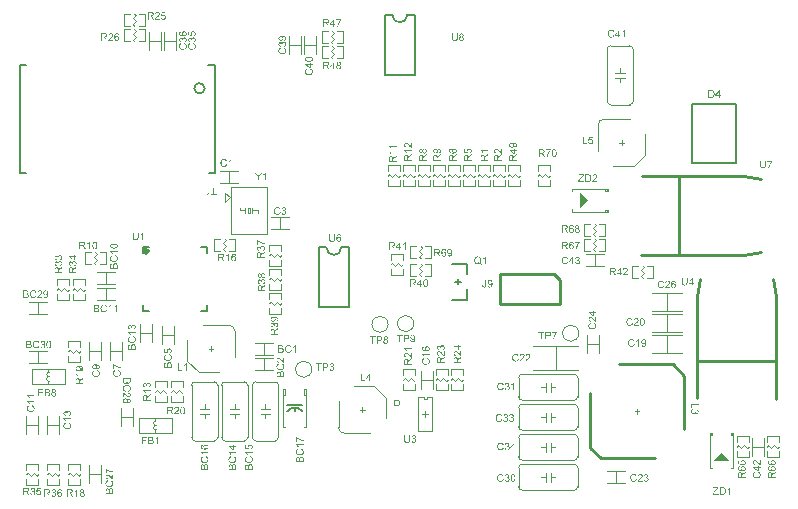
<source format=gto>
%FSLAX44Y44*%
%MOMM*%
G71*
G01*
G75*
%ADD10R,0.6000X0.5000*%
%ADD11R,1.6000X1.2000*%
%ADD12R,0.5000X0.6000*%
%ADD13R,2.6200X3.5100*%
%ADD14O,2.0320X0.6096*%
%ADD15R,2.0320X0.6096*%
%ADD16R,1.2000X1.2500*%
%ADD17R,2.4000X1.2500*%
G04:AMPARAMS|DCode=18|XSize=1.5mm|YSize=1.4mm|CornerRadius=0mm|HoleSize=0mm|Usage=FLASHONLY|Rotation=45.000|XOffset=0mm|YOffset=0mm|HoleType=Round|Shape=Rectangle|*
%AMROTATEDRECTD18*
4,1,4,-0.0354,-1.0253,-1.0253,-0.0354,0.0354,1.0253,1.0253,0.0354,-0.0354,-1.0253,0.0*
%
%ADD18ROTATEDRECTD18*%

%ADD19R,1.2000X1.2000*%
%ADD20R,2.4000X0.8000*%
%ADD21R,5.0000X5.3000*%
%ADD22R,0.2000X0.8000*%
%ADD23R,0.1990X0.8000*%
%ADD24R,0.8000X0.2000*%
%ADD25R,0.8000X0.1990*%
%ADD26R,3.7000X3.7000*%
%ADD27R,0.8128X0.8128*%
%ADD28C,1.0000*%
%ADD29R,1.2954X1.6002*%
%ADD30R,0.7600X1.5600*%
%ADD31R,1.0668X0.8128*%
%ADD32R,1.2000X1.6000*%
G04:AMPARAMS|DCode=33|XSize=1.5mm|YSize=1.4mm|CornerRadius=0mm|HoleSize=0mm|Usage=FLASHONLY|Rotation=135.000|XOffset=0mm|YOffset=0mm|HoleType=Round|Shape=Rectangle|*
%AMROTATEDRECTD33*
4,1,4,1.0253,-0.0354,0.0354,-1.0253,-1.0253,0.0354,-0.0354,1.0253,1.0253,-0.0354,0.0*
%
%ADD33ROTATEDRECTD33*%

%ADD34R,1.1000X0.5000*%
%ADD35R,0.8890X1.0160*%
%ADD36R,1.3970X1.3970*%
%ADD37R,1.2000X1.4000*%
%ADD38R,1.2500X1.2000*%
%ADD39R,1.2500X2.4000*%
%ADD40R,0.8000X2.4000*%
%ADD41R,5.3000X5.0000*%
G04:AMPARAMS|DCode=42|XSize=2.4mm|YSize=2.8mm|CornerRadius=0mm|HoleSize=0mm|Usage=FLASHONLY|Rotation=135.000|XOffset=0mm|YOffset=0mm|HoleType=Round|Shape=Rectangle|*
%AMROTATEDRECTD42*
4,1,4,1.8385,0.1414,-0.1414,-1.8385,-1.8385,-0.1414,0.1414,1.8385,1.8385,0.1414,0.0*
%
%ADD42ROTATEDRECTD42*%

%ADD43C,0.2540*%
%ADD44C,0.1780*%
%ADD45C,0.6000*%
%ADD46C,4.1200*%
%ADD47C,0.4000*%
%ADD48C,0.3000*%
%ADD49C,0.2000*%
%ADD50C,0.2543*%
%ADD51C,1.0000*%
%ADD52C,0.1270*%
%ADD53C,0.8000*%
%ADD54C,0.1800*%
%ADD55C,1.2540*%
%ADD56C,2.8000*%
%ADD57C,4.5000*%
%ADD58C,1.8000*%
%ADD59R,1.8000X1.8000*%
G04:AMPARAMS|DCode=60|XSize=4mm|YSize=4mm|CornerRadius=2mm|HoleSize=0mm|Usage=FLASHONLY|Rotation=0.000|XOffset=0mm|YOffset=0mm|HoleType=Round|Shape=RoundedRectangle|*
%AMROUNDEDRECTD60*
21,1,4.0000,0.0000,0,0,0.0*
21,1,0.0000,4.0000,0,0,0.0*
1,1,4.0000,0.0000,0.0000*
1,1,4.0000,0.0000,0.0000*
1,1,4.0000,0.0000,0.0000*
1,1,4.0000,0.0000,0.0000*
%
%ADD60ROUNDEDRECTD60*%
%ADD61R,1.0000X1.0000*%
%ADD62C,1.3500*%
%ADD63R,1.3500X1.3500*%
%ADD64C,2.5400*%
%ADD65O,1.0160X1.5240*%
%ADD66R,1.0668X1.5240*%
%ADD67C,0.5000*%
%ADD68R,1.0729X7.6713*%
%ADD69C,2.0000*%
%ADD70R,8.9783X5.0800*%
%ADD71R,0.8128X0.8128*%
%ADD72R,0.8128X1.0668*%
%ADD73C,3.0000*%
%ADD74C,1.6000*%
%ADD75R,9.1983X4.5380*%
%ADD76C,0.1200*%
%ADD77C,0.1999*%
%ADD78C,0.1250*%
%ADD79C,0.1524*%
%ADD80C,0.2032*%
G36*
X269272Y172870D02*
X269355Y172860D01*
X269457Y172851D01*
X269559Y172842D01*
X269679Y172814D01*
X269928Y172759D01*
X270206Y172675D01*
X270345Y172620D01*
X270474Y172555D01*
X270603Y172472D01*
X270733Y172389D01*
X270742Y172380D01*
X270760Y172370D01*
X270798Y172343D01*
X270844Y172296D01*
X270890Y172250D01*
X270955Y172185D01*
X271019Y172111D01*
X271093Y172038D01*
X271167Y171945D01*
X271241Y171834D01*
X271325Y171723D01*
X271399Y171603D01*
X271463Y171464D01*
X271537Y171326D01*
X271593Y171178D01*
X271648Y171011D01*
X270816Y170817D01*
Y170826D01*
X270807Y170845D01*
X270788Y170882D01*
X270770Y170928D01*
X270751Y170984D01*
X270724Y171057D01*
X270650Y171205D01*
X270557Y171372D01*
X270446Y171538D01*
X270308Y171695D01*
X270160Y171834D01*
X270141Y171853D01*
X270086Y171890D01*
X269993Y171936D01*
X269873Y172001D01*
X269716Y172056D01*
X269540Y172111D01*
X269328Y172148D01*
X269096Y172158D01*
X269022D01*
X268976Y172148D01*
X268911D01*
X268838Y172139D01*
X268662Y172111D01*
X268468Y172075D01*
X268264Y172010D01*
X268052Y171917D01*
X267857Y171797D01*
X267848D01*
X267839Y171779D01*
X267774Y171732D01*
X267691Y171658D01*
X267589Y171548D01*
X267469Y171409D01*
X267358Y171252D01*
X267257Y171057D01*
X267164Y170845D01*
Y170836D01*
X267155Y170817D01*
X267146Y170789D01*
X267136Y170743D01*
X267118Y170688D01*
X267099Y170623D01*
X267072Y170466D01*
X267035Y170281D01*
X266998Y170077D01*
X266979Y169856D01*
X266970Y169615D01*
Y169606D01*
Y169578D01*
Y169532D01*
Y169477D01*
X266979Y169412D01*
Y169329D01*
X266988Y169236D01*
X266998Y169134D01*
X267025Y168913D01*
X267072Y168672D01*
X267127Y168432D01*
X267201Y168191D01*
Y168182D01*
X267210Y168164D01*
X267229Y168136D01*
X267247Y168090D01*
X267303Y167979D01*
X267386Y167849D01*
X267488Y167701D01*
X267617Y167544D01*
X267765Y167405D01*
X267941Y167276D01*
X267950D01*
X267968Y167267D01*
X267996Y167248D01*
X268033Y167230D01*
X268079Y167211D01*
X268135Y167184D01*
X268264Y167128D01*
X268431Y167073D01*
X268616Y167026D01*
X268819Y166989D01*
X269032Y166980D01*
X269096D01*
X269152Y166989D01*
X269216D01*
X269281Y166999D01*
X269448Y167036D01*
X269642Y167082D01*
X269836Y167156D01*
X270039Y167258D01*
X270141Y167313D01*
X270233Y167387D01*
X270243Y167396D01*
X270252Y167405D01*
X270280Y167433D01*
X270317Y167461D01*
X270354Y167507D01*
X270400Y167563D01*
X270455Y167618D01*
X270502Y167692D01*
X270557Y167775D01*
X270622Y167868D01*
X270677Y167960D01*
X270733Y168071D01*
X270779Y168191D01*
X270825Y168321D01*
X270872Y168459D01*
X270909Y168607D01*
X271759Y168395D01*
Y168386D01*
X271750Y168349D01*
X271731Y168293D01*
X271704Y168219D01*
X271676Y168136D01*
X271639Y168034D01*
X271593Y167923D01*
X271537Y167803D01*
X271408Y167544D01*
X271241Y167285D01*
X271140Y167156D01*
X271038Y167026D01*
X270927Y166915D01*
X270798Y166805D01*
X270788Y166795D01*
X270770Y166777D01*
X270724Y166758D01*
X270677Y166721D01*
X270603Y166675D01*
X270529Y166629D01*
X270428Y166583D01*
X270326Y166536D01*
X270206Y166481D01*
X270076Y166435D01*
X269938Y166388D01*
X269790Y166342D01*
X269633Y166305D01*
X269466Y166287D01*
X269291Y166268D01*
X269106Y166259D01*
X269004D01*
X268930Y166268D01*
X268847D01*
X268745Y166278D01*
X268634Y166296D01*
X268505Y166315D01*
X268237Y166361D01*
X267959Y166435D01*
X267682Y166536D01*
X267552Y166601D01*
X267423Y166675D01*
X267414Y166684D01*
X267395Y166694D01*
X267358Y166721D01*
X267321Y166758D01*
X267266Y166795D01*
X267201Y166851D01*
X267127Y166915D01*
X267053Y166989D01*
X266979Y167073D01*
X266896Y167156D01*
X266730Y167369D01*
X266572Y167618D01*
X266434Y167896D01*
Y167905D01*
X266415Y167932D01*
X266406Y167979D01*
X266378Y168034D01*
X266360Y168108D01*
X266332Y168201D01*
X266295Y168302D01*
X266267Y168413D01*
X266239Y168533D01*
X266203Y168672D01*
X266156Y168959D01*
X266119Y169282D01*
X266101Y169615D01*
Y169625D01*
Y169661D01*
Y169717D01*
X266110Y169782D01*
Y169874D01*
X266119Y169967D01*
X266129Y170087D01*
X266147Y170207D01*
X266193Y170475D01*
X266258Y170771D01*
X266350Y171067D01*
X266480Y171353D01*
X266489Y171363D01*
X266498Y171390D01*
X266517Y171427D01*
X266554Y171474D01*
X266591Y171538D01*
X266637Y171612D01*
X266757Y171779D01*
X266914Y171964D01*
X267099Y172148D01*
X267312Y172333D01*
X267562Y172491D01*
X267571Y172500D01*
X267599Y172509D01*
X267635Y172528D01*
X267682Y172555D01*
X267756Y172583D01*
X267830Y172611D01*
X267922Y172648D01*
X268024Y172685D01*
X268135Y172722D01*
X268255Y172759D01*
X268514Y172814D01*
X268810Y172860D01*
X269115Y172879D01*
X269207D01*
X269272Y172870D01*
D02*
G37*
G36*
X275439Y166370D02*
X274653D01*
Y171372D01*
X274644Y171363D01*
X274597Y171326D01*
X274542Y171270D01*
X274450Y171205D01*
X274348Y171122D01*
X274218Y171030D01*
X274070Y170928D01*
X273904Y170826D01*
X273895D01*
X273886Y170817D01*
X273830Y170780D01*
X273738Y170734D01*
X273627Y170678D01*
X273497Y170614D01*
X273359Y170549D01*
X273220Y170484D01*
X273081Y170429D01*
Y171187D01*
X273090D01*
X273109Y171205D01*
X273146Y171215D01*
X273192Y171242D01*
X273248Y171270D01*
X273312Y171307D01*
X273470Y171400D01*
X273654Y171501D01*
X273839Y171631D01*
X274034Y171779D01*
X274228Y171936D01*
X274237Y171945D01*
X274246Y171954D01*
X274274Y171982D01*
X274311Y172010D01*
X274394Y172102D01*
X274505Y172213D01*
X274616Y172343D01*
X274736Y172491D01*
X274838Y172638D01*
X274930Y172796D01*
X275439D01*
Y166370D01*
D02*
G37*
G36*
X459398Y63566D02*
X459518Y63548D01*
X459657Y63520D01*
X459805Y63483D01*
X459962Y63437D01*
X460110Y63363D01*
X460119D01*
X460128Y63354D01*
X460175Y63326D01*
X460249Y63280D01*
X460341Y63215D01*
X460443Y63123D01*
X460554Y63021D01*
X460655Y62901D01*
X460757Y62762D01*
X460766Y62744D01*
X460803Y62697D01*
X460840Y62614D01*
X460905Y62494D01*
X460961Y62355D01*
X461035Y62198D01*
X461099Y62013D01*
X461155Y61810D01*
Y61800D01*
X461164Y61782D01*
X461173Y61754D01*
X461182Y61708D01*
X461192Y61653D01*
X461201Y61588D01*
X461219Y61505D01*
X461229Y61412D01*
X461247Y61311D01*
X461256Y61200D01*
X461266Y61070D01*
X461284Y60941D01*
X461293Y60793D01*
Y60645D01*
X461303Y60478D01*
Y60303D01*
Y60293D01*
Y60257D01*
Y60192D01*
Y60118D01*
X461293Y60016D01*
Y59905D01*
X461284Y59785D01*
X461275Y59656D01*
X461247Y59360D01*
X461201Y59055D01*
X461145Y58759D01*
X461109Y58620D01*
X461062Y58481D01*
Y58472D01*
X461053Y58454D01*
X461035Y58417D01*
X461016Y58370D01*
X460998Y58306D01*
X460961Y58241D01*
X460887Y58084D01*
X460794Y57917D01*
X460674Y57733D01*
X460535Y57566D01*
X460369Y57409D01*
X460360D01*
X460350Y57390D01*
X460323Y57372D01*
X460286Y57353D01*
X460239Y57326D01*
X460193Y57289D01*
X460055Y57224D01*
X459888Y57159D01*
X459694Y57094D01*
X459463Y57057D01*
X459213Y57039D01*
X459121D01*
X459056Y57048D01*
X458982Y57057D01*
X458890Y57076D01*
X458788Y57094D01*
X458677Y57122D01*
X458566Y57159D01*
X458446Y57196D01*
X458326Y57252D01*
X458205Y57316D01*
X458085Y57390D01*
X457965Y57483D01*
X457854Y57585D01*
X457752Y57695D01*
X457743Y57705D01*
X457725Y57733D01*
X457697Y57779D01*
X457651Y57853D01*
X457604Y57936D01*
X457558Y58047D01*
X457493Y58176D01*
X457438Y58324D01*
X457383Y58491D01*
X457327Y58685D01*
X457271Y58897D01*
X457225Y59138D01*
X457179Y59397D01*
X457151Y59674D01*
X457133Y59979D01*
X457124Y60303D01*
Y60312D01*
Y60349D01*
Y60414D01*
Y60488D01*
X457133Y60589D01*
Y60700D01*
X457142Y60820D01*
X457151Y60959D01*
X457179Y61246D01*
X457225Y61551D01*
X457281Y61856D01*
X457318Y61995D01*
X457355Y62133D01*
Y62143D01*
X457364Y62161D01*
X457383Y62198D01*
X457401Y62244D01*
X457420Y62309D01*
X457456Y62374D01*
X457530Y62531D01*
X457623Y62697D01*
X457743Y62873D01*
X457882Y63049D01*
X458048Y63197D01*
X458057D01*
X458067Y63215D01*
X458094Y63234D01*
X458131Y63252D01*
X458178Y63289D01*
X458233Y63317D01*
X458372Y63391D01*
X458538Y63456D01*
X458732Y63520D01*
X458964Y63557D01*
X459213Y63576D01*
X459296D01*
X459398Y63566D01*
D02*
G37*
G36*
X448941Y63650D02*
X449025Y63640D01*
X449126Y63631D01*
X449228Y63622D01*
X449348Y63594D01*
X449598Y63539D01*
X449875Y63456D01*
X450014Y63400D01*
X450143Y63335D01*
X450273Y63252D01*
X450402Y63169D01*
X450411Y63160D01*
X450430Y63150D01*
X450467Y63123D01*
X450513Y63076D01*
X450559Y63030D01*
X450624Y62965D01*
X450689Y62892D01*
X450763Y62818D01*
X450837Y62725D01*
X450911Y62614D01*
X450994Y62503D01*
X451068Y62383D01*
X451132Y62244D01*
X451206Y62106D01*
X451262Y61958D01*
X451317Y61791D01*
X450485Y61597D01*
Y61606D01*
X450476Y61625D01*
X450457Y61662D01*
X450439Y61708D01*
X450420Y61764D01*
X450393Y61838D01*
X450319Y61985D01*
X450226Y62152D01*
X450115Y62318D01*
X449977Y62476D01*
X449829Y62614D01*
X449810Y62633D01*
X449755Y62670D01*
X449662Y62716D01*
X449542Y62781D01*
X449385Y62836D01*
X449209Y62892D01*
X448997Y62929D01*
X448766Y62938D01*
X448692D01*
X448645Y62929D01*
X448581D01*
X448507Y62919D01*
X448331Y62892D01*
X448137Y62854D01*
X447934Y62790D01*
X447721Y62697D01*
X447527Y62577D01*
X447517D01*
X447508Y62559D01*
X447444Y62512D01*
X447360Y62439D01*
X447258Y62327D01*
X447138Y62189D01*
X447027Y62032D01*
X446926Y61838D01*
X446833Y61625D01*
Y61616D01*
X446824Y61597D01*
X446815Y61569D01*
X446805Y61523D01*
X446787Y61468D01*
X446768Y61403D01*
X446741Y61246D01*
X446704Y61061D01*
X446667Y60858D01*
X446648Y60636D01*
X446639Y60395D01*
Y60386D01*
Y60358D01*
Y60312D01*
Y60257D01*
X446648Y60192D01*
Y60109D01*
X446658Y60016D01*
X446667Y59914D01*
X446695Y59693D01*
X446741Y59452D01*
X446796Y59212D01*
X446870Y58971D01*
Y58962D01*
X446880Y58944D01*
X446898Y58916D01*
X446917Y58870D01*
X446972Y58759D01*
X447055Y58629D01*
X447157Y58481D01*
X447286Y58324D01*
X447434Y58186D01*
X447610Y58056D01*
X447619D01*
X447638Y58047D01*
X447665Y58028D01*
X447702Y58010D01*
X447749Y57991D01*
X447804Y57964D01*
X447934Y57908D01*
X448100Y57853D01*
X448285Y57806D01*
X448488Y57769D01*
X448701Y57760D01*
X448766D01*
X448821Y57769D01*
X448886D01*
X448951Y57779D01*
X449117Y57816D01*
X449311Y57862D01*
X449505Y57936D01*
X449709Y58038D01*
X449810Y58093D01*
X449903Y58167D01*
X449912Y58176D01*
X449921Y58186D01*
X449949Y58213D01*
X449986Y58241D01*
X450023Y58287D01*
X450069Y58343D01*
X450125Y58398D01*
X450171Y58472D01*
X450226Y58555D01*
X450291Y58648D01*
X450347Y58740D01*
X450402Y58851D01*
X450448Y58971D01*
X450494Y59101D01*
X450541Y59240D01*
X450578Y59387D01*
X451428Y59175D01*
Y59166D01*
X451419Y59129D01*
X451401Y59073D01*
X451373Y58999D01*
X451345Y58916D01*
X451308Y58814D01*
X451262Y58703D01*
X451206Y58583D01*
X451077Y58324D01*
X450911Y58065D01*
X450809Y57936D01*
X450707Y57806D01*
X450596Y57695D01*
X450467Y57585D01*
X450457Y57575D01*
X450439Y57557D01*
X450393Y57538D01*
X450347Y57501D01*
X450273Y57455D01*
X450199Y57409D01*
X450097Y57363D01*
X449995Y57316D01*
X449875Y57261D01*
X449746Y57215D01*
X449607Y57168D01*
X449459Y57122D01*
X449302Y57085D01*
X449135Y57067D01*
X448960Y57048D01*
X448775Y57039D01*
X448673D01*
X448599Y57048D01*
X448516D01*
X448414Y57057D01*
X448303Y57076D01*
X448174Y57094D01*
X447906Y57141D01*
X447628Y57215D01*
X447351Y57316D01*
X447222Y57381D01*
X447092Y57455D01*
X447083Y57464D01*
X447064Y57474D01*
X447027Y57501D01*
X446990Y57538D01*
X446935Y57575D01*
X446870Y57631D01*
X446796Y57695D01*
X446722Y57769D01*
X446648Y57853D01*
X446565Y57936D01*
X446399Y58148D01*
X446241Y58398D01*
X446103Y58675D01*
Y58685D01*
X446084Y58713D01*
X446075Y58759D01*
X446047Y58814D01*
X446029Y58888D01*
X446001Y58981D01*
X445964Y59082D01*
X445936Y59193D01*
X445909Y59314D01*
X445872Y59452D01*
X445826Y59739D01*
X445788Y60062D01*
X445770Y60395D01*
Y60405D01*
Y60441D01*
Y60497D01*
X445779Y60562D01*
Y60654D01*
X445788Y60746D01*
X445798Y60867D01*
X445816Y60987D01*
X445863Y61255D01*
X445927Y61551D01*
X446020Y61847D01*
X446149Y62133D01*
X446158Y62143D01*
X446168Y62170D01*
X446186Y62207D01*
X446223Y62254D01*
X446260Y62318D01*
X446306Y62392D01*
X446426Y62559D01*
X446584Y62744D01*
X446768Y62929D01*
X446981Y63113D01*
X447231Y63271D01*
X447240Y63280D01*
X447268Y63289D01*
X447305Y63308D01*
X447351Y63335D01*
X447425Y63363D01*
X447499Y63391D01*
X447591Y63428D01*
X447693Y63465D01*
X447804Y63502D01*
X447924Y63539D01*
X448183Y63594D01*
X448479Y63640D01*
X448784Y63659D01*
X448876D01*
X448941Y63650D01*
D02*
G37*
G36*
X454350Y63566D02*
X454470Y63548D01*
X454618Y63520D01*
X454785Y63474D01*
X454951Y63418D01*
X455117Y63345D01*
X455126D01*
X455136Y63335D01*
X455191Y63308D01*
X455275Y63252D01*
X455367Y63187D01*
X455478Y63095D01*
X455589Y62993D01*
X455700Y62873D01*
X455792Y62734D01*
X455802Y62716D01*
X455829Y62670D01*
X455866Y62586D01*
X455912Y62485D01*
X455959Y62365D01*
X455996Y62226D01*
X456023Y62069D01*
X456033Y61912D01*
Y61893D01*
Y61838D01*
X456023Y61764D01*
X456005Y61662D01*
X455977Y61542D01*
X455931Y61412D01*
X455875Y61283D01*
X455802Y61153D01*
X455792Y61135D01*
X455765Y61098D01*
X455709Y61033D01*
X455635Y60959D01*
X455543Y60876D01*
X455432Y60784D01*
X455302Y60700D01*
X455145Y60617D01*
X455154D01*
X455173Y60608D01*
X455201Y60599D01*
X455238Y60589D01*
X455339Y60552D01*
X455469Y60497D01*
X455617Y60423D01*
X455765Y60331D01*
X455903Y60210D01*
X456033Y60072D01*
X456042Y60053D01*
X456079Y59998D01*
X456134Y59905D01*
X456190Y59785D01*
X456245Y59637D01*
X456301Y59461D01*
X456338Y59258D01*
X456347Y59036D01*
Y59027D01*
Y58999D01*
Y58953D01*
X456338Y58897D01*
X456329Y58823D01*
X456310Y58740D01*
X456292Y58648D01*
X456273Y58546D01*
X456199Y58324D01*
X456144Y58204D01*
X456088Y58093D01*
X456014Y57973D01*
X455931Y57853D01*
X455839Y57733D01*
X455728Y57621D01*
X455718Y57612D01*
X455700Y57594D01*
X455663Y57566D01*
X455617Y57529D01*
X455561Y57483D01*
X455487Y57437D01*
X455404Y57381D01*
X455302Y57335D01*
X455201Y57279D01*
X455080Y57224D01*
X454960Y57178D01*
X454821Y57132D01*
X454674Y57094D01*
X454516Y57067D01*
X454359Y57048D01*
X454184Y57039D01*
X454100D01*
X454045Y57048D01*
X453971Y57057D01*
X453888Y57067D01*
X453795Y57085D01*
X453694Y57104D01*
X453472Y57159D01*
X453240Y57252D01*
X453120Y57307D01*
X453009Y57372D01*
X452898Y57455D01*
X452787Y57538D01*
X452778Y57548D01*
X452760Y57566D01*
X452732Y57594D01*
X452704Y57631D01*
X452658Y57677D01*
X452612Y57742D01*
X452556Y57806D01*
X452501Y57890D01*
X452445Y57982D01*
X452390Y58075D01*
X452288Y58296D01*
X452205Y58555D01*
X452177Y58694D01*
X452159Y58842D01*
X452945Y58944D01*
Y58934D01*
X452954Y58916D01*
X452963Y58879D01*
X452972Y58833D01*
X452982Y58777D01*
X453000Y58713D01*
X453046Y58574D01*
X453111Y58407D01*
X453194Y58250D01*
X453287Y58102D01*
X453398Y57973D01*
X453416Y57964D01*
X453453Y57927D01*
X453527Y57880D01*
X453619Y57834D01*
X453731Y57779D01*
X453869Y57733D01*
X454026Y57695D01*
X454193Y57686D01*
X454248D01*
X454285Y57695D01*
X454387Y57705D01*
X454516Y57733D01*
X454664Y57779D01*
X454821Y57843D01*
X454979Y57936D01*
X455126Y58065D01*
X455145Y58084D01*
X455191Y58139D01*
X455247Y58222D01*
X455321Y58333D01*
X455395Y58472D01*
X455450Y58629D01*
X455496Y58814D01*
X455515Y59018D01*
Y59027D01*
Y59045D01*
Y59073D01*
X455506Y59110D01*
X455496Y59212D01*
X455469Y59332D01*
X455432Y59480D01*
X455367Y59628D01*
X455275Y59776D01*
X455154Y59914D01*
X455136Y59933D01*
X455090Y59970D01*
X455016Y60025D01*
X454914Y60090D01*
X454785Y60155D01*
X454627Y60210D01*
X454452Y60247D01*
X454258Y60266D01*
X454174D01*
X454109Y60257D01*
X454026Y60247D01*
X453934Y60229D01*
X453823Y60210D01*
X453703Y60183D01*
X453795Y60876D01*
X453841D01*
X453878Y60867D01*
X453999D01*
X454100Y60885D01*
X454221Y60904D01*
X454359Y60932D01*
X454516Y60978D01*
X454664Y61042D01*
X454821Y61126D01*
X454831D01*
X454840Y61135D01*
X454886Y61172D01*
X454951Y61237D01*
X455025Y61320D01*
X455099Y61440D01*
X455163Y61579D01*
X455210Y61736D01*
X455228Y61828D01*
Y61930D01*
Y61939D01*
Y61948D01*
Y62004D01*
X455210Y62078D01*
X455191Y62180D01*
X455154Y62291D01*
X455108Y62411D01*
X455034Y62531D01*
X454932Y62642D01*
X454923Y62651D01*
X454877Y62688D01*
X454812Y62734D01*
X454729Y62790D01*
X454618Y62836D01*
X454489Y62882D01*
X454341Y62919D01*
X454174Y62929D01*
X454100D01*
X454017Y62910D01*
X453906Y62892D01*
X453786Y62854D01*
X453666Y62808D01*
X453536Y62734D01*
X453416Y62642D01*
X453407Y62633D01*
X453370Y62586D01*
X453314Y62522D01*
X453250Y62429D01*
X453185Y62309D01*
X453120Y62161D01*
X453065Y61985D01*
X453028Y61782D01*
X452242Y61921D01*
Y61930D01*
X452251Y61958D01*
X452260Y61995D01*
X452270Y62050D01*
X452288Y62115D01*
X452316Y62189D01*
X452371Y62365D01*
X452464Y62568D01*
X452575Y62771D01*
X452713Y62965D01*
X452889Y63141D01*
X452898Y63150D01*
X452917Y63160D01*
X452945Y63178D01*
X452982Y63206D01*
X453028Y63243D01*
X453092Y63280D01*
X453157Y63317D01*
X453240Y63363D01*
X453425Y63437D01*
X453638Y63511D01*
X453888Y63557D01*
X454017Y63576D01*
X454248D01*
X454350Y63566D01*
D02*
G37*
G36*
X263738Y150732D02*
X263849Y150714D01*
X263978Y150695D01*
X264117Y150658D01*
X264265Y150612D01*
X264413Y150547D01*
X264431Y150538D01*
X264478Y150510D01*
X264542Y150473D01*
X264635Y150418D01*
X264727Y150344D01*
X264829Y150270D01*
X264931Y150177D01*
X265014Y150076D01*
X265023Y150066D01*
X265051Y150029D01*
X265088Y149965D01*
X265125Y149882D01*
X265180Y149780D01*
X265236Y149660D01*
X265282Y149530D01*
X265328Y149373D01*
Y149355D01*
X265347Y149299D01*
X265356Y149207D01*
X265375Y149087D01*
X265393Y148939D01*
X265411Y148763D01*
X265421Y148569D01*
X265430Y148347D01*
Y145906D01*
X259032D01*
Y148301D01*
Y148310D01*
Y148338D01*
Y148375D01*
Y148421D01*
X259041Y148485D01*
Y148560D01*
X259060Y148726D01*
X259078Y148911D01*
X259115Y149105D01*
X259161Y149299D01*
X259226Y149475D01*
Y149484D01*
X259235Y149493D01*
X259263Y149549D01*
X259309Y149632D01*
X259374Y149724D01*
X259457Y149835D01*
X259559Y149956D01*
X259688Y150066D01*
X259827Y150168D01*
X259846Y150177D01*
X259901Y150205D01*
X259975Y150251D01*
X260086Y150298D01*
X260215Y150344D01*
X260354Y150390D01*
X260511Y150418D01*
X260669Y150427D01*
X260733D01*
X260816Y150418D01*
X260918Y150399D01*
X261038Y150372D01*
X261168Y150325D01*
X261297Y150270D01*
X261436Y150196D01*
X261454Y150187D01*
X261491Y150159D01*
X261565Y150104D01*
X261639Y150029D01*
X261732Y149937D01*
X261833Y149826D01*
X261926Y149688D01*
X262018Y149530D01*
Y149539D01*
X262028Y149558D01*
X262037Y149586D01*
X262055Y149623D01*
X262092Y149734D01*
X262157Y149863D01*
X262240Y150002D01*
X262342Y150159D01*
X262462Y150298D01*
X262610Y150427D01*
X262629Y150436D01*
X262684Y150473D01*
X262767Y150529D01*
X262878Y150584D01*
X263026Y150640D01*
X263183Y150695D01*
X263368Y150732D01*
X263572Y150742D01*
X263646D01*
X263738Y150732D01*
D02*
G37*
G36*
X168165Y170035D02*
X168238Y170026D01*
X168322Y170016D01*
X168423Y169998D01*
X168525Y169979D01*
X168765Y169924D01*
X169015Y169831D01*
X169144Y169776D01*
X169265Y169702D01*
X169394Y169628D01*
X169514Y169535D01*
X169524Y169526D01*
X169551Y169508D01*
X169588Y169471D01*
X169634Y169424D01*
X169690Y169360D01*
X169764Y169286D01*
X169829Y169193D01*
X169903Y169092D01*
X169977Y168981D01*
X170041Y168851D01*
X170106Y168713D01*
X170171Y168565D01*
X170217Y168407D01*
X170254Y168232D01*
X170282Y168047D01*
X170291Y167853D01*
Y167843D01*
Y167816D01*
Y167770D01*
X170282Y167705D01*
X170273Y167631D01*
X170263Y167548D01*
X170254Y167446D01*
X170226Y167344D01*
X170171Y167113D01*
X170088Y166882D01*
X170032Y166762D01*
X169967Y166642D01*
X169893Y166531D01*
X169810Y166420D01*
X169801Y166410D01*
X169792Y166392D01*
X169755Y166374D01*
X169718Y166336D01*
X169671Y166290D01*
X169616Y166244D01*
X169542Y166189D01*
X169459Y166142D01*
X169376Y166087D01*
X169274Y166031D01*
X169052Y165930D01*
X168793Y165847D01*
X168654Y165819D01*
X168507Y165800D01*
X168442Y166623D01*
X168470D01*
X168497Y166632D01*
X168543Y166642D01*
X168645Y166669D01*
X168784Y166706D01*
X168923Y166762D01*
X169080Y166836D01*
X169219Y166928D01*
X169348Y167039D01*
X169357Y167058D01*
X169394Y167095D01*
X169440Y167169D01*
X169496Y167270D01*
X169551Y167381D01*
X169597Y167520D01*
X169634Y167677D01*
X169644Y167853D01*
Y167862D01*
Y167880D01*
Y167908D01*
X169634Y167945D01*
X169625Y168056D01*
X169588Y168186D01*
X169542Y168343D01*
X169468Y168500D01*
X169357Y168666D01*
X169292Y168740D01*
X169219Y168814D01*
X169209Y168824D01*
X169200Y168833D01*
X169172Y168851D01*
X169144Y168879D01*
X169043Y168944D01*
X168913Y169018D01*
X168756Y169082D01*
X168562Y169147D01*
X168331Y169193D01*
X168211Y169212D01*
X168016D01*
X167970Y169203D01*
X167915D01*
X167850Y169193D01*
X167702Y169166D01*
X167526Y169119D01*
X167351Y169055D01*
X167184Y168962D01*
X167027Y168833D01*
X167018D01*
X167009Y168814D01*
X166963Y168768D01*
X166898Y168685D01*
X166824Y168574D01*
X166759Y168426D01*
X166694Y168260D01*
X166648Y168065D01*
X166630Y167955D01*
Y167843D01*
Y167825D01*
Y167779D01*
X166639Y167705D01*
X166648Y167612D01*
X166676Y167501D01*
X166704Y167390D01*
X166750Y167270D01*
X166805Y167150D01*
X166815Y167141D01*
X166833Y167104D01*
X166879Y167048D01*
X166926Y166974D01*
X166990Y166901D01*
X167073Y166826D01*
X167157Y166743D01*
X167258Y166679D01*
X167157Y165939D01*
X163865Y166558D01*
Y169739D01*
X164614D01*
Y167178D01*
X166343Y166836D01*
X166334Y166845D01*
X166325Y166863D01*
X166306Y166891D01*
X166278Y166937D01*
X166251Y166993D01*
X166214Y167058D01*
X166140Y167206D01*
X166066Y167390D01*
X166001Y167594D01*
X165955Y167816D01*
X165936Y167927D01*
Y168047D01*
Y168056D01*
Y168084D01*
Y168130D01*
X165945Y168186D01*
X165955Y168260D01*
X165964Y168343D01*
X165982Y168435D01*
X166010Y168537D01*
X166075Y168759D01*
X166121Y168879D01*
X166186Y168999D01*
X166251Y169119D01*
X166325Y169240D01*
X166417Y169350D01*
X166519Y169461D01*
X166528Y169471D01*
X166546Y169489D01*
X166574Y169517D01*
X166620Y169554D01*
X166685Y169600D01*
X166750Y169646D01*
X166833Y169702D01*
X166926Y169757D01*
X167027Y169804D01*
X167138Y169859D01*
X167268Y169905D01*
X167397Y169951D01*
X167536Y169988D01*
X167693Y170016D01*
X167850Y170035D01*
X168016Y170044D01*
X168100D01*
X168165Y170035D01*
D02*
G37*
G36*
X263451Y157306D02*
X263507Y157287D01*
X263581Y157260D01*
X263664Y157232D01*
X263766Y157195D01*
X263877Y157149D01*
X263997Y157093D01*
X264256Y156964D01*
X264515Y156797D01*
X264644Y156696D01*
X264774Y156594D01*
X264884Y156483D01*
X264995Y156354D01*
X265005Y156344D01*
X265023Y156326D01*
X265042Y156280D01*
X265079Y156233D01*
X265125Y156159D01*
X265171Y156085D01*
X265217Y155984D01*
X265264Y155882D01*
X265319Y155762D01*
X265365Y155632D01*
X265411Y155494D01*
X265458Y155346D01*
X265495Y155189D01*
X265513Y155022D01*
X265532Y154846D01*
X265541Y154662D01*
Y154652D01*
Y154615D01*
Y154560D01*
X265532Y154486D01*
Y154403D01*
X265522Y154301D01*
X265504Y154190D01*
X265485Y154061D01*
X265439Y153792D01*
X265365Y153515D01*
X265264Y153238D01*
X265199Y153108D01*
X265125Y152979D01*
X265116Y152970D01*
X265106Y152951D01*
X265079Y152914D01*
X265042Y152877D01*
X265005Y152822D01*
X264949Y152757D01*
X264884Y152683D01*
X264811Y152609D01*
X264727Y152535D01*
X264644Y152452D01*
X264431Y152285D01*
X264182Y152128D01*
X263904Y151990D01*
X263895D01*
X263867Y151971D01*
X263821Y151962D01*
X263766Y151934D01*
X263692Y151916D01*
X263599Y151888D01*
X263498Y151851D01*
X263387Y151823D01*
X263267Y151796D01*
X263128Y151758D01*
X262841Y151712D01*
X262518Y151675D01*
X262185Y151657D01*
X262083D01*
X262018Y151666D01*
X261926D01*
X261833Y151675D01*
X261713Y151685D01*
X261593Y151703D01*
X261325Y151749D01*
X261029Y151814D01*
X260733Y151906D01*
X260447Y152036D01*
X260437Y152045D01*
X260410Y152054D01*
X260373Y152073D01*
X260326Y152110D01*
X260262Y152147D01*
X260188Y152193D01*
X260021Y152313D01*
X259836Y152470D01*
X259652Y152655D01*
X259467Y152868D01*
X259309Y153118D01*
X259300Y153127D01*
X259291Y153155D01*
X259272Y153191D01*
X259245Y153238D01*
X259217Y153312D01*
X259189Y153386D01*
X259152Y153478D01*
X259115Y153580D01*
X259078Y153691D01*
X259041Y153811D01*
X258986Y154070D01*
X258940Y154366D01*
X258921Y154671D01*
Y154680D01*
Y154717D01*
Y154763D01*
X258930Y154828D01*
X258940Y154911D01*
X258949Y155013D01*
X258958Y155115D01*
X258986Y155235D01*
X259041Y155484D01*
X259125Y155762D01*
X259180Y155900D01*
X259245Y156030D01*
X259328Y156159D01*
X259411Y156289D01*
X259420Y156298D01*
X259430Y156317D01*
X259457Y156354D01*
X259504Y156400D01*
X259550Y156446D01*
X259615Y156511D01*
X259688Y156575D01*
X259762Y156649D01*
X259855Y156723D01*
X259966Y156797D01*
X260077Y156881D01*
X260197Y156954D01*
X260336Y157019D01*
X260474Y157093D01*
X260622Y157149D01*
X260789Y157204D01*
X260983Y156372D01*
X260974D01*
X260955Y156363D01*
X260918Y156344D01*
X260872Y156326D01*
X260816Y156307D01*
X260742Y156280D01*
X260595Y156206D01*
X260428Y156113D01*
X260262Y156002D01*
X260105Y155864D01*
X259966Y155716D01*
X259947Y155697D01*
X259910Y155642D01*
X259864Y155549D01*
X259799Y155429D01*
X259744Y155272D01*
X259688Y155096D01*
X259652Y154883D01*
X259642Y154652D01*
Y154643D01*
Y154615D01*
Y154578D01*
X259652Y154532D01*
Y154467D01*
X259661Y154394D01*
X259688Y154218D01*
X259725Y154024D01*
X259790Y153820D01*
X259883Y153608D01*
X260003Y153413D01*
Y153404D01*
X260021Y153395D01*
X260068Y153330D01*
X260142Y153247D01*
X260252Y153145D01*
X260391Y153025D01*
X260548Y152914D01*
X260742Y152812D01*
X260955Y152720D01*
X260964D01*
X260983Y152711D01*
X261011Y152702D01*
X261057Y152692D01*
X261112Y152674D01*
X261177Y152655D01*
X261334Y152628D01*
X261519Y152591D01*
X261723Y152554D01*
X261944Y152535D01*
X262185Y152526D01*
X262323D01*
X262388Y152535D01*
X262471D01*
X262564Y152544D01*
X262666Y152554D01*
X262887Y152581D01*
X263128Y152628D01*
X263368Y152683D01*
X263609Y152757D01*
X263618D01*
X263636Y152766D01*
X263664Y152785D01*
X263710Y152803D01*
X263821Y152859D01*
X263951Y152942D01*
X264099Y153044D01*
X264256Y153173D01*
X264394Y153321D01*
X264524Y153497D01*
Y153506D01*
X264533Y153524D01*
X264552Y153552D01*
X264570Y153589D01*
X264589Y153635D01*
X264616Y153691D01*
X264672Y153820D01*
X264727Y153987D01*
X264774Y154172D01*
X264811Y154375D01*
X264820Y154588D01*
Y154597D01*
Y154615D01*
Y154652D01*
X264811Y154708D01*
Y154773D01*
X264801Y154837D01*
X264764Y155004D01*
X264718Y155198D01*
X264644Y155392D01*
X264542Y155595D01*
X264487Y155697D01*
X264413Y155790D01*
X264404Y155799D01*
X264394Y155808D01*
X264367Y155836D01*
X264339Y155873D01*
X264293Y155910D01*
X264237Y155956D01*
X264182Y156011D01*
X264108Y156058D01*
X264025Y156113D01*
X263932Y156178D01*
X263840Y156233D01*
X263729Y156289D01*
X263609Y156335D01*
X263479Y156381D01*
X263340Y156427D01*
X263193Y156465D01*
X263405Y157315D01*
X263414D01*
X263451Y157306D01*
D02*
G37*
G36*
X262929Y172759D02*
X263004D01*
X263170Y172740D01*
X263355Y172722D01*
X263549Y172685D01*
X263743Y172638D01*
X263919Y172574D01*
X263928D01*
X263937Y172565D01*
X263993Y172537D01*
X264076Y172491D01*
X264168Y172426D01*
X264279Y172343D01*
X264400Y172241D01*
X264510Y172111D01*
X264612Y171973D01*
X264622Y171954D01*
X264649Y171899D01*
X264695Y171825D01*
X264742Y171714D01*
X264788Y171584D01*
X264834Y171446D01*
X264862Y171289D01*
X264871Y171131D01*
Y171113D01*
Y171067D01*
X264862Y170984D01*
X264843Y170882D01*
X264816Y170762D01*
X264769Y170632D01*
X264714Y170503D01*
X264640Y170364D01*
X264631Y170346D01*
X264603Y170309D01*
X264548Y170235D01*
X264473Y170161D01*
X264381Y170068D01*
X264270Y169967D01*
X264132Y169874D01*
X263974Y169782D01*
X263983D01*
X264002Y169772D01*
X264030Y169763D01*
X264067Y169745D01*
X264178Y169708D01*
X264307Y169643D01*
X264446Y169560D01*
X264603Y169458D01*
X264742Y169338D01*
X264871Y169190D01*
X264880Y169171D01*
X264917Y169116D01*
X264973Y169033D01*
X265028Y168922D01*
X265084Y168774D01*
X265139Y168617D01*
X265176Y168432D01*
X265185Y168228D01*
Y168219D01*
Y168210D01*
Y168154D01*
X265176Y168062D01*
X265158Y167951D01*
X265139Y167822D01*
X265102Y167683D01*
X265056Y167535D01*
X264991Y167387D01*
X264982Y167369D01*
X264954Y167322D01*
X264917Y167258D01*
X264862Y167165D01*
X264788Y167073D01*
X264714Y166971D01*
X264622Y166869D01*
X264520Y166786D01*
X264510Y166777D01*
X264473Y166749D01*
X264409Y166712D01*
X264326Y166675D01*
X264224Y166620D01*
X264104Y166564D01*
X263974Y166518D01*
X263817Y166472D01*
X263799D01*
X263743Y166453D01*
X263651Y166444D01*
X263531Y166425D01*
X263383Y166407D01*
X263207Y166388D01*
X263013Y166379D01*
X262791Y166370D01*
X260350D01*
Y172768D01*
X262865D01*
X262929Y172759D01*
D02*
G37*
G36*
X265430Y157925D02*
X265328D01*
X265254Y157935D01*
X265171Y157944D01*
X265079Y157962D01*
X264986Y157981D01*
X264884Y158018D01*
X264875D01*
X264866Y158027D01*
X264811Y158046D01*
X264727Y158083D01*
X264616Y158138D01*
X264487Y158212D01*
X264339Y158304D01*
X264191Y158406D01*
X264034Y158535D01*
X264025D01*
X264015Y158554D01*
X263960Y158600D01*
X263877Y158683D01*
X263757Y158804D01*
X263618Y158942D01*
X263451Y159118D01*
X263267Y159331D01*
X263072Y159562D01*
X263063Y159571D01*
X263035Y159608D01*
X262989Y159663D01*
X262934Y159728D01*
X262860Y159811D01*
X262777Y159913D01*
X262684Y160015D01*
X262582Y160135D01*
X262360Y160366D01*
X262139Y160597D01*
X262028Y160708D01*
X261917Y160810D01*
X261815Y160902D01*
X261713Y160976D01*
X261704D01*
X261695Y160995D01*
X261667Y161013D01*
X261630Y161032D01*
X261528Y161096D01*
X261408Y161171D01*
X261260Y161235D01*
X261103Y161300D01*
X260927Y161337D01*
X260761Y161355D01*
X260742D01*
X260687Y161346D01*
X260595Y161337D01*
X260493Y161309D01*
X260363Y161272D01*
X260234Y161208D01*
X260105Y161124D01*
X259975Y161013D01*
X259957Y160995D01*
X259920Y160949D01*
X259873Y160884D01*
X259809Y160782D01*
X259753Y160653D01*
X259698Y160505D01*
X259661Y160329D01*
X259652Y160135D01*
Y160126D01*
Y160107D01*
Y160079D01*
X259661Y160042D01*
X259670Y159932D01*
X259698Y159802D01*
X259735Y159663D01*
X259799Y159506D01*
X259883Y159358D01*
X259994Y159220D01*
X260012Y159201D01*
X260058Y159164D01*
X260132Y159109D01*
X260243Y159053D01*
X260373Y158989D01*
X260539Y158933D01*
X260724Y158896D01*
X260937Y158878D01*
X260853Y158073D01*
X260844D01*
X260816Y158083D01*
X260770D01*
X260706Y158092D01*
X260632Y158110D01*
X260548Y158129D01*
X260447Y158156D01*
X260345Y158184D01*
X260123Y158258D01*
X259901Y158369D01*
X259790Y158434D01*
X259679Y158517D01*
X259578Y158600D01*
X259485Y158693D01*
X259476Y158702D01*
X259467Y158720D01*
X259439Y158748D01*
X259411Y158794D01*
X259374Y158850D01*
X259337Y158915D01*
X259291Y158989D01*
X259245Y159081D01*
X259198Y159183D01*
X259152Y159294D01*
X259115Y159414D01*
X259078Y159543D01*
X259051Y159682D01*
X259023Y159830D01*
X259014Y159987D01*
X259004Y160154D01*
Y160163D01*
Y160191D01*
Y160246D01*
X259014Y160311D01*
X259023Y160385D01*
X259032Y160477D01*
X259051Y160579D01*
X259069Y160681D01*
X259134Y160921D01*
X259226Y161161D01*
X259282Y161281D01*
X259346Y161402D01*
X259430Y161513D01*
X259522Y161614D01*
X259531Y161623D01*
X259541Y161642D01*
X259578Y161660D01*
X259615Y161698D01*
X259661Y161744D01*
X259725Y161790D01*
X259790Y161836D01*
X259873Y161892D01*
X260049Y161984D01*
X260271Y162077D01*
X260382Y162113D01*
X260511Y162132D01*
X260641Y162150D01*
X260779Y162160D01*
X260844D01*
X260918Y162150D01*
X261020Y162141D01*
X261131Y162123D01*
X261260Y162086D01*
X261399Y162049D01*
X261538Y161993D01*
X261556Y161984D01*
X261602Y161966D01*
X261676Y161929D01*
X261778Y161873D01*
X261889Y161799D01*
X262028Y161707D01*
X262166Y161596D01*
X262323Y161466D01*
X262342Y161448D01*
X262397Y161402D01*
X262444Y161355D01*
X262490Y161309D01*
X262545Y161254D01*
X262619Y161180D01*
X262693Y161106D01*
X262777Y161013D01*
X262869Y160921D01*
X262971Y160810D01*
X263072Y160690D01*
X263193Y160560D01*
X263313Y160412D01*
X263442Y160264D01*
X263451Y160255D01*
X263470Y160237D01*
X263498Y160200D01*
X263535Y160154D01*
X263590Y160098D01*
X263646Y160033D01*
X263766Y159885D01*
X263904Y159728D01*
X264043Y159580D01*
X264163Y159451D01*
X264210Y159395D01*
X264256Y159349D01*
X264265Y159340D01*
X264293Y159312D01*
X264330Y159275D01*
X264385Y159229D01*
X264450Y159183D01*
X264515Y159127D01*
X264672Y159016D01*
Y162169D01*
X265430D01*
Y157925D01*
D02*
G37*
G36*
X460082Y134620D02*
X459296D01*
Y139622D01*
X459287Y139613D01*
X459241Y139576D01*
X459185Y139520D01*
X459093Y139455D01*
X458991Y139372D01*
X458862Y139280D01*
X458714Y139178D01*
X458547Y139076D01*
X458538D01*
X458529Y139067D01*
X458474Y139030D01*
X458381Y138984D01*
X458270Y138928D01*
X458141Y138864D01*
X458002Y138799D01*
X457863Y138734D01*
X457725Y138679D01*
Y139437D01*
X457734D01*
X457752Y139455D01*
X457789Y139465D01*
X457836Y139492D01*
X457891Y139520D01*
X457956Y139557D01*
X458113Y139650D01*
X458298Y139751D01*
X458483Y139881D01*
X458677Y140029D01*
X458871Y140186D01*
X458880Y140195D01*
X458890Y140204D01*
X458917Y140232D01*
X458954Y140260D01*
X459037Y140352D01*
X459148Y140463D01*
X459259Y140593D01*
X459380Y140741D01*
X459481Y140889D01*
X459574Y141046D01*
X460082D01*
Y134620D01*
D02*
G37*
G36*
X633111Y51697D02*
X629496Y47268D01*
X629117Y46815D01*
X633213D01*
Y46057D01*
X628147D01*
Y46843D01*
X631429Y50930D01*
Y50939D01*
X631447Y50948D01*
X631494Y51004D01*
X631558Y51087D01*
X631642Y51189D01*
X631743Y51309D01*
X631854Y51438D01*
X631974Y51568D01*
X632094Y51697D01*
X628517D01*
Y52455D01*
X633111D01*
Y51697D01*
D02*
G37*
G36*
X607010Y226063D02*
Y226054D01*
Y226017D01*
Y225971D01*
Y225906D01*
X607000Y225823D01*
Y225730D01*
X606991Y225620D01*
X606982Y225509D01*
X606954Y225259D01*
X606917Y225000D01*
X606862Y224750D01*
X606825Y224630D01*
X606788Y224519D01*
Y224510D01*
X606778Y224492D01*
X606760Y224464D01*
X606741Y224427D01*
X606686Y224325D01*
X606603Y224196D01*
X606492Y224048D01*
X606362Y223900D01*
X606196Y223743D01*
X605993Y223604D01*
X605983D01*
X605965Y223585D01*
X605937Y223576D01*
X605891Y223549D01*
X605835Y223521D01*
X605761Y223493D01*
X605687Y223465D01*
X605595Y223428D01*
X605493Y223391D01*
X605382Y223364D01*
X605262Y223336D01*
X605123Y223308D01*
X604985Y223290D01*
X604837Y223271D01*
X604504Y223253D01*
X604421D01*
X604356Y223262D01*
X604282D01*
X604190Y223271D01*
X604088Y223280D01*
X603986Y223290D01*
X603755Y223327D01*
X603506Y223382D01*
X603265Y223456D01*
X603034Y223558D01*
X603025D01*
X603006Y223576D01*
X602979Y223595D01*
X602942Y223613D01*
X602840Y223687D01*
X602720Y223789D01*
X602581Y223918D01*
X602452Y224066D01*
X602322Y224251D01*
X602220Y224455D01*
Y224464D01*
X602211Y224482D01*
X602202Y224519D01*
X602183Y224566D01*
X602165Y224621D01*
X602146Y224695D01*
X602119Y224778D01*
X602100Y224880D01*
X602082Y224991D01*
X602054Y225111D01*
X602035Y225240D01*
X602017Y225379D01*
X601998Y225536D01*
X601989Y225703D01*
X601980Y225878D01*
Y226063D01*
Y229762D01*
X602831D01*
Y226063D01*
Y226054D01*
Y226026D01*
Y225980D01*
Y225925D01*
X602840Y225860D01*
Y225777D01*
X602849Y225601D01*
X602868Y225398D01*
X602895Y225194D01*
X602932Y225000D01*
X602951Y224917D01*
X602979Y224834D01*
X602988Y224815D01*
X603006Y224769D01*
X603052Y224704D01*
X603108Y224612D01*
X603173Y224519D01*
X603265Y224418D01*
X603376Y224316D01*
X603506Y224233D01*
X603524Y224223D01*
X603570Y224196D01*
X603653Y224168D01*
X603764Y224131D01*
X603894Y224085D01*
X604060Y224057D01*
X604236Y224029D01*
X604430Y224020D01*
X604523D01*
X604578Y224029D01*
X604661D01*
X604744Y224039D01*
X604948Y224076D01*
X605170Y224122D01*
X605382Y224196D01*
X605586Y224297D01*
X605678Y224362D01*
X605761Y224436D01*
X605771Y224445D01*
X605780Y224455D01*
X605798Y224482D01*
X605826Y224519D01*
X605854Y224575D01*
X605891Y224630D01*
X605928Y224713D01*
X605965Y224797D01*
X606002Y224898D01*
X606030Y225019D01*
X606067Y225157D01*
X606094Y225305D01*
X606122Y225472D01*
X606141Y225647D01*
X606159Y225851D01*
Y226063D01*
Y229762D01*
X607010D01*
Y226063D01*
D02*
G37*
G36*
X636754Y52446D02*
X636939Y52437D01*
X637124Y52418D01*
X637309Y52390D01*
X637466Y52363D01*
X637476D01*
X637494Y52354D01*
X637522D01*
X637559Y52335D01*
X637660Y52307D01*
X637790Y52261D01*
X637938Y52196D01*
X638095Y52113D01*
X638252Y52021D01*
X638400Y51901D01*
X638409Y51891D01*
X638419Y51882D01*
X638446Y51854D01*
X638483Y51827D01*
X638576Y51734D01*
X638687Y51605D01*
X638807Y51447D01*
X638936Y51262D01*
X639057Y51050D01*
X639158Y50809D01*
Y50800D01*
X639167Y50782D01*
X639186Y50745D01*
X639195Y50689D01*
X639223Y50625D01*
X639241Y50551D01*
X639260Y50467D01*
X639288Y50366D01*
X639315Y50264D01*
X639334Y50144D01*
X639380Y49885D01*
X639408Y49598D01*
X639417Y49284D01*
Y49275D01*
Y49256D01*
Y49210D01*
Y49164D01*
X639408Y49099D01*
Y49025D01*
X639398Y48849D01*
X639371Y48646D01*
X639343Y48433D01*
X639297Y48211D01*
X639241Y47990D01*
Y47980D01*
X639232Y47962D01*
X639223Y47934D01*
X639214Y47897D01*
X639177Y47795D01*
X639121Y47666D01*
X639066Y47518D01*
X638992Y47370D01*
X638899Y47213D01*
X638807Y47065D01*
X638798Y47046D01*
X638761Y47000D01*
X638705Y46936D01*
X638631Y46852D01*
X638548Y46760D01*
X638446Y46667D01*
X638344Y46566D01*
X638224Y46483D01*
X638206Y46473D01*
X638169Y46446D01*
X638104Y46409D01*
X638012Y46362D01*
X637901Y46307D01*
X637771Y46261D01*
X637623Y46205D01*
X637457Y46159D01*
X637439D01*
X637411Y46150D01*
X637383Y46140D01*
X637290Y46131D01*
X637161Y46113D01*
X637013Y46094D01*
X636838Y46076D01*
X636643Y46066D01*
X636431Y46057D01*
X634129D01*
Y52455D01*
X636588D01*
X636754Y52446D01*
D02*
G37*
G36*
X70436Y135763D02*
X70510Y135753D01*
X70593Y135744D01*
X70686Y135735D01*
X70778Y135707D01*
X71000Y135652D01*
X71222Y135568D01*
X71333Y135513D01*
X71444Y135448D01*
X71545Y135365D01*
X71647Y135282D01*
X71656Y135273D01*
X71666Y135263D01*
X71693Y135236D01*
X71730Y135199D01*
X71767Y135143D01*
X71814Y135088D01*
X71906Y134949D01*
X71998Y134773D01*
X72082Y134570D01*
X72146Y134339D01*
X72156Y134219D01*
X72165Y134089D01*
Y134080D01*
Y134071D01*
Y134015D01*
X72156Y133932D01*
X72137Y133830D01*
X72109Y133701D01*
X72063Y133571D01*
X72008Y133442D01*
X71925Y133313D01*
X71915Y133294D01*
X71878Y133257D01*
X71823Y133202D01*
X71749Y133127D01*
X71647Y133044D01*
X71527Y132961D01*
X71388Y132878D01*
X71222Y132804D01*
X71231D01*
X71249Y132795D01*
X71277Y132786D01*
X71314Y132767D01*
X71425Y132721D01*
X71555Y132656D01*
X71693Y132564D01*
X71841Y132462D01*
X71980Y132332D01*
X72109Y132184D01*
Y132175D01*
X72119Y132166D01*
X72156Y132111D01*
X72211Y132018D01*
X72267Y131898D01*
X72322Y131750D01*
X72378Y131574D01*
X72414Y131380D01*
X72424Y131167D01*
Y131158D01*
Y131131D01*
Y131084D01*
X72414Y131029D01*
X72405Y130964D01*
X72396Y130881D01*
X72378Y130788D01*
X72350Y130687D01*
X72285Y130474D01*
X72239Y130354D01*
X72174Y130243D01*
X72109Y130123D01*
X72035Y130012D01*
X71943Y129901D01*
X71841Y129790D01*
X71832Y129781D01*
X71814Y129762D01*
X71786Y129734D01*
X71740Y129707D01*
X71675Y129660D01*
X71610Y129614D01*
X71527Y129568D01*
X71434Y129513D01*
X71333Y129457D01*
X71213Y129411D01*
X71083Y129365D01*
X70954Y129318D01*
X70806Y129291D01*
X70649Y129263D01*
X70491Y129244D01*
X70316Y129235D01*
X70223D01*
X70159Y129244D01*
X70075Y129254D01*
X69983Y129263D01*
X69881Y129281D01*
X69770Y129309D01*
X69521Y129374D01*
X69391Y129420D01*
X69271Y129466D01*
X69142Y129531D01*
X69012Y129605D01*
X68892Y129688D01*
X68781Y129790D01*
X68772Y129799D01*
X68753Y129818D01*
X68726Y129845D01*
X68689Y129892D01*
X68651Y129947D01*
X68596Y130012D01*
X68550Y130086D01*
X68494Y130178D01*
X68439Y130271D01*
X68393Y130382D01*
X68300Y130613D01*
X68263Y130751D01*
X68236Y130890D01*
X68217Y131038D01*
X68208Y131186D01*
Y131195D01*
Y131214D01*
Y131251D01*
X68217Y131288D01*
Y131343D01*
X68226Y131408D01*
X68245Y131556D01*
X68282Y131722D01*
X68337Y131889D01*
X68420Y132064D01*
X68522Y132231D01*
Y132240D01*
X68541Y132249D01*
X68578Y132295D01*
X68651Y132369D01*
X68753Y132462D01*
X68883Y132554D01*
X69040Y132656D01*
X69215Y132739D01*
X69428Y132804D01*
X69419D01*
X69410Y132813D01*
X69382Y132822D01*
X69345Y132841D01*
X69262Y132878D01*
X69151Y132933D01*
X69031Y133007D01*
X68910Y133100D01*
X68800Y133202D01*
X68698Y133313D01*
X68689Y133331D01*
X68661Y133368D01*
X68624Y133442D01*
X68587Y133534D01*
X68541Y133654D01*
X68504Y133793D01*
X68476Y133950D01*
X68467Y134117D01*
Y134126D01*
Y134145D01*
Y134181D01*
X68476Y134237D01*
X68485Y134292D01*
X68494Y134367D01*
X68531Y134524D01*
X68587Y134708D01*
X68679Y134903D01*
X68735Y135004D01*
X68800Y135106D01*
X68883Y135199D01*
X68966Y135291D01*
X68975Y135300D01*
X68994Y135309D01*
X69021Y135337D01*
X69058Y135365D01*
X69105Y135402D01*
X69169Y135439D01*
X69243Y135485D01*
X69317Y135531D01*
X69410Y135578D01*
X69511Y135624D01*
X69622Y135661D01*
X69742Y135698D01*
X70001Y135753D01*
X70149Y135763D01*
X70297Y135772D01*
X70381D01*
X70436Y135763D01*
D02*
G37*
G36*
X643217Y46057D02*
X642431D01*
Y51059D01*
X642422Y51050D01*
X642376Y51013D01*
X642320Y50957D01*
X642228Y50893D01*
X642126Y50809D01*
X641997Y50717D01*
X641849Y50615D01*
X641682Y50514D01*
X641673D01*
X641664Y50504D01*
X641608Y50467D01*
X641516Y50421D01*
X641405Y50366D01*
X641275Y50301D01*
X641137Y50236D01*
X640998Y50171D01*
X640859Y50116D01*
Y50874D01*
X640869D01*
X640887Y50893D01*
X640924Y50902D01*
X640970Y50930D01*
X641026Y50957D01*
X641090Y50994D01*
X641248Y51087D01*
X641433Y51189D01*
X641618Y51318D01*
X641812Y51466D01*
X642006Y51623D01*
X642015Y51632D01*
X642024Y51642D01*
X642052Y51669D01*
X642089Y51697D01*
X642172Y51789D01*
X642283Y51901D01*
X642394Y52030D01*
X642514Y52178D01*
X642616Y52326D01*
X642709Y52483D01*
X643217D01*
Y46057D01*
D02*
G37*
G36*
X448941Y141120D02*
X449025Y141110D01*
X449126Y141101D01*
X449228Y141092D01*
X449348Y141064D01*
X449598Y141009D01*
X449875Y140926D01*
X450014Y140870D01*
X450143Y140805D01*
X450273Y140722D01*
X450402Y140639D01*
X450411Y140630D01*
X450430Y140620D01*
X450467Y140593D01*
X450513Y140546D01*
X450559Y140500D01*
X450624Y140435D01*
X450689Y140361D01*
X450763Y140288D01*
X450837Y140195D01*
X450911Y140084D01*
X450994Y139973D01*
X451068Y139853D01*
X451132Y139714D01*
X451206Y139576D01*
X451262Y139428D01*
X451317Y139261D01*
X450485Y139067D01*
Y139076D01*
X450476Y139095D01*
X450457Y139132D01*
X450439Y139178D01*
X450420Y139234D01*
X450393Y139307D01*
X450319Y139455D01*
X450226Y139622D01*
X450115Y139788D01*
X449977Y139945D01*
X449829Y140084D01*
X449810Y140103D01*
X449755Y140140D01*
X449662Y140186D01*
X449542Y140251D01*
X449385Y140306D01*
X449209Y140361D01*
X448997Y140399D01*
X448766Y140408D01*
X448692D01*
X448645Y140399D01*
X448581D01*
X448507Y140389D01*
X448331Y140361D01*
X448137Y140324D01*
X447934Y140260D01*
X447721Y140167D01*
X447527Y140047D01*
X447517D01*
X447508Y140029D01*
X447444Y139982D01*
X447360Y139909D01*
X447258Y139797D01*
X447138Y139659D01*
X447027Y139502D01*
X446926Y139307D01*
X446833Y139095D01*
Y139086D01*
X446824Y139067D01*
X446815Y139039D01*
X446805Y138993D01*
X446787Y138938D01*
X446768Y138873D01*
X446741Y138716D01*
X446704Y138531D01*
X446667Y138328D01*
X446648Y138106D01*
X446639Y137865D01*
Y137856D01*
Y137828D01*
Y137782D01*
Y137726D01*
X446648Y137662D01*
Y137579D01*
X446658Y137486D01*
X446667Y137384D01*
X446695Y137163D01*
X446741Y136922D01*
X446796Y136682D01*
X446870Y136441D01*
Y136432D01*
X446880Y136414D01*
X446898Y136386D01*
X446917Y136340D01*
X446972Y136229D01*
X447055Y136099D01*
X447157Y135951D01*
X447286Y135794D01*
X447434Y135655D01*
X447610Y135526D01*
X447619D01*
X447638Y135517D01*
X447665Y135498D01*
X447702Y135480D01*
X447749Y135461D01*
X447804Y135434D01*
X447934Y135378D01*
X448100Y135323D01*
X448285Y135276D01*
X448488Y135239D01*
X448701Y135230D01*
X448766D01*
X448821Y135239D01*
X448886D01*
X448951Y135249D01*
X449117Y135286D01*
X449311Y135332D01*
X449505Y135406D01*
X449709Y135508D01*
X449810Y135563D01*
X449903Y135637D01*
X449912Y135646D01*
X449921Y135655D01*
X449949Y135683D01*
X449986Y135711D01*
X450023Y135757D01*
X450069Y135813D01*
X450125Y135868D01*
X450171Y135942D01*
X450226Y136025D01*
X450291Y136118D01*
X450347Y136210D01*
X450402Y136321D01*
X450448Y136441D01*
X450494Y136571D01*
X450541Y136709D01*
X450578Y136857D01*
X451428Y136645D01*
Y136636D01*
X451419Y136599D01*
X451401Y136543D01*
X451373Y136469D01*
X451345Y136386D01*
X451308Y136284D01*
X451262Y136173D01*
X451206Y136053D01*
X451077Y135794D01*
X450911Y135535D01*
X450809Y135406D01*
X450707Y135276D01*
X450596Y135166D01*
X450467Y135055D01*
X450457Y135045D01*
X450439Y135027D01*
X450393Y135008D01*
X450347Y134971D01*
X450273Y134925D01*
X450199Y134879D01*
X450097Y134833D01*
X449995Y134786D01*
X449875Y134731D01*
X449746Y134685D01*
X449607Y134639D01*
X449459Y134592D01*
X449302Y134555D01*
X449135Y134537D01*
X448960Y134518D01*
X448775Y134509D01*
X448673D01*
X448599Y134518D01*
X448516D01*
X448414Y134528D01*
X448303Y134546D01*
X448174Y134565D01*
X447906Y134611D01*
X447628Y134685D01*
X447351Y134786D01*
X447222Y134851D01*
X447092Y134925D01*
X447083Y134934D01*
X447064Y134944D01*
X447027Y134971D01*
X446990Y135008D01*
X446935Y135045D01*
X446870Y135101D01*
X446796Y135166D01*
X446722Y135239D01*
X446648Y135323D01*
X446565Y135406D01*
X446399Y135618D01*
X446241Y135868D01*
X446103Y136145D01*
Y136155D01*
X446084Y136182D01*
X446075Y136229D01*
X446047Y136284D01*
X446029Y136358D01*
X446001Y136451D01*
X445964Y136552D01*
X445936Y136663D01*
X445909Y136784D01*
X445872Y136922D01*
X445826Y137209D01*
X445788Y137532D01*
X445770Y137865D01*
Y137874D01*
Y137911D01*
Y137967D01*
X445779Y138032D01*
Y138124D01*
X445788Y138216D01*
X445798Y138337D01*
X445816Y138457D01*
X445863Y138725D01*
X445927Y139021D01*
X446020Y139317D01*
X446149Y139603D01*
X446158Y139613D01*
X446168Y139640D01*
X446186Y139677D01*
X446223Y139724D01*
X446260Y139788D01*
X446306Y139862D01*
X446426Y140029D01*
X446584Y140214D01*
X446768Y140399D01*
X446981Y140583D01*
X447231Y140741D01*
X447240Y140750D01*
X447268Y140759D01*
X447305Y140778D01*
X447351Y140805D01*
X447425Y140833D01*
X447499Y140861D01*
X447591Y140898D01*
X447693Y140935D01*
X447804Y140972D01*
X447924Y141009D01*
X448183Y141064D01*
X448479Y141110D01*
X448784Y141129D01*
X448876D01*
X448941Y141120D01*
D02*
G37*
G36*
X454350Y141036D02*
X454470Y141018D01*
X454618Y140990D01*
X454785Y140944D01*
X454951Y140889D01*
X455117Y140815D01*
X455126D01*
X455136Y140805D01*
X455191Y140778D01*
X455275Y140722D01*
X455367Y140657D01*
X455478Y140565D01*
X455589Y140463D01*
X455700Y140343D01*
X455792Y140204D01*
X455802Y140186D01*
X455829Y140140D01*
X455866Y140056D01*
X455912Y139955D01*
X455959Y139834D01*
X455996Y139696D01*
X456023Y139539D01*
X456033Y139382D01*
Y139363D01*
Y139307D01*
X456023Y139234D01*
X456005Y139132D01*
X455977Y139012D01*
X455931Y138882D01*
X455875Y138753D01*
X455802Y138623D01*
X455792Y138605D01*
X455765Y138568D01*
X455709Y138503D01*
X455635Y138429D01*
X455543Y138346D01*
X455432Y138253D01*
X455302Y138170D01*
X455145Y138087D01*
X455154D01*
X455173Y138078D01*
X455201Y138069D01*
X455238Y138059D01*
X455339Y138022D01*
X455469Y137967D01*
X455617Y137893D01*
X455765Y137801D01*
X455903Y137680D01*
X456033Y137542D01*
X456042Y137523D01*
X456079Y137468D01*
X456134Y137375D01*
X456190Y137255D01*
X456245Y137107D01*
X456301Y136931D01*
X456338Y136728D01*
X456347Y136506D01*
Y136497D01*
Y136469D01*
Y136423D01*
X456338Y136367D01*
X456329Y136293D01*
X456310Y136210D01*
X456292Y136118D01*
X456273Y136016D01*
X456199Y135794D01*
X456144Y135674D01*
X456088Y135563D01*
X456014Y135443D01*
X455931Y135323D01*
X455839Y135203D01*
X455728Y135091D01*
X455718Y135082D01*
X455700Y135064D01*
X455663Y135036D01*
X455617Y134999D01*
X455561Y134953D01*
X455487Y134907D01*
X455404Y134851D01*
X455302Y134805D01*
X455201Y134749D01*
X455080Y134694D01*
X454960Y134648D01*
X454821Y134601D01*
X454674Y134565D01*
X454516Y134537D01*
X454359Y134518D01*
X454184Y134509D01*
X454100D01*
X454045Y134518D01*
X453971Y134528D01*
X453888Y134537D01*
X453795Y134555D01*
X453694Y134574D01*
X453472Y134629D01*
X453240Y134722D01*
X453120Y134777D01*
X453009Y134842D01*
X452898Y134925D01*
X452787Y135008D01*
X452778Y135018D01*
X452760Y135036D01*
X452732Y135064D01*
X452704Y135101D01*
X452658Y135147D01*
X452612Y135212D01*
X452556Y135276D01*
X452501Y135360D01*
X452445Y135452D01*
X452390Y135545D01*
X452288Y135766D01*
X452205Y136025D01*
X452177Y136164D01*
X452159Y136312D01*
X452945Y136414D01*
Y136404D01*
X452954Y136386D01*
X452963Y136349D01*
X452972Y136303D01*
X452982Y136247D01*
X453000Y136182D01*
X453046Y136044D01*
X453111Y135877D01*
X453194Y135720D01*
X453287Y135572D01*
X453398Y135443D01*
X453416Y135434D01*
X453453Y135397D01*
X453527Y135350D01*
X453619Y135304D01*
X453731Y135249D01*
X453869Y135203D01*
X454026Y135166D01*
X454193Y135156D01*
X454248D01*
X454285Y135166D01*
X454387Y135175D01*
X454516Y135203D01*
X454664Y135249D01*
X454821Y135313D01*
X454979Y135406D01*
X455126Y135535D01*
X455145Y135554D01*
X455191Y135609D01*
X455247Y135693D01*
X455321Y135803D01*
X455395Y135942D01*
X455450Y136099D01*
X455496Y136284D01*
X455515Y136488D01*
Y136497D01*
Y136515D01*
Y136543D01*
X455506Y136580D01*
X455496Y136682D01*
X455469Y136802D01*
X455432Y136950D01*
X455367Y137098D01*
X455275Y137246D01*
X455154Y137384D01*
X455136Y137403D01*
X455090Y137440D01*
X455016Y137495D01*
X454914Y137560D01*
X454785Y137625D01*
X454627Y137680D01*
X454452Y137717D01*
X454258Y137736D01*
X454174D01*
X454109Y137726D01*
X454026Y137717D01*
X453934Y137699D01*
X453823Y137680D01*
X453703Y137653D01*
X453795Y138346D01*
X453841D01*
X453878Y138337D01*
X453999D01*
X454100Y138355D01*
X454221Y138374D01*
X454359Y138401D01*
X454516Y138448D01*
X454664Y138512D01*
X454821Y138596D01*
X454831D01*
X454840Y138605D01*
X454886Y138642D01*
X454951Y138707D01*
X455025Y138790D01*
X455099Y138910D01*
X455163Y139049D01*
X455210Y139206D01*
X455228Y139298D01*
Y139400D01*
Y139409D01*
Y139418D01*
Y139474D01*
X455210Y139548D01*
X455191Y139650D01*
X455154Y139761D01*
X455108Y139881D01*
X455034Y140001D01*
X454932Y140112D01*
X454923Y140121D01*
X454877Y140158D01*
X454812Y140204D01*
X454729Y140260D01*
X454618Y140306D01*
X454489Y140352D01*
X454341Y140389D01*
X454174Y140399D01*
X454100D01*
X454017Y140380D01*
X453906Y140361D01*
X453786Y140324D01*
X453666Y140278D01*
X453536Y140204D01*
X453416Y140112D01*
X453407Y140103D01*
X453370Y140056D01*
X453314Y139992D01*
X453250Y139899D01*
X453185Y139779D01*
X453120Y139631D01*
X453065Y139455D01*
X453028Y139252D01*
X452242Y139391D01*
Y139400D01*
X452251Y139428D01*
X452260Y139465D01*
X452270Y139520D01*
X452288Y139585D01*
X452316Y139659D01*
X452371Y139834D01*
X452464Y140038D01*
X452575Y140241D01*
X452713Y140435D01*
X452889Y140611D01*
X452898Y140620D01*
X452917Y140630D01*
X452945Y140648D01*
X452982Y140676D01*
X453028Y140713D01*
X453092Y140750D01*
X453157Y140787D01*
X453240Y140833D01*
X453425Y140907D01*
X453638Y140981D01*
X453888Y141027D01*
X454017Y141046D01*
X454248D01*
X454350Y141036D01*
D02*
G37*
G36*
X200486Y301068D02*
X200495Y301077D01*
X200541Y301114D01*
X200597Y301170D01*
X200689Y301235D01*
X200791Y301318D01*
X200921Y301410D01*
X201068Y301512D01*
X201235Y301614D01*
X201244D01*
X201253Y301623D01*
X201309Y301660D01*
X201401Y301706D01*
X201512Y301762D01*
X201642Y301826D01*
X201780Y301891D01*
X201919Y301956D01*
X202058Y302011D01*
Y301253D01*
X202048D01*
X202030Y301235D01*
X201993Y301225D01*
X201947Y301198D01*
X201891Y301170D01*
X201827Y301133D01*
X201669Y301040D01*
X201485Y300939D01*
X201300Y300809D01*
X201105Y300661D01*
X200911Y300504D01*
X200902Y300495D01*
X200893Y300486D01*
X200865Y300458D01*
X200828Y300430D01*
X200745Y300338D01*
X200634Y300227D01*
X200523Y300097D01*
X200403Y299949D01*
X200301Y299802D01*
X200209Y299644D01*
X199700D01*
Y306070D01*
X200486D01*
Y301068D01*
D02*
G37*
G36*
X611401Y225620D02*
X612270D01*
Y224898D01*
X611401D01*
Y223364D01*
X610615D01*
Y224898D01*
X607832D01*
Y225620D01*
X610763Y229762D01*
X611401D01*
Y225620D01*
D02*
G37*
G36*
X206172Y300430D02*
X208280D01*
Y299672D01*
X203213D01*
Y300430D01*
X205321D01*
Y306070D01*
X206172D01*
Y300430D01*
D02*
G37*
G36*
X168201Y165070D02*
X168257Y165051D01*
X168331Y165024D01*
X168414Y164996D01*
X168516Y164959D01*
X168627Y164913D01*
X168747Y164857D01*
X169006Y164728D01*
X169265Y164561D01*
X169394Y164460D01*
X169524Y164358D01*
X169634Y164247D01*
X169746Y164118D01*
X169755Y164108D01*
X169773Y164090D01*
X169792Y164044D01*
X169829Y163997D01*
X169875Y163923D01*
X169921Y163849D01*
X169967Y163748D01*
X170014Y163646D01*
X170069Y163526D01*
X170115Y163396D01*
X170161Y163258D01*
X170208Y163110D01*
X170245Y162953D01*
X170263Y162786D01*
X170282Y162610D01*
X170291Y162426D01*
Y162416D01*
Y162379D01*
Y162324D01*
X170282Y162250D01*
Y162167D01*
X170273Y162065D01*
X170254Y161954D01*
X170236Y161825D01*
X170189Y161556D01*
X170115Y161279D01*
X170014Y161002D01*
X169949Y160872D01*
X169875Y160743D01*
X169866Y160734D01*
X169856Y160715D01*
X169829Y160678D01*
X169792Y160641D01*
X169755Y160586D01*
X169699Y160521D01*
X169634Y160447D01*
X169561Y160373D01*
X169477Y160299D01*
X169394Y160216D01*
X169181Y160049D01*
X168932Y159892D01*
X168654Y159754D01*
X168645D01*
X168617Y159735D01*
X168571Y159726D01*
X168516Y159698D01*
X168442Y159680D01*
X168349Y159652D01*
X168248Y159615D01*
X168137Y159587D01*
X168016Y159559D01*
X167878Y159522D01*
X167591Y159476D01*
X167268Y159439D01*
X166935Y159421D01*
X166833D01*
X166768Y159430D01*
X166676D01*
X166583Y159439D01*
X166463Y159448D01*
X166343Y159467D01*
X166075Y159513D01*
X165779Y159578D01*
X165483Y159670D01*
X165197Y159800D01*
X165187Y159809D01*
X165160Y159818D01*
X165123Y159837D01*
X165076Y159874D01*
X165012Y159911D01*
X164938Y159957D01*
X164771Y160077D01*
X164586Y160234D01*
X164401Y160419D01*
X164217Y160632D01*
X164059Y160882D01*
X164050Y160891D01*
X164041Y160919D01*
X164022Y160956D01*
X163995Y161002D01*
X163967Y161076D01*
X163939Y161150D01*
X163902Y161242D01*
X163865Y161344D01*
X163828Y161455D01*
X163791Y161575D01*
X163736Y161834D01*
X163690Y162130D01*
X163671Y162435D01*
Y162444D01*
Y162481D01*
Y162527D01*
X163680Y162592D01*
X163690Y162675D01*
X163699Y162777D01*
X163708Y162879D01*
X163736Y162999D01*
X163791Y163248D01*
X163874Y163526D01*
X163930Y163664D01*
X163995Y163794D01*
X164078Y163923D01*
X164161Y164053D01*
X164170Y164062D01*
X164180Y164081D01*
X164207Y164118D01*
X164254Y164164D01*
X164300Y164210D01*
X164364Y164275D01*
X164438Y164339D01*
X164512Y164413D01*
X164605Y164487D01*
X164716Y164561D01*
X164827Y164645D01*
X164947Y164718D01*
X165086Y164783D01*
X165224Y164857D01*
X165372Y164913D01*
X165539Y164968D01*
X165733Y164136D01*
X165724D01*
X165705Y164127D01*
X165668Y164108D01*
X165622Y164090D01*
X165566Y164071D01*
X165492Y164044D01*
X165345Y163970D01*
X165178Y163877D01*
X165012Y163766D01*
X164855Y163627D01*
X164716Y163480D01*
X164697Y163461D01*
X164660Y163406D01*
X164614Y163313D01*
X164549Y163193D01*
X164494Y163036D01*
X164438Y162860D01*
X164401Y162647D01*
X164392Y162416D01*
Y162407D01*
Y162379D01*
Y162342D01*
X164401Y162296D01*
Y162231D01*
X164411Y162157D01*
X164438Y161982D01*
X164475Y161788D01*
X164540Y161584D01*
X164633Y161372D01*
X164753Y161177D01*
Y161168D01*
X164771Y161159D01*
X164818Y161094D01*
X164891Y161011D01*
X165002Y160909D01*
X165141Y160789D01*
X165298Y160678D01*
X165492Y160576D01*
X165705Y160484D01*
X165714D01*
X165733Y160475D01*
X165761Y160466D01*
X165807Y160456D01*
X165862Y160438D01*
X165927Y160419D01*
X166084Y160392D01*
X166269Y160355D01*
X166472Y160318D01*
X166694Y160299D01*
X166935Y160290D01*
X167073D01*
X167138Y160299D01*
X167221D01*
X167314Y160308D01*
X167416Y160318D01*
X167638Y160345D01*
X167878Y160392D01*
X168118Y160447D01*
X168359Y160521D01*
X168368D01*
X168386Y160530D01*
X168414Y160549D01*
X168460Y160567D01*
X168571Y160623D01*
X168701Y160706D01*
X168849Y160808D01*
X169006Y160937D01*
X169144Y161085D01*
X169274Y161261D01*
Y161270D01*
X169283Y161288D01*
X169302Y161316D01*
X169320Y161353D01*
X169339Y161399D01*
X169366Y161455D01*
X169422Y161584D01*
X169477Y161751D01*
X169524Y161936D01*
X169561Y162139D01*
X169570Y162352D01*
Y162361D01*
Y162379D01*
Y162416D01*
X169561Y162472D01*
Y162537D01*
X169551Y162601D01*
X169514Y162768D01*
X169468Y162962D01*
X169394Y163156D01*
X169292Y163359D01*
X169237Y163461D01*
X169163Y163554D01*
X169154Y163563D01*
X169144Y163572D01*
X169117Y163600D01*
X169089Y163637D01*
X169043Y163674D01*
X168987Y163720D01*
X168932Y163775D01*
X168858Y163822D01*
X168775Y163877D01*
X168682Y163942D01*
X168590Y163997D01*
X168479Y164053D01*
X168359Y164099D01*
X168229Y164145D01*
X168090Y164191D01*
X167943Y164228D01*
X168155Y165079D01*
X168165D01*
X168201Y165070D01*
D02*
G37*
G36*
X120650Y59009D02*
X120548D01*
X120474Y59019D01*
X120391Y59028D01*
X120299Y59046D01*
X120206Y59065D01*
X120105Y59102D01*
X120095D01*
X120086Y59111D01*
X120030Y59130D01*
X119947Y59166D01*
X119836Y59222D01*
X119707Y59296D01*
X119559Y59388D01*
X119411Y59490D01*
X119254Y59619D01*
X119245D01*
X119235Y59638D01*
X119180Y59684D01*
X119097Y59767D01*
X118976Y59888D01*
X118838Y60026D01*
X118671Y60202D01*
X118486Y60415D01*
X118292Y60646D01*
X118283Y60655D01*
X118255Y60692D01*
X118209Y60747D01*
X118154Y60812D01*
X118080Y60895D01*
X117997Y60997D01*
X117904Y61099D01*
X117802Y61219D01*
X117580Y61450D01*
X117359Y61681D01*
X117248Y61792D01*
X117137Y61894D01*
X117035Y61986D01*
X116933Y62060D01*
X116924D01*
X116915Y62079D01*
X116887Y62097D01*
X116850Y62116D01*
X116748Y62181D01*
X116628Y62255D01*
X116480Y62319D01*
X116323Y62384D01*
X116147Y62421D01*
X115981Y62439D01*
X115962D01*
X115907Y62430D01*
X115815Y62421D01*
X115713Y62393D01*
X115583Y62356D01*
X115454Y62291D01*
X115324Y62208D01*
X115195Y62097D01*
X115177Y62079D01*
X115140Y62033D01*
X115093Y61968D01*
X115029Y61866D01*
X114973Y61737D01*
X114918Y61589D01*
X114881Y61413D01*
X114872Y61219D01*
Y61210D01*
Y61191D01*
Y61164D01*
X114881Y61126D01*
X114890Y61016D01*
X114918Y60886D01*
X114955Y60747D01*
X115019Y60590D01*
X115103Y60442D01*
X115214Y60304D01*
X115232Y60285D01*
X115278Y60248D01*
X115352Y60193D01*
X115463Y60137D01*
X115593Y60072D01*
X115759Y60017D01*
X115944Y59980D01*
X116157Y59962D01*
X116073Y59157D01*
X116064D01*
X116036Y59166D01*
X115990D01*
X115926Y59176D01*
X115851Y59194D01*
X115768Y59213D01*
X115667Y59240D01*
X115565Y59268D01*
X115343Y59342D01*
X115121Y59453D01*
X115010Y59518D01*
X114899Y59601D01*
X114797Y59684D01*
X114705Y59777D01*
X114696Y59786D01*
X114687Y59804D01*
X114659Y59832D01*
X114631Y59878D01*
X114594Y59934D01*
X114557Y59999D01*
X114511Y60072D01*
X114465Y60165D01*
X114418Y60267D01*
X114372Y60378D01*
X114335Y60498D01*
X114298Y60627D01*
X114270Y60766D01*
X114243Y60914D01*
X114234Y61071D01*
X114224Y61238D01*
Y61247D01*
Y61274D01*
Y61330D01*
X114234Y61395D01*
X114243Y61469D01*
X114252Y61561D01*
X114270Y61663D01*
X114289Y61764D01*
X114354Y62005D01*
X114446Y62245D01*
X114502Y62365D01*
X114566Y62486D01*
X114650Y62597D01*
X114742Y62698D01*
X114751Y62708D01*
X114761Y62726D01*
X114797Y62744D01*
X114834Y62782D01*
X114881Y62828D01*
X114945Y62874D01*
X115010Y62920D01*
X115093Y62976D01*
X115269Y63068D01*
X115491Y63161D01*
X115602Y63197D01*
X115731Y63216D01*
X115861Y63235D01*
X115999Y63244D01*
X116064D01*
X116138Y63235D01*
X116240Y63225D01*
X116351Y63207D01*
X116480Y63170D01*
X116619Y63133D01*
X116758Y63077D01*
X116776Y63068D01*
X116822Y63050D01*
X116896Y63013D01*
X116998Y62957D01*
X117109Y62883D01*
X117248Y62791D01*
X117386Y62680D01*
X117543Y62550D01*
X117562Y62532D01*
X117617Y62486D01*
X117664Y62439D01*
X117710Y62393D01*
X117765Y62338D01*
X117839Y62264D01*
X117913Y62190D01*
X117997Y62097D01*
X118089Y62005D01*
X118191Y61894D01*
X118292Y61774D01*
X118413Y61644D01*
X118533Y61496D01*
X118662Y61348D01*
X118671Y61339D01*
X118690Y61321D01*
X118718Y61284D01*
X118755Y61238D01*
X118810Y61182D01*
X118866Y61117D01*
X118986Y60969D01*
X119124Y60812D01*
X119263Y60664D01*
X119383Y60535D01*
X119430Y60479D01*
X119476Y60433D01*
X119485Y60424D01*
X119513Y60396D01*
X119550Y60359D01*
X119605Y60313D01*
X119670Y60267D01*
X119735Y60211D01*
X119892Y60100D01*
Y63253D01*
X120650D01*
Y59009D01*
D02*
G37*
G36*
X118671Y58390D02*
X118727Y58371D01*
X118801Y58344D01*
X118884Y58316D01*
X118986Y58279D01*
X119097Y58233D01*
X119217Y58177D01*
X119476Y58048D01*
X119735Y57881D01*
X119864Y57780D01*
X119994Y57678D01*
X120105Y57567D01*
X120216Y57438D01*
X120225Y57428D01*
X120243Y57410D01*
X120262Y57364D01*
X120299Y57317D01*
X120345Y57243D01*
X120391Y57169D01*
X120437Y57068D01*
X120484Y56966D01*
X120539Y56846D01*
X120585Y56716D01*
X120632Y56578D01*
X120678Y56430D01*
X120715Y56273D01*
X120733Y56106D01*
X120752Y55931D01*
X120761Y55746D01*
Y55736D01*
Y55699D01*
Y55644D01*
X120752Y55570D01*
Y55487D01*
X120743Y55385D01*
X120724Y55274D01*
X120705Y55145D01*
X120659Y54876D01*
X120585Y54599D01*
X120484Y54322D01*
X120419Y54192D01*
X120345Y54063D01*
X120336Y54054D01*
X120326Y54035D01*
X120299Y53998D01*
X120262Y53961D01*
X120225Y53906D01*
X120169Y53841D01*
X120105Y53767D01*
X120030Y53693D01*
X119947Y53619D01*
X119864Y53536D01*
X119651Y53369D01*
X119402Y53212D01*
X119124Y53074D01*
X119115D01*
X119087Y53055D01*
X119041Y53046D01*
X118986Y53018D01*
X118912Y53000D01*
X118819Y52972D01*
X118718Y52935D01*
X118607Y52907D01*
X118486Y52879D01*
X118348Y52842D01*
X118061Y52796D01*
X117738Y52759D01*
X117405Y52741D01*
X117303D01*
X117238Y52750D01*
X117146D01*
X117053Y52759D01*
X116933Y52769D01*
X116813Y52787D01*
X116545Y52833D01*
X116249Y52898D01*
X115953Y52990D01*
X115667Y53120D01*
X115657Y53129D01*
X115630Y53138D01*
X115593Y53157D01*
X115546Y53194D01*
X115482Y53231D01*
X115408Y53277D01*
X115241Y53397D01*
X115056Y53554D01*
X114872Y53739D01*
X114687Y53952D01*
X114529Y54202D01*
X114520Y54211D01*
X114511Y54239D01*
X114492Y54275D01*
X114465Y54322D01*
X114437Y54396D01*
X114409Y54470D01*
X114372Y54562D01*
X114335Y54664D01*
X114298Y54775D01*
X114261Y54895D01*
X114206Y55154D01*
X114160Y55450D01*
X114141Y55755D01*
Y55764D01*
Y55801D01*
Y55847D01*
X114150Y55912D01*
X114160Y55995D01*
X114169Y56097D01*
X114178Y56199D01*
X114206Y56319D01*
X114261Y56568D01*
X114345Y56846D01*
X114400Y56985D01*
X114465Y57114D01*
X114548Y57243D01*
X114631Y57373D01*
X114640Y57382D01*
X114650Y57400D01*
X114677Y57438D01*
X114724Y57484D01*
X114770Y57530D01*
X114834Y57595D01*
X114909Y57659D01*
X114982Y57733D01*
X115075Y57807D01*
X115186Y57881D01*
X115297Y57965D01*
X115417Y58039D01*
X115556Y58103D01*
X115694Y58177D01*
X115842Y58233D01*
X116009Y58288D01*
X116203Y57456D01*
X116194D01*
X116175Y57447D01*
X116138Y57428D01*
X116092Y57410D01*
X116036Y57391D01*
X115962Y57364D01*
X115815Y57290D01*
X115648Y57197D01*
X115482Y57086D01*
X115324Y56947D01*
X115186Y56800D01*
X115167Y56781D01*
X115130Y56726D01*
X115084Y56633D01*
X115019Y56513D01*
X114964Y56356D01*
X114909Y56180D01*
X114872Y55967D01*
X114862Y55736D01*
Y55727D01*
Y55699D01*
Y55662D01*
X114872Y55616D01*
Y55551D01*
X114881Y55477D01*
X114909Y55302D01*
X114945Y55108D01*
X115010Y54904D01*
X115103Y54692D01*
X115223Y54497D01*
Y54488D01*
X115241Y54479D01*
X115288Y54414D01*
X115361Y54331D01*
X115472Y54229D01*
X115611Y54109D01*
X115768Y53998D01*
X115962Y53896D01*
X116175Y53804D01*
X116184D01*
X116203Y53795D01*
X116231Y53786D01*
X116277Y53776D01*
X116332Y53758D01*
X116397Y53739D01*
X116554Y53712D01*
X116739Y53675D01*
X116943Y53638D01*
X117164Y53619D01*
X117405Y53610D01*
X117543D01*
X117608Y53619D01*
X117691D01*
X117784Y53628D01*
X117886Y53638D01*
X118108Y53665D01*
X118348Y53712D01*
X118588Y53767D01*
X118829Y53841D01*
X118838D01*
X118856Y53850D01*
X118884Y53869D01*
X118930Y53887D01*
X119041Y53943D01*
X119171Y54026D01*
X119319Y54128D01*
X119476Y54257D01*
X119614Y54405D01*
X119744Y54581D01*
Y54590D01*
X119753Y54608D01*
X119772Y54636D01*
X119790Y54673D01*
X119809Y54719D01*
X119836Y54775D01*
X119892Y54904D01*
X119947Y55071D01*
X119994Y55256D01*
X120030Y55459D01*
X120040Y55672D01*
Y55681D01*
Y55699D01*
Y55736D01*
X120030Y55792D01*
Y55856D01*
X120021Y55921D01*
X119984Y56088D01*
X119938Y56282D01*
X119864Y56476D01*
X119762Y56679D01*
X119707Y56781D01*
X119633Y56873D01*
X119624Y56883D01*
X119614Y56892D01*
X119587Y56920D01*
X119559Y56957D01*
X119513Y56994D01*
X119457Y57040D01*
X119402Y57095D01*
X119328Y57142D01*
X119245Y57197D01*
X119152Y57262D01*
X119060Y57317D01*
X118949Y57373D01*
X118829Y57419D01*
X118699Y57465D01*
X118560Y57512D01*
X118413Y57548D01*
X118625Y58399D01*
X118635D01*
X118671Y58390D01*
D02*
G37*
G36*
X114964Y68283D02*
X114982Y68264D01*
X115019Y68227D01*
X115075Y68190D01*
X115140Y68135D01*
X115214Y68061D01*
X115306Y67987D01*
X115417Y67903D01*
X115528Y67820D01*
X115657Y67719D01*
X115805Y67617D01*
X115953Y67515D01*
X116120Y67404D01*
X116295Y67293D01*
X116489Y67182D01*
X116684Y67071D01*
X116693Y67062D01*
X116730Y67044D01*
X116785Y67016D01*
X116868Y66970D01*
X116970Y66923D01*
X117081Y66868D01*
X117211Y66803D01*
X117359Y66739D01*
X117525Y66665D01*
X117691Y66581D01*
X117876Y66508D01*
X118070Y66434D01*
X118468Y66286D01*
X118893Y66147D01*
X118903D01*
X118930Y66138D01*
X118976Y66128D01*
X119032Y66110D01*
X119106Y66091D01*
X119198Y66073D01*
X119300Y66045D01*
X119411Y66027D01*
X119541Y65999D01*
X119679Y65971D01*
X119975Y65925D01*
X120299Y65879D01*
X120650Y65851D01*
Y65047D01*
X120576D01*
X120521Y65056D01*
X120447D01*
X120354Y65065D01*
X120252Y65074D01*
X120141Y65084D01*
X120012Y65102D01*
X119883Y65121D01*
X119725Y65148D01*
X119568Y65176D01*
X119402Y65204D01*
X119217Y65241D01*
X118838Y65333D01*
X118829D01*
X118792Y65342D01*
X118736Y65361D01*
X118653Y65389D01*
X118560Y65416D01*
X118449Y65454D01*
X118320Y65490D01*
X118181Y65546D01*
X118024Y65601D01*
X117867Y65657D01*
X117516Y65796D01*
X117146Y65962D01*
X116776Y66147D01*
X116767Y66156D01*
X116730Y66175D01*
X116684Y66202D01*
X116610Y66239D01*
X116526Y66286D01*
X116425Y66350D01*
X116314Y66415D01*
X116194Y66489D01*
X115926Y66665D01*
X115648Y66849D01*
X115361Y67062D01*
X115093Y67284D01*
Y64150D01*
X114335D01*
Y68292D01*
X114955D01*
X114964Y68283D01*
D02*
G37*
G36*
X137721Y180310D02*
X137777Y180291D01*
X137851Y180264D01*
X137934Y180236D01*
X138036Y180199D01*
X138147Y180153D01*
X138267Y180097D01*
X138526Y179968D01*
X138785Y179801D01*
X138914Y179700D01*
X139044Y179598D01*
X139155Y179487D01*
X139265Y179357D01*
X139275Y179348D01*
X139293Y179330D01*
X139312Y179284D01*
X139349Y179237D01*
X139395Y179163D01*
X139441Y179089D01*
X139487Y178988D01*
X139534Y178886D01*
X139589Y178766D01*
X139635Y178636D01*
X139682Y178498D01*
X139728Y178350D01*
X139765Y178193D01*
X139783Y178026D01*
X139802Y177850D01*
X139811Y177666D01*
Y177656D01*
Y177619D01*
Y177564D01*
X139802Y177490D01*
Y177407D01*
X139792Y177305D01*
X139774Y177194D01*
X139755Y177065D01*
X139709Y176796D01*
X139635Y176519D01*
X139534Y176242D01*
X139469Y176112D01*
X139395Y175983D01*
X139386Y175974D01*
X139376Y175955D01*
X139349Y175918D01*
X139312Y175881D01*
X139275Y175826D01*
X139219Y175761D01*
X139155Y175687D01*
X139080Y175613D01*
X138997Y175539D01*
X138914Y175456D01*
X138701Y175289D01*
X138452Y175132D01*
X138174Y174994D01*
X138165D01*
X138138Y174975D01*
X138091Y174966D01*
X138036Y174938D01*
X137962Y174920D01*
X137869Y174892D01*
X137768Y174855D01*
X137657Y174827D01*
X137536Y174799D01*
X137398Y174762D01*
X137111Y174716D01*
X136788Y174679D01*
X136455Y174661D01*
X136353D01*
X136288Y174670D01*
X136196D01*
X136103Y174679D01*
X135983Y174688D01*
X135863Y174707D01*
X135595Y174753D01*
X135299Y174818D01*
X135003Y174910D01*
X134717Y175040D01*
X134707Y175049D01*
X134680Y175058D01*
X134643Y175077D01*
X134596Y175114D01*
X134532Y175151D01*
X134458Y175197D01*
X134291Y175317D01*
X134106Y175474D01*
X133921Y175659D01*
X133737Y175872D01*
X133579Y176122D01*
X133570Y176131D01*
X133561Y176159D01*
X133542Y176196D01*
X133515Y176242D01*
X133487Y176316D01*
X133459Y176390D01*
X133422Y176482D01*
X133385Y176584D01*
X133348Y176695D01*
X133311Y176815D01*
X133256Y177074D01*
X133210Y177370D01*
X133191Y177675D01*
Y177684D01*
Y177721D01*
Y177767D01*
X133200Y177832D01*
X133210Y177915D01*
X133219Y178017D01*
X133228Y178119D01*
X133256Y178239D01*
X133311Y178488D01*
X133394Y178766D01*
X133450Y178904D01*
X133515Y179034D01*
X133598Y179163D01*
X133681Y179293D01*
X133690Y179302D01*
X133700Y179321D01*
X133727Y179357D01*
X133774Y179404D01*
X133820Y179450D01*
X133884Y179515D01*
X133959Y179579D01*
X134032Y179653D01*
X134125Y179727D01*
X134236Y179801D01*
X134347Y179884D01*
X134467Y179958D01*
X134606Y180023D01*
X134744Y180097D01*
X134892Y180153D01*
X135059Y180208D01*
X135253Y179376D01*
X135244D01*
X135225Y179367D01*
X135188Y179348D01*
X135142Y179330D01*
X135086Y179311D01*
X135013Y179284D01*
X134865Y179210D01*
X134698Y179117D01*
X134532Y179006D01*
X134375Y178867D01*
X134236Y178720D01*
X134217Y178701D01*
X134180Y178646D01*
X134134Y178553D01*
X134069Y178433D01*
X134014Y178276D01*
X133959Y178100D01*
X133921Y177887D01*
X133912Y177656D01*
Y177647D01*
Y177619D01*
Y177582D01*
X133921Y177536D01*
Y177471D01*
X133931Y177397D01*
X133959Y177222D01*
X133996Y177028D01*
X134060Y176824D01*
X134153Y176612D01*
X134273Y176417D01*
Y176408D01*
X134291Y176399D01*
X134338Y176334D01*
X134411Y176251D01*
X134522Y176149D01*
X134661Y176029D01*
X134818Y175918D01*
X135013Y175816D01*
X135225Y175724D01*
X135234D01*
X135253Y175715D01*
X135281Y175706D01*
X135327Y175696D01*
X135382Y175678D01*
X135447Y175659D01*
X135604Y175632D01*
X135789Y175595D01*
X135992Y175558D01*
X136214Y175539D01*
X136455Y175530D01*
X136594D01*
X136658Y175539D01*
X136741D01*
X136834Y175548D01*
X136936Y175558D01*
X137157Y175585D01*
X137398Y175632D01*
X137638Y175687D01*
X137879Y175761D01*
X137888D01*
X137906Y175770D01*
X137934Y175789D01*
X137980Y175807D01*
X138091Y175863D01*
X138221Y175946D01*
X138369Y176048D01*
X138526Y176177D01*
X138665Y176325D01*
X138794Y176501D01*
Y176510D01*
X138803Y176528D01*
X138822Y176556D01*
X138840Y176593D01*
X138859Y176639D01*
X138886Y176695D01*
X138942Y176824D01*
X138997Y176991D01*
X139044Y177176D01*
X139080Y177379D01*
X139090Y177592D01*
Y177601D01*
Y177619D01*
Y177656D01*
X139080Y177712D01*
Y177777D01*
X139071Y177841D01*
X139034Y178008D01*
X138988Y178202D01*
X138914Y178396D01*
X138812Y178599D01*
X138757Y178701D01*
X138683Y178794D01*
X138674Y178803D01*
X138665Y178812D01*
X138637Y178840D01*
X138609Y178877D01*
X138563Y178914D01*
X138507Y178960D01*
X138452Y179015D01*
X138378Y179062D01*
X138295Y179117D01*
X138202Y179182D01*
X138110Y179237D01*
X137999Y179293D01*
X137879Y179339D01*
X137749Y179385D01*
X137611Y179431D01*
X137463Y179468D01*
X137675Y180319D01*
X137684D01*
X137721Y180310D01*
D02*
G37*
G36*
X138008Y173736D02*
X138119Y173718D01*
X138248Y173699D01*
X138387Y173662D01*
X138535Y173616D01*
X138683Y173551D01*
X138701Y173542D01*
X138748Y173514D01*
X138812Y173477D01*
X138905Y173422D01*
X138997Y173348D01*
X139099Y173274D01*
X139201Y173181D01*
X139284Y173080D01*
X139293Y173071D01*
X139321Y173034D01*
X139358Y172969D01*
X139395Y172886D01*
X139450Y172784D01*
X139506Y172664D01*
X139552Y172534D01*
X139598Y172377D01*
Y172359D01*
X139617Y172303D01*
X139626Y172211D01*
X139644Y172090D01*
X139663Y171943D01*
X139682Y171767D01*
X139691Y171573D01*
X139700Y171351D01*
Y168910D01*
X133302D01*
Y171305D01*
Y171314D01*
Y171342D01*
Y171379D01*
Y171425D01*
X133311Y171490D01*
Y171563D01*
X133330Y171730D01*
X133348Y171915D01*
X133385Y172109D01*
X133432Y172303D01*
X133496Y172479D01*
Y172488D01*
X133505Y172497D01*
X133533Y172553D01*
X133579Y172636D01*
X133644Y172728D01*
X133727Y172839D01*
X133829Y172960D01*
X133959Y173071D01*
X134097Y173172D01*
X134116Y173181D01*
X134171Y173209D01*
X134245Y173255D01*
X134356Y173302D01*
X134486Y173348D01*
X134624Y173394D01*
X134781Y173422D01*
X134938Y173431D01*
X135003D01*
X135086Y173422D01*
X135188Y173403D01*
X135308Y173376D01*
X135438Y173329D01*
X135567Y173274D01*
X135706Y173200D01*
X135724Y173191D01*
X135761Y173163D01*
X135835Y173107D01*
X135909Y173034D01*
X136002Y172941D01*
X136103Y172830D01*
X136196Y172691D01*
X136288Y172534D01*
Y172544D01*
X136298Y172562D01*
X136307Y172590D01*
X136325Y172627D01*
X136362Y172738D01*
X136427Y172867D01*
X136510Y173006D01*
X136612Y173163D01*
X136732Y173302D01*
X136880Y173431D01*
X136899Y173440D01*
X136954Y173477D01*
X137037Y173533D01*
X137148Y173588D01*
X137296Y173644D01*
X137453Y173699D01*
X137638Y173736D01*
X137842Y173745D01*
X137916D01*
X138008Y173736D01*
D02*
G37*
G36*
X129189Y132752D02*
X129272Y132742D01*
X129364Y132724D01*
X129457Y132705D01*
X129558Y132668D01*
X129568D01*
X129577Y132659D01*
X129633Y132640D01*
X129716Y132604D01*
X129827Y132548D01*
X129956Y132474D01*
X130104Y132382D01*
X130252Y132280D01*
X130409Y132150D01*
X130418D01*
X130428Y132132D01*
X130483Y132086D01*
X130566Y132003D01*
X130687Y131882D01*
X130825Y131744D01*
X130992Y131568D01*
X131177Y131355D01*
X131371Y131124D01*
X131380Y131115D01*
X131408Y131078D01*
X131454Y131023D01*
X131509Y130958D01*
X131583Y130875D01*
X131666Y130773D01*
X131759Y130671D01*
X131861Y130551D01*
X132083Y130320D01*
X132304Y130089D01*
X132415Y129978D01*
X132526Y129876D01*
X132628Y129784D01*
X132730Y129710D01*
X132739D01*
X132748Y129691D01*
X132776Y129673D01*
X132813Y129654D01*
X132915Y129590D01*
X133035Y129515D01*
X133183Y129451D01*
X133340Y129386D01*
X133516Y129349D01*
X133682Y129331D01*
X133701D01*
X133756Y129340D01*
X133848Y129349D01*
X133950Y129377D01*
X134080Y129414D01*
X134209Y129479D01*
X134339Y129562D01*
X134468Y129673D01*
X134486Y129691D01*
X134523Y129737D01*
X134570Y129802D01*
X134634Y129904D01*
X134690Y130033D01*
X134745Y130181D01*
X134782Y130357D01*
X134791Y130551D01*
Y130560D01*
Y130579D01*
Y130606D01*
X134782Y130644D01*
X134773Y130754D01*
X134745Y130884D01*
X134708Y131023D01*
X134644Y131180D01*
X134560Y131328D01*
X134449Y131466D01*
X134431Y131485D01*
X134385Y131522D01*
X134311Y131577D01*
X134200Y131633D01*
X134070Y131698D01*
X133904Y131753D01*
X133719Y131790D01*
X133506Y131808D01*
X133590Y132613D01*
X133599D01*
X133627Y132604D01*
X133673D01*
X133737Y132594D01*
X133812Y132576D01*
X133895Y132557D01*
X133996Y132530D01*
X134098Y132502D01*
X134320Y132428D01*
X134542Y132317D01*
X134653Y132252D01*
X134764Y132169D01*
X134866Y132086D01*
X134958Y131993D01*
X134967Y131984D01*
X134976Y131966D01*
X135004Y131938D01*
X135032Y131892D01*
X135069Y131836D01*
X135106Y131771D01*
X135152Y131698D01*
X135198Y131605D01*
X135245Y131503D01*
X135291Y131392D01*
X135328Y131272D01*
X135365Y131143D01*
X135393Y131004D01*
X135420Y130856D01*
X135429Y130699D01*
X135439Y130533D01*
Y130523D01*
Y130496D01*
Y130440D01*
X135429Y130375D01*
X135420Y130301D01*
X135411Y130209D01*
X135393Y130107D01*
X135374Y130006D01*
X135309Y129765D01*
X135217Y129525D01*
X135161Y129405D01*
X135097Y129284D01*
X135013Y129173D01*
X134921Y129072D01*
X134912Y129062D01*
X134902Y129044D01*
X134866Y129025D01*
X134829Y128989D01*
X134782Y128942D01*
X134718Y128896D01*
X134653Y128850D01*
X134570Y128794D01*
X134394Y128702D01*
X134172Y128609D01*
X134061Y128573D01*
X133932Y128554D01*
X133802Y128535D01*
X133664Y128526D01*
X133599D01*
X133525Y128535D01*
X133423Y128545D01*
X133312Y128563D01*
X133183Y128600D01*
X133044Y128637D01*
X132905Y128693D01*
X132887Y128702D01*
X132841Y128720D01*
X132767Y128757D01*
X132665Y128813D01*
X132554Y128887D01*
X132415Y128979D01*
X132277Y129090D01*
X132120Y129220D01*
X132101Y129238D01*
X132046Y129284D01*
X131999Y129331D01*
X131953Y129377D01*
X131898Y129432D01*
X131824Y129506D01*
X131750Y129580D01*
X131666Y129673D01*
X131574Y129765D01*
X131472Y129876D01*
X131371Y129996D01*
X131250Y130126D01*
X131130Y130274D01*
X131001Y130422D01*
X130992Y130431D01*
X130973Y130449D01*
X130945Y130486D01*
X130908Y130533D01*
X130853Y130588D01*
X130797Y130653D01*
X130677Y130801D01*
X130539Y130958D01*
X130400Y131106D01*
X130280Y131235D01*
X130233Y131291D01*
X130187Y131337D01*
X130178Y131346D01*
X130150Y131374D01*
X130113Y131411D01*
X130058Y131457D01*
X129993Y131503D01*
X129928Y131559D01*
X129771Y131670D01*
Y128517D01*
X129013D01*
Y132761D01*
X129115D01*
X129189Y132752D01*
D02*
G37*
G36*
X130955Y127676D02*
X131010D01*
X131075Y127666D01*
X131223Y127648D01*
X131389Y127611D01*
X131556Y127555D01*
X131731Y127472D01*
X131898Y127371D01*
X131907D01*
X131916Y127352D01*
X131962Y127315D01*
X132036Y127241D01*
X132129Y127139D01*
X132221Y127010D01*
X132323Y126853D01*
X132406Y126677D01*
X132471Y126465D01*
Y126474D01*
X132480Y126483D01*
X132489Y126511D01*
X132508Y126548D01*
X132545Y126631D01*
X132600Y126742D01*
X132674Y126862D01*
X132767Y126982D01*
X132868Y127093D01*
X132979Y127195D01*
X132998Y127204D01*
X133035Y127232D01*
X133109Y127269D01*
X133201Y127306D01*
X133322Y127352D01*
X133460Y127389D01*
X133617Y127417D01*
X133784Y127426D01*
X133848D01*
X133904Y127417D01*
X133959Y127408D01*
X134033Y127398D01*
X134191Y127361D01*
X134375Y127306D01*
X134570Y127213D01*
X134671Y127158D01*
X134773Y127093D01*
X134866Y127010D01*
X134958Y126927D01*
X134967Y126917D01*
X134976Y126899D01*
X135004Y126871D01*
X135032Y126834D01*
X135069Y126788D01*
X135106Y126723D01*
X135152Y126649D01*
X135198Y126575D01*
X135245Y126483D01*
X135291Y126381D01*
X135328Y126270D01*
X135365Y126150D01*
X135420Y125891D01*
X135429Y125743D01*
X135439Y125595D01*
Y125586D01*
Y125558D01*
Y125512D01*
X135429Y125457D01*
X135420Y125383D01*
X135411Y125300D01*
X135402Y125207D01*
X135374Y125115D01*
X135318Y124893D01*
X135235Y124671D01*
X135180Y124560D01*
X135115Y124449D01*
X135032Y124347D01*
X134949Y124246D01*
X134939Y124236D01*
X134930Y124227D01*
X134902Y124199D01*
X134866Y124162D01*
X134810Y124125D01*
X134754Y124079D01*
X134616Y123987D01*
X134440Y123894D01*
X134237Y123811D01*
X134006Y123746D01*
X133885Y123737D01*
X133756Y123728D01*
X133682D01*
X133599Y123737D01*
X133497Y123756D01*
X133368Y123783D01*
X133238Y123829D01*
X133109Y123885D01*
X132979Y123968D01*
X132961Y123977D01*
X132924Y124014D01*
X132868Y124070D01*
X132795Y124144D01*
X132711Y124246D01*
X132628Y124366D01*
X132545Y124504D01*
X132471Y124671D01*
Y124662D01*
X132462Y124643D01*
X132452Y124615D01*
X132434Y124578D01*
X132388Y124467D01*
X132323Y124338D01*
X132231Y124199D01*
X132129Y124051D01*
X131999Y123913D01*
X131851Y123783D01*
X131842D01*
X131833Y123774D01*
X131777Y123737D01*
X131685Y123681D01*
X131565Y123626D01*
X131417Y123571D01*
X131241Y123515D01*
X131047Y123478D01*
X130834Y123469D01*
X130751D01*
X130696Y123478D01*
X130631Y123487D01*
X130548Y123497D01*
X130455Y123515D01*
X130354Y123543D01*
X130141Y123608D01*
X130021Y123654D01*
X129910Y123719D01*
X129790Y123783D01*
X129679Y123857D01*
X129568Y123950D01*
X129457Y124051D01*
X129448Y124061D01*
X129429Y124079D01*
X129401Y124107D01*
X129374Y124153D01*
X129327Y124218D01*
X129281Y124283D01*
X129235Y124366D01*
X129179Y124458D01*
X129124Y124560D01*
X129078Y124680D01*
X129031Y124810D01*
X128985Y124939D01*
X128958Y125087D01*
X128930Y125244D01*
X128911Y125401D01*
X128902Y125577D01*
Y125586D01*
Y125623D01*
Y125669D01*
X128911Y125734D01*
X128921Y125817D01*
X128930Y125910D01*
X128948Y126011D01*
X128976Y126122D01*
X129041Y126372D01*
X129087Y126501D01*
X129133Y126622D01*
X129198Y126751D01*
X129272Y126881D01*
X129355Y127001D01*
X129457Y127112D01*
X129466Y127121D01*
X129485Y127139D01*
X129512Y127167D01*
X129558Y127204D01*
X129614Y127241D01*
X129679Y127297D01*
X129753Y127343D01*
X129845Y127398D01*
X129938Y127454D01*
X130049Y127500D01*
X130280Y127592D01*
X130418Y127629D01*
X130557Y127657D01*
X130705Y127676D01*
X130853Y127685D01*
X130918D01*
X130955Y127676D01*
D02*
G37*
G36*
X132425Y139020D02*
X132517D01*
X132610Y139011D01*
X132730Y139002D01*
X132850Y138983D01*
X133118Y138937D01*
X133414Y138872D01*
X133710Y138780D01*
X133996Y138650D01*
X134006Y138641D01*
X134033Y138632D01*
X134070Y138613D01*
X134117Y138576D01*
X134181Y138539D01*
X134255Y138493D01*
X134422Y138373D01*
X134607Y138216D01*
X134791Y138031D01*
X134976Y137818D01*
X135134Y137568D01*
X135143Y137559D01*
X135152Y137531D01*
X135171Y137494D01*
X135198Y137448D01*
X135226Y137374D01*
X135254Y137300D01*
X135291Y137208D01*
X135328Y137106D01*
X135365Y136995D01*
X135402Y136875D01*
X135457Y136616D01*
X135503Y136320D01*
X135522Y136015D01*
Y136006D01*
Y135969D01*
Y135923D01*
X135513Y135858D01*
X135503Y135775D01*
X135494Y135673D01*
X135485Y135571D01*
X135457Y135451D01*
X135402Y135202D01*
X135318Y134924D01*
X135263Y134785D01*
X135198Y134656D01*
X135115Y134527D01*
X135032Y134397D01*
X135023Y134388D01*
X135013Y134369D01*
X134986Y134333D01*
X134939Y134286D01*
X134893Y134240D01*
X134829Y134175D01*
X134754Y134111D01*
X134681Y134037D01*
X134588Y133963D01*
X134477Y133889D01*
X134366Y133806D01*
X134246Y133731D01*
X134107Y133667D01*
X133969Y133593D01*
X133821Y133537D01*
X133654Y133482D01*
X133460Y134314D01*
X133469D01*
X133488Y134323D01*
X133525Y134342D01*
X133571Y134360D01*
X133627Y134379D01*
X133701Y134406D01*
X133848Y134480D01*
X134015Y134573D01*
X134181Y134684D01*
X134339Y134823D01*
X134477Y134970D01*
X134496Y134989D01*
X134533Y135044D01*
X134579Y135137D01*
X134644Y135257D01*
X134699Y135414D01*
X134754Y135590D01*
X134791Y135802D01*
X134801Y136034D01*
Y136043D01*
Y136071D01*
Y136108D01*
X134791Y136154D01*
Y136219D01*
X134782Y136292D01*
X134754Y136468D01*
X134718Y136662D01*
X134653Y136866D01*
X134560Y137078D01*
X134440Y137273D01*
Y137282D01*
X134422Y137291D01*
X134375Y137356D01*
X134302Y137439D01*
X134191Y137541D01*
X134052Y137661D01*
X133895Y137772D01*
X133701Y137873D01*
X133488Y137966D01*
X133479D01*
X133460Y137975D01*
X133432Y137985D01*
X133386Y137994D01*
X133331Y138012D01*
X133266Y138031D01*
X133109Y138058D01*
X132924Y138095D01*
X132720Y138132D01*
X132499Y138151D01*
X132258Y138160D01*
X132120D01*
X132055Y138151D01*
X131972D01*
X131879Y138142D01*
X131777Y138132D01*
X131556Y138105D01*
X131315Y138058D01*
X131075Y138003D01*
X130834Y137929D01*
X130825D01*
X130807Y137920D01*
X130779Y137901D01*
X130733Y137883D01*
X130622Y137827D01*
X130492Y137744D01*
X130344Y137642D01*
X130187Y137513D01*
X130049Y137365D01*
X129919Y137189D01*
Y137180D01*
X129910Y137162D01*
X129891Y137134D01*
X129873Y137097D01*
X129854Y137051D01*
X129827Y136995D01*
X129771Y136866D01*
X129716Y136699D01*
X129670Y136514D01*
X129633Y136311D01*
X129623Y136098D01*
Y136089D01*
Y136071D01*
Y136034D01*
X129633Y135978D01*
Y135913D01*
X129642Y135849D01*
X129679Y135682D01*
X129725Y135488D01*
X129799Y135294D01*
X129901Y135091D01*
X129956Y134989D01*
X130030Y134896D01*
X130039Y134887D01*
X130049Y134878D01*
X130076Y134850D01*
X130104Y134813D01*
X130150Y134776D01*
X130206Y134730D01*
X130261Y134675D01*
X130335Y134628D01*
X130418Y134573D01*
X130511Y134508D01*
X130603Y134453D01*
X130714Y134397D01*
X130834Y134351D01*
X130964Y134305D01*
X131103Y134258D01*
X131250Y134221D01*
X131038Y133371D01*
X131029D01*
X130992Y133380D01*
X130936Y133399D01*
X130862Y133426D01*
X130779Y133454D01*
X130677Y133491D01*
X130566Y133537D01*
X130446Y133593D01*
X130187Y133722D01*
X129928Y133889D01*
X129799Y133990D01*
X129670Y134092D01*
X129558Y134203D01*
X129448Y134333D01*
X129438Y134342D01*
X129420Y134360D01*
X129401Y134406D01*
X129364Y134453D01*
X129318Y134527D01*
X129272Y134601D01*
X129226Y134702D01*
X129179Y134804D01*
X129124Y134924D01*
X129078Y135054D01*
X129031Y135192D01*
X128985Y135340D01*
X128948Y135497D01*
X128930Y135664D01*
X128911Y135840D01*
X128902Y136024D01*
Y136034D01*
Y136071D01*
Y136126D01*
X128911Y136200D01*
Y136283D01*
X128921Y136385D01*
X128939Y136496D01*
X128958Y136625D01*
X129004Y136894D01*
X129078Y137171D01*
X129179Y137448D01*
X129244Y137578D01*
X129318Y137707D01*
X129327Y137716D01*
X129337Y137735D01*
X129364Y137772D01*
X129401Y137809D01*
X129438Y137864D01*
X129494Y137929D01*
X129558Y138003D01*
X129633Y138077D01*
X129716Y138151D01*
X129799Y138234D01*
X130012Y138400D01*
X130261Y138558D01*
X130539Y138696D01*
X130548D01*
X130576Y138715D01*
X130622Y138724D01*
X130677Y138752D01*
X130751Y138770D01*
X130844Y138798D01*
X130945Y138835D01*
X131056Y138863D01*
X131177Y138891D01*
X131315Y138927D01*
X131602Y138974D01*
X131925Y139011D01*
X132258Y139029D01*
X132360D01*
X132425Y139020D01*
D02*
G37*
G36*
X118958Y51816D02*
X119069Y51798D01*
X119198Y51779D01*
X119337Y51742D01*
X119485Y51696D01*
X119633Y51631D01*
X119651Y51622D01*
X119698Y51594D01*
X119762Y51557D01*
X119855Y51502D01*
X119947Y51428D01*
X120049Y51354D01*
X120151Y51262D01*
X120234Y51160D01*
X120243Y51150D01*
X120271Y51114D01*
X120308Y51049D01*
X120345Y50966D01*
X120400Y50864D01*
X120456Y50744D01*
X120502Y50614D01*
X120548Y50457D01*
Y50439D01*
X120567Y50383D01*
X120576Y50291D01*
X120595Y50170D01*
X120613Y50023D01*
X120632Y49847D01*
X120641Y49653D01*
X120650Y49431D01*
Y46990D01*
X114252D01*
Y49385D01*
Y49394D01*
Y49422D01*
Y49459D01*
Y49505D01*
X114261Y49570D01*
Y49644D01*
X114280Y49810D01*
X114298Y49995D01*
X114335Y50189D01*
X114382Y50383D01*
X114446Y50559D01*
Y50568D01*
X114455Y50577D01*
X114483Y50633D01*
X114529Y50716D01*
X114594Y50808D01*
X114677Y50919D01*
X114779Y51040D01*
X114909Y51150D01*
X115047Y51252D01*
X115066Y51262D01*
X115121Y51289D01*
X115195Y51335D01*
X115306Y51382D01*
X115435Y51428D01*
X115574Y51474D01*
X115731Y51502D01*
X115889Y51511D01*
X115953D01*
X116036Y51502D01*
X116138Y51483D01*
X116258Y51456D01*
X116388Y51409D01*
X116517Y51354D01*
X116656Y51280D01*
X116674Y51271D01*
X116711Y51243D01*
X116785Y51188D01*
X116859Y51114D01*
X116952Y51021D01*
X117053Y50910D01*
X117146Y50771D01*
X117238Y50614D01*
Y50623D01*
X117248Y50642D01*
X117257Y50670D01*
X117275Y50707D01*
X117312Y50818D01*
X117377Y50947D01*
X117460Y51086D01*
X117562Y51243D01*
X117682Y51382D01*
X117830Y51511D01*
X117849Y51520D01*
X117904Y51557D01*
X117987Y51613D01*
X118098Y51668D01*
X118246Y51724D01*
X118403Y51779D01*
X118588Y51816D01*
X118792Y51825D01*
X118866D01*
X118958Y51816D01*
D02*
G37*
G36*
X135411Y142385D02*
Y142376D01*
Y142348D01*
Y142311D01*
Y142265D01*
X135402Y142200D01*
Y142127D01*
X135383Y141960D01*
X135365Y141775D01*
X135328Y141581D01*
X135281Y141387D01*
X135217Y141211D01*
Y141202D01*
X135208Y141193D01*
X135180Y141137D01*
X135134Y141054D01*
X135069Y140962D01*
X134986Y140851D01*
X134884Y140730D01*
X134754Y140619D01*
X134616Y140518D01*
X134597Y140508D01*
X134542Y140481D01*
X134468Y140435D01*
X134357Y140388D01*
X134228Y140342D01*
X134089Y140296D01*
X133932Y140268D01*
X133774Y140259D01*
X133710D01*
X133627Y140268D01*
X133525Y140287D01*
X133405Y140314D01*
X133275Y140361D01*
X133146Y140416D01*
X133007Y140490D01*
X132989Y140499D01*
X132952Y140527D01*
X132878Y140583D01*
X132804Y140656D01*
X132711Y140749D01*
X132610Y140860D01*
X132517Y140998D01*
X132425Y141156D01*
Y141146D01*
X132415Y141128D01*
X132406Y141100D01*
X132388Y141063D01*
X132351Y140952D01*
X132286Y140823D01*
X132203Y140684D01*
X132101Y140527D01*
X131981Y140388D01*
X131833Y140259D01*
X131814Y140250D01*
X131759Y140213D01*
X131676Y140157D01*
X131565Y140102D01*
X131417Y140046D01*
X131260Y139991D01*
X131075Y139954D01*
X130871Y139945D01*
X130797D01*
X130705Y139954D01*
X130594Y139972D01*
X130465Y139991D01*
X130326Y140028D01*
X130178Y140074D01*
X130030Y140139D01*
X130012Y140148D01*
X129965Y140176D01*
X129901Y140213D01*
X129808Y140268D01*
X129716Y140342D01*
X129614Y140416D01*
X129512Y140508D01*
X129429Y140610D01*
X129420Y140619D01*
X129392Y140656D01*
X129355Y140721D01*
X129318Y140804D01*
X129263Y140906D01*
X129207Y141026D01*
X129161Y141156D01*
X129115Y141313D01*
Y141331D01*
X129096Y141387D01*
X129087Y141479D01*
X129068Y141600D01*
X129050Y141747D01*
X129031Y141923D01*
X129022Y142117D01*
X129013Y142339D01*
Y144780D01*
X135411D01*
Y142385D01*
D02*
G37*
G36*
X139700Y183213D02*
X134698D01*
X134707Y183204D01*
X134744Y183158D01*
X134800Y183102D01*
X134865Y183009D01*
X134948Y182908D01*
X135040Y182778D01*
X135142Y182631D01*
X135244Y182464D01*
Y182455D01*
X135253Y182446D01*
X135290Y182390D01*
X135336Y182298D01*
X135392Y182187D01*
X135456Y182057D01*
X135521Y181919D01*
X135586Y181780D01*
X135641Y181641D01*
X134883D01*
Y181650D01*
X134865Y181669D01*
X134855Y181706D01*
X134828Y181752D01*
X134800Y181808D01*
X134763Y181872D01*
X134670Y182029D01*
X134569Y182214D01*
X134439Y182399D01*
X134291Y182593D01*
X134134Y182788D01*
X134125Y182797D01*
X134116Y182806D01*
X134088Y182834D01*
X134060Y182871D01*
X133968Y182954D01*
X133857Y183065D01*
X133727Y183176D01*
X133579Y183296D01*
X133432Y183398D01*
X133274Y183490D01*
Y183999D01*
X139700D01*
Y183213D01*
D02*
G37*
G36*
X122481Y248890D02*
X122537Y248871D01*
X122611Y248844D01*
X122694Y248816D01*
X122796Y248779D01*
X122907Y248733D01*
X123027Y248677D01*
X123286Y248548D01*
X123545Y248381D01*
X123674Y248280D01*
X123804Y248178D01*
X123914Y248067D01*
X124025Y247938D01*
X124035Y247928D01*
X124053Y247910D01*
X124072Y247864D01*
X124109Y247817D01*
X124155Y247743D01*
X124201Y247669D01*
X124247Y247568D01*
X124294Y247466D01*
X124349Y247346D01*
X124395Y247216D01*
X124441Y247078D01*
X124488Y246930D01*
X124525Y246773D01*
X124543Y246606D01*
X124562Y246430D01*
X124571Y246246D01*
Y246236D01*
Y246199D01*
Y246144D01*
X124562Y246070D01*
Y245987D01*
X124552Y245885D01*
X124534Y245774D01*
X124515Y245645D01*
X124469Y245376D01*
X124395Y245099D01*
X124294Y244822D01*
X124229Y244692D01*
X124155Y244563D01*
X124146Y244554D01*
X124136Y244535D01*
X124109Y244498D01*
X124072Y244461D01*
X124035Y244406D01*
X123979Y244341D01*
X123914Y244267D01*
X123841Y244193D01*
X123757Y244119D01*
X123674Y244036D01*
X123462Y243869D01*
X123212Y243712D01*
X122935Y243574D01*
X122925D01*
X122898Y243555D01*
X122851Y243546D01*
X122796Y243518D01*
X122722Y243500D01*
X122629Y243472D01*
X122528Y243435D01*
X122417Y243407D01*
X122296Y243379D01*
X122158Y243342D01*
X121871Y243296D01*
X121548Y243259D01*
X121215Y243241D01*
X121113D01*
X121048Y243250D01*
X120956D01*
X120864Y243259D01*
X120743Y243269D01*
X120623Y243287D01*
X120355Y243333D01*
X120059Y243398D01*
X119763Y243490D01*
X119477Y243620D01*
X119467Y243629D01*
X119440Y243638D01*
X119403Y243657D01*
X119356Y243694D01*
X119292Y243731D01*
X119218Y243777D01*
X119051Y243897D01*
X118866Y244054D01*
X118681Y244239D01*
X118497Y244452D01*
X118339Y244702D01*
X118330Y244711D01*
X118321Y244739D01*
X118302Y244776D01*
X118275Y244822D01*
X118247Y244896D01*
X118219Y244970D01*
X118182Y245062D01*
X118145Y245164D01*
X118108Y245275D01*
X118071Y245395D01*
X118016Y245654D01*
X117970Y245950D01*
X117951Y246255D01*
Y246264D01*
Y246301D01*
Y246347D01*
X117960Y246412D01*
X117970Y246495D01*
X117979Y246597D01*
X117988Y246699D01*
X118016Y246819D01*
X118071Y247068D01*
X118154Y247346D01*
X118210Y247484D01*
X118275Y247614D01*
X118358Y247743D01*
X118441Y247873D01*
X118450Y247882D01*
X118460Y247901D01*
X118487Y247938D01*
X118534Y247984D01*
X118580Y248030D01*
X118645Y248095D01*
X118719Y248159D01*
X118792Y248233D01*
X118885Y248307D01*
X118996Y248381D01*
X119107Y248465D01*
X119227Y248538D01*
X119366Y248603D01*
X119504Y248677D01*
X119652Y248733D01*
X119819Y248788D01*
X120013Y247956D01*
X120004D01*
X119985Y247947D01*
X119948Y247928D01*
X119902Y247910D01*
X119846Y247891D01*
X119773Y247864D01*
X119625Y247790D01*
X119458Y247697D01*
X119292Y247586D01*
X119135Y247447D01*
X118996Y247300D01*
X118977Y247281D01*
X118940Y247226D01*
X118894Y247133D01*
X118829Y247013D01*
X118774Y246856D01*
X118719Y246680D01*
X118681Y246467D01*
X118672Y246236D01*
Y246227D01*
Y246199D01*
Y246162D01*
X118681Y246116D01*
Y246051D01*
X118691Y245977D01*
X118719Y245802D01*
X118756Y245608D01*
X118820Y245404D01*
X118913Y245192D01*
X119033Y244997D01*
Y244988D01*
X119051Y244979D01*
X119098Y244914D01*
X119171Y244831D01*
X119283Y244729D01*
X119421Y244609D01*
X119578Y244498D01*
X119773Y244396D01*
X119985Y244304D01*
X119994D01*
X120013Y244295D01*
X120041Y244286D01*
X120087Y244276D01*
X120142Y244258D01*
X120207Y244239D01*
X120364Y244212D01*
X120549Y244175D01*
X120752Y244138D01*
X120974Y244119D01*
X121215Y244110D01*
X121354D01*
X121418Y244119D01*
X121501D01*
X121594Y244128D01*
X121696Y244138D01*
X121917Y244165D01*
X122158Y244212D01*
X122398Y244267D01*
X122639Y244341D01*
X122648D01*
X122666Y244350D01*
X122694Y244369D01*
X122740Y244387D01*
X122851Y244443D01*
X122981Y244526D01*
X123129Y244628D01*
X123286Y244757D01*
X123425Y244905D01*
X123554Y245081D01*
Y245090D01*
X123563Y245108D01*
X123582Y245136D01*
X123600Y245173D01*
X123619Y245219D01*
X123646Y245275D01*
X123702Y245404D01*
X123757Y245571D01*
X123804Y245756D01*
X123841Y245959D01*
X123850Y246172D01*
Y246181D01*
Y246199D01*
Y246236D01*
X123841Y246292D01*
Y246357D01*
X123831Y246421D01*
X123794Y246588D01*
X123748Y246782D01*
X123674Y246976D01*
X123572Y247179D01*
X123517Y247281D01*
X123443Y247374D01*
X123434Y247383D01*
X123425Y247392D01*
X123397Y247420D01*
X123369Y247457D01*
X123323Y247494D01*
X123267Y247540D01*
X123212Y247595D01*
X123138Y247642D01*
X123055Y247697D01*
X122962Y247762D01*
X122870Y247817D01*
X122759Y247873D01*
X122639Y247919D01*
X122509Y247965D01*
X122371Y248011D01*
X122223Y248048D01*
X122435Y248899D01*
X122444D01*
X122481Y248890D01*
D02*
G37*
G36*
X122768Y242316D02*
X122879Y242298D01*
X123008Y242279D01*
X123147Y242242D01*
X123295Y242196D01*
X123443Y242131D01*
X123462Y242122D01*
X123508Y242094D01*
X123572Y242057D01*
X123665Y242002D01*
X123757Y241928D01*
X123859Y241854D01*
X123961Y241761D01*
X124044Y241660D01*
X124053Y241651D01*
X124081Y241614D01*
X124118Y241549D01*
X124155Y241466D01*
X124210Y241364D01*
X124266Y241244D01*
X124312Y241114D01*
X124358Y240957D01*
Y240939D01*
X124377Y240883D01*
X124386Y240791D01*
X124404Y240671D01*
X124423Y240523D01*
X124441Y240347D01*
X124451Y240153D01*
X124460Y239931D01*
Y237490D01*
X118062D01*
Y239885D01*
Y239894D01*
Y239922D01*
Y239959D01*
Y240005D01*
X118071Y240070D01*
Y240144D01*
X118090Y240310D01*
X118108Y240495D01*
X118145Y240689D01*
X118191Y240883D01*
X118256Y241059D01*
Y241068D01*
X118265Y241077D01*
X118293Y241133D01*
X118339Y241216D01*
X118404Y241308D01*
X118487Y241419D01*
X118589Y241540D01*
X118719Y241651D01*
X118857Y241752D01*
X118876Y241761D01*
X118931Y241789D01*
X119005Y241835D01*
X119116Y241882D01*
X119246Y241928D01*
X119384Y241974D01*
X119541Y242002D01*
X119698Y242011D01*
X119763D01*
X119846Y242002D01*
X119948Y241983D01*
X120068Y241956D01*
X120198Y241909D01*
X120327Y241854D01*
X120466Y241780D01*
X120484Y241771D01*
X120521Y241743D01*
X120595Y241688D01*
X120669Y241614D01*
X120762Y241521D01*
X120864Y241410D01*
X120956Y241271D01*
X121048Y241114D01*
Y241124D01*
X121058Y241142D01*
X121067Y241170D01*
X121085Y241207D01*
X121122Y241318D01*
X121187Y241447D01*
X121270Y241586D01*
X121372Y241743D01*
X121492Y241882D01*
X121640Y242011D01*
X121659Y242020D01*
X121714Y242057D01*
X121797Y242113D01*
X121908Y242168D01*
X122056Y242224D01*
X122213Y242279D01*
X122398Y242316D01*
X122602Y242325D01*
X122676D01*
X122768Y242316D01*
D02*
G37*
G36*
X124460Y251793D02*
X119458D01*
X119467Y251784D01*
X119504Y251737D01*
X119560Y251682D01*
X119625Y251590D01*
X119708Y251488D01*
X119800Y251358D01*
X119902Y251210D01*
X120004Y251044D01*
Y251035D01*
X120013Y251026D01*
X120050Y250970D01*
X120096Y250878D01*
X120152Y250767D01*
X120216Y250637D01*
X120281Y250499D01*
X120346Y250360D01*
X120401Y250221D01*
X119643D01*
Y250230D01*
X119625Y250249D01*
X119615Y250286D01*
X119588Y250332D01*
X119560Y250388D01*
X119523Y250452D01*
X119430Y250609D01*
X119329Y250794D01*
X119199Y250979D01*
X119051Y251173D01*
X118894Y251368D01*
X118885Y251377D01*
X118876Y251386D01*
X118848Y251414D01*
X118820Y251451D01*
X118728Y251534D01*
X118617Y251645D01*
X118487Y251756D01*
X118339Y251876D01*
X118191Y251978D01*
X118034Y252070D01*
Y252579D01*
X124460D01*
Y251793D01*
D02*
G37*
G36*
X168488Y158496D02*
X168599Y158478D01*
X168728Y158459D01*
X168867Y158422D01*
X169015Y158376D01*
X169163Y158311D01*
X169181Y158302D01*
X169228Y158274D01*
X169292Y158237D01*
X169385Y158182D01*
X169477Y158108D01*
X169579Y158034D01*
X169681Y157942D01*
X169764Y157840D01*
X169773Y157830D01*
X169801Y157794D01*
X169838Y157729D01*
X169875Y157646D01*
X169930Y157544D01*
X169986Y157424D01*
X170032Y157294D01*
X170078Y157137D01*
Y157119D01*
X170097Y157063D01*
X170106Y156971D01*
X170124Y156851D01*
X170143Y156703D01*
X170161Y156527D01*
X170171Y156333D01*
X170180Y156111D01*
Y153670D01*
X163782D01*
Y156065D01*
Y156074D01*
Y156102D01*
Y156139D01*
Y156185D01*
X163791Y156250D01*
Y156323D01*
X163810Y156490D01*
X163828Y156675D01*
X163865Y156869D01*
X163911Y157063D01*
X163976Y157239D01*
Y157248D01*
X163985Y157257D01*
X164013Y157313D01*
X164059Y157396D01*
X164124Y157488D01*
X164207Y157599D01*
X164309Y157720D01*
X164438Y157830D01*
X164577Y157932D01*
X164596Y157942D01*
X164651Y157969D01*
X164725Y158015D01*
X164836Y158062D01*
X164965Y158108D01*
X165104Y158154D01*
X165261Y158182D01*
X165418Y158191D01*
X165483D01*
X165566Y158182D01*
X165668Y158163D01*
X165788Y158136D01*
X165918Y158089D01*
X166047Y158034D01*
X166186Y157960D01*
X166204Y157951D01*
X166241Y157923D01*
X166315Y157867D01*
X166389Y157794D01*
X166482Y157701D01*
X166583Y157590D01*
X166676Y157451D01*
X166768Y157294D01*
Y157303D01*
X166778Y157322D01*
X166787Y157350D01*
X166805Y157387D01*
X166842Y157498D01*
X166907Y157627D01*
X166990Y157766D01*
X167092Y157923D01*
X167212Y158062D01*
X167360Y158191D01*
X167379Y158200D01*
X167434Y158237D01*
X167517Y158293D01*
X167628Y158348D01*
X167776Y158404D01*
X167933Y158459D01*
X168118Y158496D01*
X168322Y158505D01*
X168396D01*
X168488Y158496D01*
D02*
G37*
G36*
X121594Y258764D02*
X121705D01*
X121825Y258755D01*
X121954Y258746D01*
X122250Y258718D01*
X122555Y258672D01*
X122851Y258616D01*
X122990Y258579D01*
X123129Y258533D01*
X123138D01*
X123156Y258524D01*
X123193Y258505D01*
X123240Y258487D01*
X123304Y258468D01*
X123369Y258431D01*
X123526Y258357D01*
X123693Y258265D01*
X123877Y258145D01*
X124044Y258006D01*
X124201Y257840D01*
Y257830D01*
X124220Y257821D01*
X124238Y257793D01*
X124257Y257756D01*
X124284Y257710D01*
X124321Y257664D01*
X124386Y257525D01*
X124451Y257359D01*
X124515Y257165D01*
X124552Y256933D01*
X124571Y256684D01*
Y256675D01*
Y256647D01*
Y256591D01*
X124562Y256527D01*
X124552Y256453D01*
X124534Y256360D01*
X124515Y256259D01*
X124488Y256148D01*
X124451Y256037D01*
X124414Y255917D01*
X124358Y255796D01*
X124294Y255676D01*
X124220Y255556D01*
X124127Y255436D01*
X124025Y255325D01*
X123914Y255223D01*
X123905Y255214D01*
X123877Y255195D01*
X123831Y255168D01*
X123757Y255121D01*
X123674Y255075D01*
X123563Y255029D01*
X123434Y254964D01*
X123286Y254909D01*
X123119Y254853D01*
X122925Y254798D01*
X122713Y254742D01*
X122472Y254696D01*
X122213Y254650D01*
X121936Y254622D01*
X121631Y254604D01*
X121307Y254594D01*
X121122D01*
X121021Y254604D01*
X120910D01*
X120789Y254613D01*
X120651Y254622D01*
X120364Y254650D01*
X120059Y254696D01*
X119754Y254751D01*
X119615Y254788D01*
X119477Y254825D01*
X119467D01*
X119449Y254835D01*
X119412Y254853D01*
X119366Y254872D01*
X119301Y254890D01*
X119236Y254927D01*
X119079Y255001D01*
X118913Y255094D01*
X118737Y255214D01*
X118561Y255352D01*
X118413Y255519D01*
Y255528D01*
X118395Y255537D01*
X118376Y255565D01*
X118358Y255602D01*
X118321Y255648D01*
X118293Y255704D01*
X118219Y255842D01*
X118154Y256009D01*
X118090Y256203D01*
X118053Y256434D01*
X118034Y256684D01*
Y256693D01*
Y256702D01*
Y256730D01*
Y256767D01*
X118044Y256869D01*
X118062Y256989D01*
X118090Y257128D01*
X118127Y257276D01*
X118173Y257433D01*
X118247Y257581D01*
Y257590D01*
X118256Y257599D01*
X118284Y257645D01*
X118330Y257719D01*
X118395Y257812D01*
X118487Y257913D01*
X118589Y258025D01*
X118709Y258126D01*
X118848Y258228D01*
X118866Y258237D01*
X118913Y258274D01*
X118996Y258311D01*
X119116Y258376D01*
X119255Y258431D01*
X119412Y258505D01*
X119597Y258570D01*
X119800Y258625D01*
X119810D01*
X119828Y258635D01*
X119856Y258644D01*
X119902Y258653D01*
X119957Y258662D01*
X120022Y258672D01*
X120105Y258690D01*
X120198Y258699D01*
X120300Y258718D01*
X120410Y258727D01*
X120540Y258736D01*
X120669Y258755D01*
X120817Y258764D01*
X120965D01*
X121132Y258773D01*
X121492D01*
X121594Y258764D01*
D02*
G37*
G36*
X106720Y207049D02*
X106793D01*
X106960Y207030D01*
X107145Y207012D01*
X107339Y206975D01*
X107533Y206929D01*
X107709Y206864D01*
X107718D01*
X107727Y206855D01*
X107783Y206827D01*
X107866Y206781D01*
X107958Y206716D01*
X108069Y206633D01*
X108190Y206531D01*
X108301Y206402D01*
X108402Y206263D01*
X108412Y206244D01*
X108439Y206189D01*
X108485Y206115D01*
X108532Y206004D01*
X108578Y205875D01*
X108624Y205736D01*
X108652Y205579D01*
X108661Y205422D01*
Y205403D01*
Y205357D01*
X108652Y205274D01*
X108633Y205172D01*
X108606Y205052D01*
X108559Y204922D01*
X108504Y204793D01*
X108430Y204654D01*
X108421Y204636D01*
X108393Y204599D01*
X108337Y204525D01*
X108264Y204451D01*
X108171Y204358D01*
X108060Y204256D01*
X107921Y204164D01*
X107764Y204072D01*
X107774D01*
X107792Y204062D01*
X107820Y204053D01*
X107857Y204035D01*
X107968Y203998D01*
X108097Y203933D01*
X108236Y203850D01*
X108393Y203748D01*
X108532Y203628D01*
X108661Y203480D01*
X108670Y203461D01*
X108707Y203406D01*
X108763Y203323D01*
X108818Y203212D01*
X108874Y203064D01*
X108929Y202907D01*
X108966Y202722D01*
X108975Y202518D01*
Y202509D01*
Y202500D01*
Y202444D01*
X108966Y202352D01*
X108948Y202241D01*
X108929Y202112D01*
X108892Y201973D01*
X108846Y201825D01*
X108781Y201677D01*
X108772Y201658D01*
X108744Y201612D01*
X108707Y201548D01*
X108652Y201455D01*
X108578Y201363D01*
X108504Y201261D01*
X108412Y201159D01*
X108310Y201076D01*
X108301Y201067D01*
X108264Y201039D01*
X108199Y201002D01*
X108116Y200965D01*
X108014Y200910D01*
X107894Y200854D01*
X107764Y200808D01*
X107607Y200762D01*
X107589D01*
X107533Y200743D01*
X107441Y200734D01*
X107320Y200716D01*
X107173Y200697D01*
X106997Y200679D01*
X106803Y200669D01*
X106581Y200660D01*
X104140D01*
Y207058D01*
X106655D01*
X106720Y207049D01*
D02*
G37*
G36*
X137953Y190203D02*
X138027Y190193D01*
X138110Y190175D01*
X138202Y190156D01*
X138304Y190138D01*
X138526Y190064D01*
X138646Y190009D01*
X138757Y189953D01*
X138877Y189879D01*
X138997Y189796D01*
X139117Y189703D01*
X139228Y189592D01*
X139238Y189583D01*
X139256Y189565D01*
X139284Y189528D01*
X139321Y189482D01*
X139367Y189426D01*
X139413Y189352D01*
X139469Y189269D01*
X139515Y189167D01*
X139571Y189065D01*
X139626Y188945D01*
X139672Y188825D01*
X139719Y188686D01*
X139755Y188538D01*
X139783Y188381D01*
X139802Y188224D01*
X139811Y188048D01*
Y188039D01*
Y188011D01*
Y187965D01*
X139802Y187910D01*
X139792Y187836D01*
X139783Y187752D01*
X139765Y187660D01*
X139746Y187558D01*
X139691Y187337D01*
X139598Y187105D01*
X139543Y186985D01*
X139478Y186874D01*
X139395Y186763D01*
X139312Y186652D01*
X139302Y186643D01*
X139284Y186625D01*
X139256Y186597D01*
X139219Y186569D01*
X139173Y186523D01*
X139108Y186477D01*
X139044Y186421D01*
X138960Y186366D01*
X138868Y186310D01*
X138775Y186255D01*
X138553Y186153D01*
X138295Y186070D01*
X138156Y186042D01*
X138008Y186024D01*
X137906Y186810D01*
X137916D01*
X137934Y186819D01*
X137971Y186828D01*
X138017Y186837D01*
X138073Y186847D01*
X138138Y186865D01*
X138276Y186911D01*
X138443Y186976D01*
X138600Y187059D01*
X138748Y187152D01*
X138877Y187262D01*
X138886Y187281D01*
X138923Y187318D01*
X138970Y187392D01*
X139016Y187484D01*
X139071Y187595D01*
X139117Y187734D01*
X139155Y187891D01*
X139164Y188058D01*
Y188067D01*
Y188085D01*
Y188113D01*
X139155Y188150D01*
X139145Y188252D01*
X139117Y188381D01*
X139071Y188529D01*
X139007Y188686D01*
X138914Y188843D01*
X138785Y188991D01*
X138766Y189010D01*
X138711Y189056D01*
X138628Y189112D01*
X138517Y189186D01*
X138378Y189260D01*
X138221Y189315D01*
X138036Y189361D01*
X137832Y189380D01*
X137777D01*
X137740Y189370D01*
X137638Y189361D01*
X137518Y189333D01*
X137370Y189296D01*
X137222Y189232D01*
X137074Y189139D01*
X136936Y189019D01*
X136917Y189001D01*
X136880Y188955D01*
X136825Y188881D01*
X136760Y188779D01*
X136695Y188649D01*
X136640Y188492D01*
X136603Y188316D01*
X136584Y188122D01*
Y188113D01*
Y188085D01*
Y188039D01*
X136594Y187974D01*
X136603Y187891D01*
X136621Y187799D01*
X136640Y187688D01*
X136667Y187568D01*
X135974Y187660D01*
Y187669D01*
Y187706D01*
X135983Y187743D01*
Y187780D01*
Y187789D01*
Y187799D01*
Y187826D01*
Y187864D01*
X135965Y187965D01*
X135946Y188085D01*
X135919Y188224D01*
X135872Y188381D01*
X135808Y188529D01*
X135724Y188686D01*
Y188696D01*
X135715Y188705D01*
X135678Y188751D01*
X135613Y188816D01*
X135530Y188890D01*
X135410Y188964D01*
X135271Y189028D01*
X135114Y189075D01*
X135022Y189093D01*
X134846D01*
X134772Y189075D01*
X134670Y189056D01*
X134559Y189019D01*
X134439Y188973D01*
X134319Y188899D01*
X134208Y188797D01*
X134199Y188788D01*
X134162Y188742D01*
X134116Y188677D01*
X134060Y188594D01*
X134014Y188483D01*
X133968Y188354D01*
X133931Y188206D01*
X133921Y188039D01*
Y188030D01*
Y188021D01*
Y187965D01*
X133940Y187882D01*
X133959Y187771D01*
X133996Y187651D01*
X134042Y187531D01*
X134116Y187401D01*
X134208Y187281D01*
X134217Y187272D01*
X134264Y187235D01*
X134328Y187179D01*
X134421Y187115D01*
X134541Y187050D01*
X134689Y186985D01*
X134865Y186930D01*
X135068Y186893D01*
X134929Y186107D01*
X134920D01*
X134892Y186116D01*
X134855Y186125D01*
X134800Y186135D01*
X134735Y186153D01*
X134661Y186181D01*
X134486Y186236D01*
X134282Y186329D01*
X134079Y186440D01*
X133884Y186578D01*
X133709Y186754D01*
X133700Y186763D01*
X133690Y186782D01*
X133672Y186810D01*
X133644Y186847D01*
X133607Y186893D01*
X133570Y186957D01*
X133533Y187022D01*
X133487Y187105D01*
X133413Y187290D01*
X133339Y187503D01*
X133293Y187752D01*
X133274Y187882D01*
Y188021D01*
Y188030D01*
Y188048D01*
Y188076D01*
Y188113D01*
X133284Y188215D01*
X133302Y188335D01*
X133330Y188483D01*
X133376Y188649D01*
X133432Y188816D01*
X133505Y188982D01*
Y188991D01*
X133515Y189001D01*
X133542Y189056D01*
X133598Y189139D01*
X133663Y189232D01*
X133755Y189343D01*
X133857Y189454D01*
X133977Y189565D01*
X134116Y189657D01*
X134134Y189666D01*
X134180Y189694D01*
X134264Y189731D01*
X134365Y189777D01*
X134486Y189823D01*
X134624Y189860D01*
X134781Y189888D01*
X134938Y189897D01*
X135013D01*
X135086Y189888D01*
X135188Y189870D01*
X135308Y189842D01*
X135438Y189796D01*
X135567Y189740D01*
X135697Y189666D01*
X135715Y189657D01*
X135752Y189629D01*
X135817Y189574D01*
X135891Y189500D01*
X135974Y189408D01*
X136067Y189296D01*
X136150Y189167D01*
X136233Y189010D01*
Y189019D01*
X136242Y189038D01*
X136251Y189065D01*
X136261Y189102D01*
X136298Y189204D01*
X136353Y189333D01*
X136427Y189482D01*
X136519Y189629D01*
X136640Y189768D01*
X136778Y189897D01*
X136797Y189907D01*
X136852Y189944D01*
X136945Y189999D01*
X137065Y190055D01*
X137213Y190110D01*
X137389Y190166D01*
X137592Y190203D01*
X137814Y190212D01*
X137897D01*
X137953Y190203D01*
D02*
G37*
G36*
X119229Y200660D02*
X118443D01*
Y205662D01*
X118434Y205653D01*
X118387Y205616D01*
X118332Y205560D01*
X118239Y205495D01*
X118138Y205412D01*
X118008Y205320D01*
X117860Y205218D01*
X117694Y205116D01*
X117685D01*
X117676Y205107D01*
X117620Y205070D01*
X117528Y205024D01*
X117417Y204968D01*
X117287Y204904D01*
X117149Y204839D01*
X117010Y204774D01*
X116871Y204719D01*
Y205477D01*
X116880D01*
X116899Y205495D01*
X116936Y205505D01*
X116982Y205532D01*
X117038Y205560D01*
X117102Y205597D01*
X117260Y205690D01*
X117444Y205791D01*
X117629Y205921D01*
X117823Y206069D01*
X118018Y206226D01*
X118027Y206235D01*
X118036Y206244D01*
X118064Y206272D01*
X118101Y206300D01*
X118184Y206392D01*
X118295Y206503D01*
X118406Y206633D01*
X118526Y206781D01*
X118628Y206929D01*
X118720Y207086D01*
X119229D01*
Y200660D01*
D02*
G37*
G36*
X113062Y207160D02*
X113145Y207150D01*
X113247Y207141D01*
X113349Y207132D01*
X113469Y207104D01*
X113718Y207049D01*
X113996Y206966D01*
X114135Y206910D01*
X114264Y206845D01*
X114393Y206762D01*
X114523Y206679D01*
X114532Y206670D01*
X114551Y206660D01*
X114587Y206633D01*
X114634Y206586D01*
X114680Y206540D01*
X114745Y206476D01*
X114809Y206402D01*
X114883Y206328D01*
X114957Y206235D01*
X115031Y206124D01*
X115114Y206013D01*
X115189Y205893D01*
X115253Y205754D01*
X115327Y205616D01*
X115383Y205468D01*
X115438Y205301D01*
X114606Y205107D01*
Y205116D01*
X114597Y205135D01*
X114578Y205172D01*
X114560Y205218D01*
X114541Y205274D01*
X114514Y205347D01*
X114440Y205495D01*
X114347Y205662D01*
X114236Y205828D01*
X114097Y205986D01*
X113950Y206124D01*
X113931Y206143D01*
X113876Y206180D01*
X113783Y206226D01*
X113663Y206291D01*
X113506Y206346D01*
X113330Y206402D01*
X113118Y206439D01*
X112886Y206448D01*
X112812D01*
X112766Y206439D01*
X112701D01*
X112627Y206429D01*
X112452Y206402D01*
X112258Y206364D01*
X112054Y206300D01*
X111842Y206207D01*
X111647Y206087D01*
X111638D01*
X111629Y206069D01*
X111564Y206022D01*
X111481Y205949D01*
X111379Y205837D01*
X111259Y205699D01*
X111148Y205542D01*
X111046Y205347D01*
X110954Y205135D01*
Y205126D01*
X110945Y205107D01*
X110935Y205079D01*
X110926Y205033D01*
X110908Y204978D01*
X110889Y204913D01*
X110862Y204756D01*
X110825Y204571D01*
X110788Y204368D01*
X110769Y204146D01*
X110760Y203905D01*
Y203896D01*
Y203868D01*
Y203822D01*
Y203766D01*
X110769Y203702D01*
Y203619D01*
X110778Y203526D01*
X110788Y203424D01*
X110815Y203202D01*
X110862Y202962D01*
X110917Y202722D01*
X110991Y202481D01*
Y202472D01*
X111000Y202454D01*
X111019Y202426D01*
X111037Y202380D01*
X111093Y202269D01*
X111176Y202139D01*
X111278Y201991D01*
X111407Y201834D01*
X111555Y201695D01*
X111731Y201566D01*
X111740D01*
X111758Y201557D01*
X111786Y201538D01*
X111823Y201520D01*
X111869Y201501D01*
X111925Y201474D01*
X112054Y201418D01*
X112221Y201363D01*
X112406Y201316D01*
X112609Y201280D01*
X112822Y201270D01*
X112886D01*
X112942Y201280D01*
X113006D01*
X113071Y201289D01*
X113238Y201326D01*
X113432Y201372D01*
X113626Y201446D01*
X113829Y201548D01*
X113931Y201603D01*
X114024Y201677D01*
X114033Y201686D01*
X114042Y201695D01*
X114070Y201723D01*
X114107Y201751D01*
X114144Y201797D01*
X114190Y201853D01*
X114245Y201908D01*
X114292Y201982D01*
X114347Y202065D01*
X114412Y202158D01*
X114467Y202250D01*
X114523Y202361D01*
X114569Y202481D01*
X114615Y202611D01*
X114662Y202750D01*
X114698Y202897D01*
X115549Y202685D01*
Y202675D01*
X115540Y202639D01*
X115521Y202583D01*
X115494Y202509D01*
X115466Y202426D01*
X115429Y202324D01*
X115383Y202213D01*
X115327Y202093D01*
X115198Y201834D01*
X115031Y201575D01*
X114930Y201446D01*
X114828Y201316D01*
X114717Y201206D01*
X114587Y201094D01*
X114578Y201085D01*
X114560Y201067D01*
X114514Y201048D01*
X114467Y201011D01*
X114393Y200965D01*
X114319Y200919D01*
X114218Y200873D01*
X114116Y200826D01*
X113996Y200771D01*
X113866Y200725D01*
X113728Y200679D01*
X113580Y200632D01*
X113423Y200595D01*
X113256Y200577D01*
X113081Y200558D01*
X112896Y200549D01*
X112794D01*
X112720Y200558D01*
X112637D01*
X112535Y200567D01*
X112424Y200586D01*
X112295Y200604D01*
X112027Y200651D01*
X111749Y200725D01*
X111472Y200826D01*
X111342Y200891D01*
X111213Y200965D01*
X111204Y200974D01*
X111185Y200984D01*
X111148Y201011D01*
X111111Y201048D01*
X111056Y201085D01*
X110991Y201141D01*
X110917Y201206D01*
X110843Y201280D01*
X110769Y201363D01*
X110686Y201446D01*
X110520Y201658D01*
X110362Y201908D01*
X110224Y202185D01*
Y202195D01*
X110205Y202222D01*
X110196Y202269D01*
X110168Y202324D01*
X110150Y202398D01*
X110122Y202491D01*
X110085Y202592D01*
X110057Y202703D01*
X110029Y202824D01*
X109993Y202962D01*
X109946Y203249D01*
X109909Y203572D01*
X109891Y203905D01*
Y203915D01*
Y203951D01*
Y204007D01*
X109900Y204072D01*
Y204164D01*
X109909Y204256D01*
X109918Y204377D01*
X109937Y204497D01*
X109983Y204765D01*
X110048Y205061D01*
X110140Y205357D01*
X110270Y205643D01*
X110279Y205653D01*
X110288Y205680D01*
X110307Y205717D01*
X110344Y205764D01*
X110381Y205828D01*
X110427Y205902D01*
X110547Y206069D01*
X110704Y206254D01*
X110889Y206439D01*
X111102Y206623D01*
X111352Y206781D01*
X111361Y206790D01*
X111389Y206799D01*
X111426Y206818D01*
X111472Y206845D01*
X111546Y206873D01*
X111620Y206901D01*
X111712Y206938D01*
X111814Y206975D01*
X111925Y207012D01*
X112045Y207049D01*
X112304Y207104D01*
X112600Y207150D01*
X112905Y207169D01*
X112997D01*
X113062Y207160D01*
D02*
G37*
G36*
X124203Y200660D02*
X123417D01*
Y205662D01*
X123408Y205653D01*
X123362Y205616D01*
X123306Y205560D01*
X123214Y205495D01*
X123112Y205412D01*
X122983Y205320D01*
X122835Y205218D01*
X122668Y205116D01*
X122659D01*
X122650Y205107D01*
X122594Y205070D01*
X122502Y205024D01*
X122391Y204968D01*
X122261Y204904D01*
X122123Y204839D01*
X121984Y204774D01*
X121845Y204719D01*
Y205477D01*
X121855D01*
X121873Y205495D01*
X121910Y205505D01*
X121956Y205532D01*
X122012Y205560D01*
X122077Y205597D01*
X122234Y205690D01*
X122419Y205791D01*
X122604Y205921D01*
X122798Y206069D01*
X122992Y206226D01*
X123001Y206235D01*
X123010Y206244D01*
X123038Y206272D01*
X123075Y206300D01*
X123158Y206392D01*
X123269Y206503D01*
X123380Y206633D01*
X123500Y206781D01*
X123602Y206929D01*
X123694Y207086D01*
X124203D01*
Y200660D01*
D02*
G37*
G36*
X61477Y134986D02*
X58001D01*
Y133007D01*
X61005D01*
Y132249D01*
X58001D01*
Y129346D01*
X57150D01*
Y135744D01*
X61477D01*
Y134986D01*
D02*
G37*
G36*
X439792Y228097D02*
X439838D01*
X439902Y228088D01*
X440060Y228060D01*
X440235Y228023D01*
X440429Y227959D01*
X440624Y227876D01*
X440818Y227765D01*
X440827D01*
X440836Y227746D01*
X440864Y227728D01*
X440901Y227700D01*
X440993Y227626D01*
X441114Y227524D01*
X441234Y227386D01*
X441372Y227219D01*
X441493Y227025D01*
X441604Y226803D01*
Y226794D01*
X441613Y226775D01*
X441631Y226738D01*
X441650Y226692D01*
X441668Y226627D01*
X441696Y226544D01*
X441715Y226452D01*
X441742Y226350D01*
X441770Y226230D01*
X441798Y226091D01*
X441816Y225943D01*
X441835Y225786D01*
X441853Y225610D01*
X441872Y225425D01*
X441881Y225222D01*
Y225009D01*
Y225000D01*
Y224954D01*
Y224889D01*
Y224806D01*
X441872Y224704D01*
Y224584D01*
X441863Y224445D01*
X441844Y224307D01*
X441816Y223992D01*
X441770Y223660D01*
X441705Y223345D01*
X441659Y223188D01*
X441613Y223049D01*
Y223040D01*
X441604Y223022D01*
X441585Y222985D01*
X441567Y222929D01*
X441539Y222874D01*
X441502Y222800D01*
X441409Y222643D01*
X441299Y222467D01*
X441169Y222282D01*
X441003Y222106D01*
X440818Y221949D01*
X440809D01*
X440790Y221931D01*
X440762Y221912D01*
X440725Y221894D01*
X440670Y221866D01*
X440614Y221829D01*
X440540Y221792D01*
X440466Y221764D01*
X440291Y221690D01*
X440078Y221626D01*
X439847Y221589D01*
X439588Y221570D01*
X439514D01*
X439468Y221579D01*
X439403D01*
X439329Y221589D01*
X439154Y221626D01*
X438959Y221672D01*
X438756Y221746D01*
X438553Y221847D01*
X438451Y221912D01*
X438358Y221986D01*
X438349Y221995D01*
X438340Y222005D01*
X438312Y222032D01*
X438284Y222060D01*
X438247Y222106D01*
X438201Y222162D01*
X438109Y222291D01*
X438016Y222458D01*
X437924Y222661D01*
X437850Y222892D01*
X437794Y223160D01*
X438553Y223225D01*
Y223216D01*
X438562Y223197D01*
Y223179D01*
X438571Y223142D01*
X438599Y223040D01*
X438636Y222929D01*
X438682Y222800D01*
X438747Y222670D01*
X438821Y222550D01*
X438913Y222448D01*
X438923Y222439D01*
X438959Y222411D01*
X439024Y222374D01*
X439098Y222337D01*
X439200Y222291D01*
X439320Y222254D01*
X439459Y222227D01*
X439607Y222217D01*
X439671D01*
X439736Y222227D01*
X439819Y222236D01*
X439921Y222254D01*
X440023Y222282D01*
X440134Y222319D01*
X440235Y222374D01*
X440245Y222384D01*
X440282Y222402D01*
X440337Y222439D01*
X440392Y222495D01*
X440466Y222559D01*
X440540Y222633D01*
X440614Y222717D01*
X440688Y222818D01*
X440698Y222827D01*
X440716Y222874D01*
X440753Y222938D01*
X440790Y223022D01*
X440836Y223133D01*
X440882Y223262D01*
X440929Y223410D01*
X440975Y223576D01*
Y223586D01*
X440984Y223595D01*
Y223623D01*
X440993Y223660D01*
X441012Y223752D01*
X441040Y223872D01*
X441058Y224020D01*
X441077Y224177D01*
X441086Y224353D01*
X441095Y224538D01*
Y224547D01*
Y224575D01*
Y224621D01*
Y224695D01*
X441086Y224677D01*
X441049Y224630D01*
X440993Y224566D01*
X440929Y224473D01*
X440836Y224381D01*
X440725Y224279D01*
X440596Y224177D01*
X440448Y224085D01*
X440429Y224076D01*
X440374Y224048D01*
X440291Y224011D01*
X440189Y223974D01*
X440050Y223928D01*
X439902Y223891D01*
X439736Y223863D01*
X439560Y223854D01*
X439486D01*
X439431Y223863D01*
X439357Y223872D01*
X439283Y223881D01*
X439191Y223900D01*
X439098Y223928D01*
X438885Y223992D01*
X438774Y224039D01*
X438664Y224094D01*
X438543Y224159D01*
X438432Y224242D01*
X438321Y224325D01*
X438220Y224427D01*
X438211Y224436D01*
X438192Y224455D01*
X438174Y224482D01*
X438137Y224529D01*
X438090Y224593D01*
X438044Y224658D01*
X437998Y224741D01*
X437952Y224834D01*
X437896Y224935D01*
X437850Y225046D01*
X437804Y225176D01*
X437757Y225305D01*
X437720Y225453D01*
X437702Y225610D01*
X437684Y225768D01*
X437674Y225943D01*
Y225952D01*
Y225989D01*
Y226036D01*
X437684Y226100D01*
X437693Y226184D01*
X437702Y226285D01*
X437720Y226387D01*
X437748Y226507D01*
X437813Y226748D01*
X437859Y226877D01*
X437915Y227016D01*
X437979Y227145D01*
X438063Y227265D01*
X438146Y227395D01*
X438247Y227506D01*
X438257Y227515D01*
X438275Y227533D01*
X438303Y227561D01*
X438349Y227598D01*
X438405Y227645D01*
X438479Y227700D01*
X438553Y227746D01*
X438645Y227811D01*
X438738Y227866D01*
X438848Y227913D01*
X439098Y228014D01*
X439228Y228051D01*
X439375Y228079D01*
X439523Y228097D01*
X439681Y228107D01*
X439745D01*
X439792Y228097D01*
D02*
G37*
G36*
X386706Y171752D02*
X386762D01*
X386910Y171724D01*
X387085Y171696D01*
X387270Y171650D01*
X387473Y171585D01*
X387668Y171493D01*
X387677D01*
X387686Y171484D01*
X387714Y171465D01*
X387751Y171447D01*
X387843Y171391D01*
X387964Y171308D01*
X388093Y171206D01*
X388222Y171086D01*
X388352Y170938D01*
X388463Y170781D01*
Y170772D01*
X388472Y170763D01*
X388491Y170735D01*
X388500Y170698D01*
X388546Y170605D01*
X388592Y170485D01*
X388648Y170328D01*
X388685Y170152D01*
X388722Y169958D01*
X388731Y169746D01*
Y169736D01*
Y169699D01*
X388722Y169653D01*
Y169579D01*
X388713Y169496D01*
X388694Y169403D01*
X388666Y169293D01*
X388638Y169182D01*
X388601Y169052D01*
X388555Y168923D01*
X388500Y168793D01*
X388426Y168655D01*
X388343Y168525D01*
X388250Y168396D01*
X388139Y168266D01*
X388010Y168146D01*
X388000Y168137D01*
X387973Y168118D01*
X387936Y168091D01*
X387871Y168054D01*
X387788Y167998D01*
X387695Y167952D01*
X387575Y167896D01*
X387446Y167841D01*
X387289Y167776D01*
X387113Y167721D01*
X386919Y167675D01*
X386706Y167628D01*
X386466Y167582D01*
X386207Y167554D01*
X385929Y167536D01*
X385634Y167527D01*
X385550D01*
X385458Y167536D01*
X385329D01*
X385181Y167545D01*
X385005Y167564D01*
X384811Y167582D01*
X384598Y167610D01*
X384385Y167647D01*
X384154Y167693D01*
X383932Y167749D01*
X383711Y167813D01*
X383498Y167896D01*
X383294Y167989D01*
X383100Y168091D01*
X382934Y168211D01*
X382925Y168220D01*
X382906Y168239D01*
X382869Y168276D01*
X382814Y168322D01*
X382758Y168377D01*
X382703Y168451D01*
X382629Y168544D01*
X382564Y168636D01*
X382499Y168747D01*
X382425Y168867D01*
X382370Y169006D01*
X382305Y169145D01*
X382259Y169302D01*
X382222Y169468D01*
X382204Y169644D01*
X382194Y169829D01*
Y169838D01*
Y169866D01*
Y169903D01*
X382204Y169958D01*
Y170023D01*
X382213Y170097D01*
X382250Y170273D01*
X382296Y170467D01*
X382370Y170670D01*
X382481Y170874D01*
X382546Y170975D01*
X382620Y171068D01*
X382629Y171077D01*
X382638Y171086D01*
X382666Y171114D01*
X382694Y171142D01*
X382740Y171188D01*
X382795Y171225D01*
X382925Y171327D01*
X383091Y171428D01*
X383294Y171521D01*
X383526Y171604D01*
X383785Y171659D01*
X383849Y170874D01*
X383840D01*
X383831Y170864D01*
X383775Y170855D01*
X383692Y170827D01*
X383590Y170790D01*
X383479Y170753D01*
X383368Y170698D01*
X383267Y170633D01*
X383184Y170568D01*
X383165Y170550D01*
X383128Y170513D01*
X383073Y170448D01*
X383008Y170356D01*
X382952Y170236D01*
X382897Y170106D01*
X382860Y169949D01*
X382841Y169783D01*
Y169764D01*
Y169718D01*
X382851Y169644D01*
X382869Y169561D01*
X382897Y169450D01*
X382934Y169339D01*
X382980Y169228D01*
X383054Y169117D01*
X383063Y169098D01*
X383100Y169052D01*
X383165Y168987D01*
X383258Y168904D01*
X383368Y168812D01*
X383498Y168710D01*
X383664Y168618D01*
X383849Y168525D01*
X383858D01*
X383877Y168516D01*
X383905Y168507D01*
X383942Y168488D01*
X383997Y168479D01*
X384062Y168460D01*
X384136Y168442D01*
X384228Y168423D01*
X384330Y168396D01*
X384441Y168377D01*
X384561Y168359D01*
X384691Y168349D01*
X384838Y168331D01*
X384986Y168322D01*
X385153Y168312D01*
X385319D01*
X385310Y168322D01*
X385255Y168359D01*
X385181Y168423D01*
X385088Y168507D01*
X384977Y168599D01*
X384875Y168719D01*
X384774Y168849D01*
X384681Y168997D01*
Y169006D01*
X384672Y169015D01*
X384644Y169071D01*
X384617Y169154D01*
X384570Y169265D01*
X384533Y169394D01*
X384506Y169542D01*
X384478Y169699D01*
X384469Y169866D01*
Y169875D01*
Y169903D01*
Y169940D01*
X384478Y169995D01*
X384487Y170069D01*
X384496Y170143D01*
X384515Y170236D01*
X384543Y170328D01*
X384607Y170541D01*
X384654Y170652D01*
X384718Y170763D01*
X384783Y170874D01*
X384857Y170994D01*
X384949Y171105D01*
X385051Y171206D01*
X385060Y171216D01*
X385079Y171234D01*
X385107Y171262D01*
X385153Y171290D01*
X385218Y171336D01*
X385282Y171382D01*
X385365Y171428D01*
X385458Y171484D01*
X385560Y171539D01*
X385671Y171585D01*
X385800Y171632D01*
X385929Y171678D01*
X386068Y171706D01*
X386225Y171733D01*
X386383Y171752D01*
X386549Y171761D01*
X386651D01*
X386706Y171752D01*
D02*
G37*
G36*
X436611Y223715D02*
Y223706D01*
Y223678D01*
Y223641D01*
Y223586D01*
X436602Y223512D01*
Y223438D01*
X436583Y223262D01*
X436565Y223059D01*
X436528Y222846D01*
X436472Y222652D01*
X436408Y222467D01*
Y222458D01*
X436398Y222448D01*
X436371Y222393D01*
X436325Y222319D01*
X436260Y222217D01*
X436167Y222116D01*
X436066Y222005D01*
X435936Y221894D01*
X435788Y221801D01*
X435770Y221792D01*
X435714Y221764D01*
X435631Y221727D01*
X435511Y221690D01*
X435363Y221644D01*
X435196Y221607D01*
X435012Y221579D01*
X434808Y221570D01*
X434725D01*
X434669Y221579D01*
X434595Y221589D01*
X434522Y221598D01*
X434327Y221635D01*
X434124Y221690D01*
X433911Y221773D01*
X433800Y221829D01*
X433699Y221894D01*
X433606Y221968D01*
X433514Y222051D01*
X433504Y222060D01*
X433495Y222069D01*
X433477Y222106D01*
X433449Y222143D01*
X433412Y222190D01*
X433375Y222254D01*
X433338Y222328D01*
X433292Y222411D01*
X433255Y222504D01*
X433218Y222615D01*
X433181Y222726D01*
X433144Y222855D01*
X433125Y222994D01*
X433098Y223151D01*
X433088Y223308D01*
Y223484D01*
X433856Y223595D01*
Y223586D01*
Y223567D01*
Y223530D01*
X433865Y223475D01*
X433874Y223419D01*
Y223354D01*
X433902Y223197D01*
X433930Y223031D01*
X433985Y222864D01*
X434041Y222717D01*
X434078Y222652D01*
X434124Y222596D01*
X434133Y222587D01*
X434170Y222559D01*
X434226Y222513D01*
X434300Y222467D01*
X434401Y222411D01*
X434512Y222374D01*
X434651Y222337D01*
X434799Y222328D01*
X434854D01*
X434910Y222337D01*
X434993Y222347D01*
X435076Y222365D01*
X435169Y222384D01*
X435261Y222421D01*
X435354Y222467D01*
X435363Y222476D01*
X435391Y222495D01*
X435428Y222532D01*
X435483Y222569D01*
X435529Y222633D01*
X435585Y222698D01*
X435631Y222772D01*
X435668Y222864D01*
Y222874D01*
X435686Y222911D01*
X435696Y222975D01*
X435714Y223059D01*
X435733Y223170D01*
X435742Y223308D01*
X435760Y223475D01*
Y223669D01*
Y228079D01*
X436611D01*
Y223715D01*
D02*
G37*
G36*
X338188Y144496D02*
X339057D01*
Y143775D01*
X338188D01*
Y142240D01*
X337402D01*
Y143775D01*
X334619D01*
Y144496D01*
X337550Y148638D01*
X338188D01*
Y144496D01*
D02*
G37*
G36*
X331051Y142998D02*
X334203D01*
Y142240D01*
X330200D01*
Y148638D01*
X331051D01*
Y142998D01*
D02*
G37*
G36*
X61321Y176596D02*
X61441Y176578D01*
X61589Y176550D01*
X61755Y176504D01*
X61922Y176448D01*
X62088Y176375D01*
X62097D01*
X62107Y176365D01*
X62162Y176338D01*
X62245Y176282D01*
X62338Y176217D01*
X62449Y176125D01*
X62560Y176023D01*
X62670Y175903D01*
X62763Y175764D01*
X62772Y175746D01*
X62800Y175700D01*
X62837Y175616D01*
X62883Y175515D01*
X62929Y175394D01*
X62966Y175256D01*
X62994Y175099D01*
X63003Y174942D01*
Y174923D01*
Y174867D01*
X62994Y174794D01*
X62976Y174692D01*
X62948Y174572D01*
X62902Y174442D01*
X62846Y174313D01*
X62772Y174183D01*
X62763Y174165D01*
X62735Y174128D01*
X62680Y174063D01*
X62606Y173989D01*
X62513Y173906D01*
X62402Y173813D01*
X62273Y173730D01*
X62116Y173647D01*
X62125D01*
X62144Y173638D01*
X62171Y173629D01*
X62208Y173619D01*
X62310Y173582D01*
X62439Y173527D01*
X62587Y173453D01*
X62735Y173361D01*
X62874Y173240D01*
X63003Y173102D01*
X63013Y173083D01*
X63050Y173028D01*
X63105Y172935D01*
X63161Y172815D01*
X63216Y172667D01*
X63271Y172491D01*
X63309Y172288D01*
X63318Y172066D01*
Y172057D01*
Y172029D01*
Y171983D01*
X63309Y171927D01*
X63299Y171854D01*
X63281Y171770D01*
X63262Y171678D01*
X63244Y171576D01*
X63170Y171354D01*
X63114Y171234D01*
X63059Y171123D01*
X62985Y171003D01*
X62902Y170883D01*
X62809Y170763D01*
X62698Y170651D01*
X62689Y170642D01*
X62670Y170624D01*
X62634Y170596D01*
X62587Y170559D01*
X62532Y170513D01*
X62458Y170467D01*
X62375Y170411D01*
X62273Y170365D01*
X62171Y170309D01*
X62051Y170254D01*
X61931Y170208D01*
X61792Y170161D01*
X61644Y170124D01*
X61487Y170097D01*
X61330Y170078D01*
X61154Y170069D01*
X61071D01*
X61016Y170078D01*
X60942Y170088D01*
X60858Y170097D01*
X60766Y170115D01*
X60664Y170134D01*
X60442Y170189D01*
X60211Y170282D01*
X60091Y170337D01*
X59980Y170402D01*
X59869Y170485D01*
X59758Y170568D01*
X59749Y170578D01*
X59730Y170596D01*
X59703Y170624D01*
X59675Y170661D01*
X59629Y170707D01*
X59583Y170772D01*
X59527Y170836D01*
X59472Y170920D01*
X59416Y171012D01*
X59361Y171105D01*
X59259Y171327D01*
X59176Y171585D01*
X59148Y171724D01*
X59130Y171872D01*
X59915Y171974D01*
Y171964D01*
X59925Y171946D01*
X59934Y171909D01*
X59943Y171863D01*
X59952Y171807D01*
X59971Y171742D01*
X60017Y171604D01*
X60082Y171437D01*
X60165Y171280D01*
X60257Y171132D01*
X60368Y171003D01*
X60387Y170994D01*
X60424Y170957D01*
X60498Y170910D01*
X60590Y170864D01*
X60701Y170809D01*
X60840Y170763D01*
X60997Y170725D01*
X61164Y170716D01*
X61219D01*
X61256Y170725D01*
X61358Y170735D01*
X61487Y170763D01*
X61635Y170809D01*
X61792Y170873D01*
X61949Y170966D01*
X62097Y171095D01*
X62116Y171114D01*
X62162Y171169D01*
X62217Y171252D01*
X62291Y171363D01*
X62365Y171502D01*
X62421Y171659D01*
X62467Y171844D01*
X62486Y172048D01*
Y172057D01*
Y172075D01*
Y172103D01*
X62476Y172140D01*
X62467Y172242D01*
X62439Y172362D01*
X62402Y172510D01*
X62338Y172658D01*
X62245Y172806D01*
X62125Y172944D01*
X62107Y172963D01*
X62060Y173000D01*
X61986Y173055D01*
X61885Y173120D01*
X61755Y173185D01*
X61598Y173240D01*
X61422Y173277D01*
X61228Y173296D01*
X61145D01*
X61080Y173286D01*
X60997Y173277D01*
X60905Y173259D01*
X60794Y173240D01*
X60673Y173213D01*
X60766Y173906D01*
X60812D01*
X60849Y173897D01*
X60969D01*
X61071Y173915D01*
X61191Y173934D01*
X61330Y173962D01*
X61487Y174008D01*
X61635Y174072D01*
X61792Y174156D01*
X61802D01*
X61811Y174165D01*
X61857Y174202D01*
X61922Y174267D01*
X61996Y174350D01*
X62070Y174470D01*
X62134Y174609D01*
X62181Y174766D01*
X62199Y174858D01*
Y174960D01*
Y174969D01*
Y174979D01*
Y175034D01*
X62181Y175108D01*
X62162Y175210D01*
X62125Y175321D01*
X62079Y175441D01*
X62005Y175561D01*
X61903Y175672D01*
X61894Y175681D01*
X61848Y175718D01*
X61783Y175764D01*
X61700Y175820D01*
X61589Y175866D01*
X61459Y175912D01*
X61311Y175949D01*
X61145Y175958D01*
X61071D01*
X60988Y175940D01*
X60877Y175921D01*
X60757Y175884D01*
X60637Y175838D01*
X60507Y175764D01*
X60387Y175672D01*
X60378Y175663D01*
X60341Y175616D01*
X60285Y175552D01*
X60220Y175459D01*
X60156Y175339D01*
X60091Y175191D01*
X60036Y175015D01*
X59999Y174812D01*
X59213Y174951D01*
Y174960D01*
X59222Y174988D01*
X59231Y175025D01*
X59240Y175080D01*
X59259Y175145D01*
X59287Y175219D01*
X59342Y175394D01*
X59435Y175598D01*
X59545Y175801D01*
X59684Y175996D01*
X59860Y176171D01*
X59869Y176180D01*
X59888Y176190D01*
X59915Y176208D01*
X59952Y176236D01*
X59999Y176273D01*
X60063Y176310D01*
X60128Y176347D01*
X60211Y176393D01*
X60396Y176467D01*
X60609Y176541D01*
X60858Y176587D01*
X60988Y176606D01*
X61219D01*
X61321Y176596D01*
D02*
G37*
G36*
X49570Y176569D02*
X49644D01*
X49810Y176550D01*
X49995Y176532D01*
X50189Y176495D01*
X50383Y176448D01*
X50559Y176384D01*
X50568D01*
X50577Y176375D01*
X50633Y176347D01*
X50716Y176301D01*
X50808Y176236D01*
X50919Y176153D01*
X51040Y176051D01*
X51150Y175921D01*
X51252Y175783D01*
X51262Y175764D01*
X51289Y175709D01*
X51335Y175635D01*
X51382Y175524D01*
X51428Y175394D01*
X51474Y175256D01*
X51502Y175099D01*
X51511Y174942D01*
Y174923D01*
Y174877D01*
X51502Y174794D01*
X51483Y174692D01*
X51456Y174572D01*
X51409Y174442D01*
X51354Y174313D01*
X51280Y174174D01*
X51271Y174156D01*
X51243Y174119D01*
X51188Y174045D01*
X51114Y173971D01*
X51021Y173878D01*
X50910Y173776D01*
X50771Y173684D01*
X50614Y173592D01*
X50623D01*
X50642Y173582D01*
X50670Y173573D01*
X50707Y173555D01*
X50818Y173518D01*
X50947Y173453D01*
X51086Y173370D01*
X51243Y173268D01*
X51382Y173148D01*
X51511Y173000D01*
X51520Y172981D01*
X51557Y172926D01*
X51613Y172843D01*
X51668Y172732D01*
X51724Y172584D01*
X51779Y172427D01*
X51816Y172242D01*
X51825Y172038D01*
Y172029D01*
Y172020D01*
Y171964D01*
X51816Y171872D01*
X51798Y171761D01*
X51779Y171632D01*
X51742Y171493D01*
X51696Y171345D01*
X51631Y171197D01*
X51622Y171178D01*
X51594Y171132D01*
X51557Y171068D01*
X51502Y170975D01*
X51428Y170883D01*
X51354Y170781D01*
X51262Y170679D01*
X51160Y170596D01*
X51150Y170587D01*
X51114Y170559D01*
X51049Y170522D01*
X50966Y170485D01*
X50864Y170430D01*
X50744Y170374D01*
X50614Y170328D01*
X50457Y170282D01*
X50439D01*
X50383Y170263D01*
X50291Y170254D01*
X50170Y170236D01*
X50023Y170217D01*
X49847Y170198D01*
X49653Y170189D01*
X49431Y170180D01*
X46990D01*
Y176578D01*
X49505D01*
X49570Y176569D01*
D02*
G37*
G36*
X55912Y176680D02*
X55995Y176670D01*
X56097Y176661D01*
X56199Y176652D01*
X56319Y176624D01*
X56568Y176569D01*
X56846Y176486D01*
X56985Y176430D01*
X57114Y176365D01*
X57243Y176282D01*
X57373Y176199D01*
X57382Y176190D01*
X57400Y176180D01*
X57438Y176153D01*
X57484Y176106D01*
X57530Y176060D01*
X57595Y175996D01*
X57659Y175921D01*
X57733Y175848D01*
X57807Y175755D01*
X57881Y175644D01*
X57965Y175533D01*
X58039Y175413D01*
X58103Y175274D01*
X58177Y175136D01*
X58233Y174988D01*
X58288Y174821D01*
X57456Y174627D01*
Y174636D01*
X57447Y174655D01*
X57428Y174692D01*
X57410Y174738D01*
X57391Y174794D01*
X57364Y174867D01*
X57290Y175015D01*
X57197Y175182D01*
X57086Y175348D01*
X56947Y175506D01*
X56800Y175644D01*
X56781Y175663D01*
X56726Y175700D01*
X56633Y175746D01*
X56513Y175811D01*
X56356Y175866D01*
X56180Y175921D01*
X55967Y175958D01*
X55736Y175968D01*
X55662D01*
X55616Y175958D01*
X55551D01*
X55477Y175949D01*
X55302Y175921D01*
X55108Y175884D01*
X54904Y175820D01*
X54692Y175727D01*
X54497Y175607D01*
X54488D01*
X54479Y175589D01*
X54414Y175542D01*
X54331Y175469D01*
X54229Y175357D01*
X54109Y175219D01*
X53998Y175062D01*
X53896Y174867D01*
X53804Y174655D01*
Y174646D01*
X53795Y174627D01*
X53786Y174599D01*
X53776Y174553D01*
X53758Y174498D01*
X53739Y174433D01*
X53712Y174276D01*
X53675Y174091D01*
X53638Y173888D01*
X53619Y173666D01*
X53610Y173425D01*
Y173416D01*
Y173388D01*
Y173342D01*
Y173286D01*
X53619Y173222D01*
Y173139D01*
X53628Y173046D01*
X53638Y172944D01*
X53665Y172722D01*
X53712Y172482D01*
X53767Y172242D01*
X53841Y172001D01*
Y171992D01*
X53850Y171974D01*
X53869Y171946D01*
X53887Y171900D01*
X53943Y171789D01*
X54026Y171659D01*
X54128Y171511D01*
X54257Y171354D01*
X54405Y171215D01*
X54581Y171086D01*
X54590D01*
X54608Y171077D01*
X54636Y171058D01*
X54673Y171040D01*
X54719Y171021D01*
X54775Y170994D01*
X54904Y170938D01*
X55071Y170883D01*
X55256Y170836D01*
X55459Y170800D01*
X55672Y170790D01*
X55736D01*
X55792Y170800D01*
X55856D01*
X55921Y170809D01*
X56088Y170846D01*
X56282Y170892D01*
X56476Y170966D01*
X56679Y171068D01*
X56781Y171123D01*
X56873Y171197D01*
X56883Y171206D01*
X56892Y171215D01*
X56920Y171243D01*
X56957Y171271D01*
X56994Y171317D01*
X57040Y171373D01*
X57095Y171428D01*
X57142Y171502D01*
X57197Y171585D01*
X57262Y171678D01*
X57317Y171770D01*
X57373Y171881D01*
X57419Y172001D01*
X57465Y172131D01*
X57512Y172269D01*
X57548Y172417D01*
X58399Y172205D01*
Y172195D01*
X58390Y172159D01*
X58371Y172103D01*
X58344Y172029D01*
X58316Y171946D01*
X58279Y171844D01*
X58233Y171733D01*
X58177Y171613D01*
X58048Y171354D01*
X57881Y171095D01*
X57780Y170966D01*
X57678Y170836D01*
X57567Y170725D01*
X57438Y170614D01*
X57428Y170605D01*
X57410Y170587D01*
X57364Y170568D01*
X57317Y170531D01*
X57243Y170485D01*
X57169Y170439D01*
X57068Y170393D01*
X56966Y170346D01*
X56846Y170291D01*
X56716Y170245D01*
X56578Y170198D01*
X56430Y170152D01*
X56273Y170115D01*
X56106Y170097D01*
X55931Y170078D01*
X55746Y170069D01*
X55644D01*
X55570Y170078D01*
X55487D01*
X55385Y170088D01*
X55274Y170106D01*
X55145Y170124D01*
X54876Y170171D01*
X54599Y170245D01*
X54322Y170346D01*
X54192Y170411D01*
X54063Y170485D01*
X54054Y170494D01*
X54035Y170504D01*
X53998Y170531D01*
X53961Y170568D01*
X53906Y170605D01*
X53841Y170661D01*
X53767Y170725D01*
X53693Y170800D01*
X53619Y170883D01*
X53536Y170966D01*
X53369Y171178D01*
X53212Y171428D01*
X53074Y171705D01*
Y171715D01*
X53055Y171742D01*
X53046Y171789D01*
X53018Y171844D01*
X53000Y171918D01*
X52972Y172011D01*
X52935Y172112D01*
X52907Y172223D01*
X52879Y172344D01*
X52842Y172482D01*
X52796Y172769D01*
X52759Y173092D01*
X52741Y173425D01*
Y173435D01*
Y173471D01*
Y173527D01*
X52750Y173592D01*
Y173684D01*
X52759Y173776D01*
X52769Y173897D01*
X52787Y174017D01*
X52833Y174285D01*
X52898Y174581D01*
X52990Y174877D01*
X53120Y175163D01*
X53129Y175173D01*
X53138Y175200D01*
X53157Y175237D01*
X53194Y175284D01*
X53231Y175348D01*
X53277Y175422D01*
X53397Y175589D01*
X53554Y175774D01*
X53739Y175958D01*
X53952Y176143D01*
X54202Y176301D01*
X54211Y176310D01*
X54239Y176319D01*
X54275Y176338D01*
X54322Y176365D01*
X54396Y176393D01*
X54470Y176421D01*
X54562Y176458D01*
X54664Y176495D01*
X54775Y176532D01*
X54895Y176569D01*
X55154Y176624D01*
X55450Y176670D01*
X55755Y176689D01*
X55847D01*
X55912Y176680D01*
D02*
G37*
G36*
X388620Y164762D02*
X383618D01*
X383627Y164753D01*
X383664Y164707D01*
X383720Y164651D01*
X383785Y164559D01*
X383868Y164457D01*
X383960Y164328D01*
X384062Y164180D01*
X384164Y164013D01*
Y164004D01*
X384173Y163995D01*
X384210Y163939D01*
X384256Y163847D01*
X384312Y163736D01*
X384376Y163606D01*
X384441Y163468D01*
X384506Y163329D01*
X384561Y163190D01*
X383803D01*
Y163200D01*
X383785Y163218D01*
X383775Y163255D01*
X383748Y163301D01*
X383720Y163357D01*
X383683Y163422D01*
X383590Y163579D01*
X383489Y163764D01*
X383359Y163949D01*
X383211Y164143D01*
X383054Y164337D01*
X383045Y164346D01*
X383036Y164355D01*
X383008Y164383D01*
X382980Y164420D01*
X382888Y164503D01*
X382777Y164614D01*
X382647Y164725D01*
X382499Y164845D01*
X382351Y164947D01*
X382194Y165040D01*
Y165548D01*
X388620D01*
Y164762D01*
D02*
G37*
G36*
X386641Y161859D02*
X386697Y161841D01*
X386771Y161813D01*
X386854Y161785D01*
X386956Y161748D01*
X387067Y161702D01*
X387187Y161646D01*
X387446Y161517D01*
X387705Y161351D01*
X387834Y161249D01*
X387964Y161147D01*
X388074Y161036D01*
X388186Y160907D01*
X388195Y160898D01*
X388213Y160879D01*
X388232Y160833D01*
X388269Y160787D01*
X388315Y160713D01*
X388361Y160639D01*
X388407Y160537D01*
X388454Y160435D01*
X388509Y160315D01*
X388555Y160186D01*
X388601Y160047D01*
X388648Y159899D01*
X388685Y159742D01*
X388703Y159575D01*
X388722Y159400D01*
X388731Y159215D01*
Y159206D01*
Y159169D01*
Y159113D01*
X388722Y159039D01*
Y158956D01*
X388713Y158854D01*
X388694Y158743D01*
X388675Y158614D01*
X388629Y158346D01*
X388555Y158068D01*
X388454Y157791D01*
X388389Y157662D01*
X388315Y157532D01*
X388306Y157523D01*
X388296Y157504D01*
X388269Y157467D01*
X388232Y157430D01*
X388195Y157375D01*
X388139Y157310D01*
X388074Y157236D01*
X388000Y157162D01*
X387917Y157088D01*
X387834Y157005D01*
X387621Y156839D01*
X387372Y156681D01*
X387094Y156543D01*
X387085D01*
X387057Y156524D01*
X387011Y156515D01*
X386956Y156487D01*
X386882Y156469D01*
X386789Y156441D01*
X386688Y156404D01*
X386577Y156376D01*
X386456Y156349D01*
X386318Y156312D01*
X386031Y156265D01*
X385708Y156229D01*
X385375Y156210D01*
X385273D01*
X385208Y156219D01*
X385116D01*
X385023Y156229D01*
X384903Y156238D01*
X384783Y156256D01*
X384515Y156302D01*
X384219Y156367D01*
X383923Y156460D01*
X383637Y156589D01*
X383627Y156598D01*
X383600Y156608D01*
X383563Y156626D01*
X383516Y156663D01*
X383452Y156700D01*
X383378Y156746D01*
X383211Y156866D01*
X383026Y157024D01*
X382841Y157208D01*
X382657Y157421D01*
X382499Y157671D01*
X382490Y157680D01*
X382481Y157708D01*
X382462Y157745D01*
X382435Y157791D01*
X382407Y157865D01*
X382379Y157939D01*
X382342Y158031D01*
X382305Y158133D01*
X382268Y158244D01*
X382231Y158364D01*
X382176Y158623D01*
X382130Y158919D01*
X382111Y159224D01*
Y159233D01*
Y159270D01*
Y159317D01*
X382120Y159381D01*
X382130Y159465D01*
X382139Y159566D01*
X382148Y159668D01*
X382176Y159788D01*
X382231Y160038D01*
X382314Y160315D01*
X382370Y160454D01*
X382435Y160583D01*
X382518Y160713D01*
X382601Y160842D01*
X382610Y160851D01*
X382620Y160870D01*
X382647Y160907D01*
X382694Y160953D01*
X382740Y160999D01*
X382804Y161064D01*
X382878Y161129D01*
X382952Y161203D01*
X383045Y161277D01*
X383156Y161351D01*
X383267Y161434D01*
X383387Y161508D01*
X383526Y161572D01*
X383664Y161646D01*
X383812Y161702D01*
X383979Y161757D01*
X384173Y160925D01*
X384164D01*
X384145Y160916D01*
X384108Y160898D01*
X384062Y160879D01*
X384006Y160861D01*
X383932Y160833D01*
X383785Y160759D01*
X383618Y160666D01*
X383452Y160555D01*
X383294Y160417D01*
X383156Y160269D01*
X383137Y160250D01*
X383100Y160195D01*
X383054Y160102D01*
X382989Y159982D01*
X382934Y159825D01*
X382878Y159649D01*
X382841Y159437D01*
X382832Y159206D01*
Y159196D01*
Y159169D01*
Y159132D01*
X382841Y159085D01*
Y159021D01*
X382851Y158947D01*
X382878Y158771D01*
X382915Y158577D01*
X382980Y158373D01*
X383073Y158161D01*
X383193Y157967D01*
Y157957D01*
X383211Y157948D01*
X383258Y157884D01*
X383331Y157800D01*
X383442Y157698D01*
X383581Y157578D01*
X383738Y157467D01*
X383932Y157366D01*
X384145Y157273D01*
X384154D01*
X384173Y157264D01*
X384201Y157255D01*
X384247Y157246D01*
X384302Y157227D01*
X384367Y157208D01*
X384524Y157181D01*
X384709Y157144D01*
X384912Y157107D01*
X385134Y157088D01*
X385375Y157079D01*
X385513D01*
X385578Y157088D01*
X385661D01*
X385754Y157098D01*
X385856Y157107D01*
X386077Y157135D01*
X386318Y157181D01*
X386558Y157236D01*
X386799Y157310D01*
X386808D01*
X386826Y157319D01*
X386854Y157338D01*
X386900Y157357D01*
X387011Y157412D01*
X387141Y157495D01*
X387289Y157597D01*
X387446Y157726D01*
X387584Y157874D01*
X387714Y158050D01*
Y158059D01*
X387723Y158078D01*
X387742Y158105D01*
X387760Y158142D01*
X387779Y158189D01*
X387806Y158244D01*
X387862Y158373D01*
X387917Y158540D01*
X387964Y158725D01*
X388000Y158928D01*
X388010Y159141D01*
Y159150D01*
Y159169D01*
Y159206D01*
X388000Y159261D01*
Y159326D01*
X387991Y159390D01*
X387954Y159557D01*
X387908Y159751D01*
X387834Y159945D01*
X387732Y160149D01*
X387677Y160250D01*
X387603Y160343D01*
X387594Y160352D01*
X387584Y160361D01*
X387557Y160389D01*
X387529Y160426D01*
X387483Y160463D01*
X387427Y160509D01*
X387372Y160565D01*
X387298Y160611D01*
X387215Y160666D01*
X387122Y160731D01*
X387030Y160787D01*
X386919Y160842D01*
X386799Y160888D01*
X386669Y160935D01*
X386530Y160981D01*
X386383Y161018D01*
X386595Y161868D01*
X386604D01*
X386641Y161859D01*
D02*
G37*
G36*
X94594Y50866D02*
X94668Y50857D01*
X94751Y50848D01*
X94843Y50839D01*
X94936Y50811D01*
X95158Y50756D01*
X95379Y50672D01*
X95491Y50617D01*
X95601Y50552D01*
X95703Y50469D01*
X95805Y50386D01*
X95814Y50376D01*
X95823Y50367D01*
X95851Y50339D01*
X95888Y50303D01*
X95925Y50247D01*
X95971Y50191D01*
X96064Y50053D01*
X96156Y49877D01*
X96239Y49674D01*
X96304Y49443D01*
X96313Y49322D01*
X96323Y49193D01*
Y49184D01*
Y49174D01*
Y49119D01*
X96313Y49036D01*
X96295Y48934D01*
X96267Y48805D01*
X96221Y48675D01*
X96165Y48546D01*
X96082Y48416D01*
X96073Y48398D01*
X96036Y48361D01*
X95981Y48305D01*
X95906Y48232D01*
X95805Y48148D01*
X95685Y48065D01*
X95546Y47982D01*
X95379Y47908D01*
X95389D01*
X95407Y47899D01*
X95435Y47889D01*
X95472Y47871D01*
X95583Y47825D01*
X95712Y47760D01*
X95851Y47667D01*
X95999Y47566D01*
X96138Y47436D01*
X96267Y47288D01*
Y47279D01*
X96276Y47270D01*
X96313Y47214D01*
X96369Y47122D01*
X96424Y47002D01*
X96480Y46854D01*
X96535Y46678D01*
X96572Y46484D01*
X96581Y46271D01*
Y46262D01*
Y46234D01*
Y46188D01*
X96572Y46133D01*
X96563Y46068D01*
X96554Y45985D01*
X96535Y45892D01*
X96508Y45791D01*
X96443Y45578D01*
X96397Y45458D01*
X96332Y45347D01*
X96267Y45227D01*
X96193Y45116D01*
X96101Y45005D01*
X95999Y44894D01*
X95990Y44885D01*
X95971Y44866D01*
X95943Y44838D01*
X95897Y44811D01*
X95833Y44764D01*
X95768Y44718D01*
X95685Y44672D01*
X95592Y44616D01*
X95491Y44561D01*
X95370Y44515D01*
X95241Y44468D01*
X95111Y44422D01*
X94964Y44394D01*
X94806Y44367D01*
X94649Y44348D01*
X94473Y44339D01*
X94381D01*
X94316Y44348D01*
X94233Y44358D01*
X94141Y44367D01*
X94039Y44385D01*
X93928Y44413D01*
X93678Y44478D01*
X93549Y44524D01*
X93429Y44570D01*
X93299Y44635D01*
X93170Y44709D01*
X93050Y44792D01*
X92939Y44894D01*
X92929Y44903D01*
X92911Y44921D01*
X92883Y44949D01*
X92846Y44995D01*
X92809Y45051D01*
X92754Y45116D01*
X92708Y45190D01*
X92652Y45282D01*
X92597Y45375D01*
X92550Y45486D01*
X92458Y45717D01*
X92421Y45855D01*
X92393Y45994D01*
X92375Y46142D01*
X92366Y46290D01*
Y46299D01*
Y46318D01*
Y46355D01*
X92375Y46392D01*
Y46447D01*
X92384Y46512D01*
X92402Y46660D01*
X92439Y46826D01*
X92495Y46993D01*
X92578Y47168D01*
X92680Y47335D01*
Y47344D01*
X92698Y47353D01*
X92735Y47399D01*
X92809Y47473D01*
X92911Y47566D01*
X93040Y47658D01*
X93198Y47760D01*
X93373Y47843D01*
X93586Y47908D01*
X93577D01*
X93567Y47917D01*
X93540Y47926D01*
X93503Y47945D01*
X93420Y47982D01*
X93308Y48037D01*
X93188Y48111D01*
X93068Y48204D01*
X92957Y48305D01*
X92856Y48416D01*
X92846Y48435D01*
X92818Y48472D01*
X92781Y48546D01*
X92745Y48638D01*
X92698Y48758D01*
X92661Y48897D01*
X92634Y49054D01*
X92624Y49221D01*
Y49230D01*
Y49248D01*
Y49285D01*
X92634Y49341D01*
X92643Y49396D01*
X92652Y49470D01*
X92689Y49627D01*
X92745Y49812D01*
X92837Y50007D01*
X92893Y50108D01*
X92957Y50210D01*
X93040Y50303D01*
X93124Y50395D01*
X93133Y50404D01*
X93151Y50413D01*
X93179Y50441D01*
X93216Y50469D01*
X93262Y50506D01*
X93327Y50543D01*
X93401Y50589D01*
X93475Y50635D01*
X93567Y50682D01*
X93669Y50728D01*
X93780Y50765D01*
X93900Y50802D01*
X94159Y50857D01*
X94307Y50866D01*
X94455Y50876D01*
X94538D01*
X94594Y50866D01*
D02*
G37*
G36*
X169412Y120689D02*
X169495D01*
X169689Y120680D01*
X169893Y120652D01*
X170114Y120624D01*
X170318Y120578D01*
X170420Y120550D01*
X170503Y120522D01*
X170512D01*
X170521Y120513D01*
X170577Y120485D01*
X170660Y120448D01*
X170762Y120384D01*
X170873Y120300D01*
X170993Y120189D01*
X171104Y120060D01*
X171215Y119912D01*
Y119903D01*
X171224Y119894D01*
X171261Y119838D01*
X171298Y119746D01*
X171353Y119626D01*
X171400Y119487D01*
X171446Y119320D01*
X171474Y119145D01*
X171483Y118951D01*
Y118941D01*
Y118923D01*
Y118886D01*
X171474Y118840D01*
Y118775D01*
X171464Y118710D01*
X171427Y118553D01*
X171372Y118368D01*
X171298Y118174D01*
X171187Y117980D01*
X171113Y117887D01*
X171039Y117795D01*
X171030Y117786D01*
X171021Y117776D01*
X170993Y117749D01*
X170956Y117721D01*
X170910Y117684D01*
X170854Y117647D01*
X170780Y117601D01*
X170706Y117545D01*
X170614Y117499D01*
X170512Y117453D01*
X170401Y117397D01*
X170281Y117351D01*
X170142Y117314D01*
X170004Y117268D01*
X169846Y117240D01*
X169680Y117212D01*
X169698Y117203D01*
X169735Y117185D01*
X169791Y117148D01*
X169865Y117111D01*
X170031Y117009D01*
X170114Y116944D01*
X170188Y116889D01*
X170207Y116870D01*
X170253Y116824D01*
X170327Y116750D01*
X170420Y116658D01*
X170521Y116528D01*
X170641Y116390D01*
X170762Y116223D01*
X170891Y116038D01*
X171991Y114300D01*
X170937D01*
X170096Y115631D01*
Y115641D01*
X170077Y115659D01*
X170059Y115687D01*
X170031Y115724D01*
X169967Y115826D01*
X169883Y115955D01*
X169782Y116094D01*
X169680Y116242D01*
X169578Y116380D01*
X169486Y116510D01*
X169477Y116519D01*
X169449Y116556D01*
X169403Y116611D01*
X169338Y116676D01*
X169199Y116815D01*
X169125Y116880D01*
X169051Y116935D01*
X169042Y116944D01*
X169023Y116953D01*
X168986Y116972D01*
X168931Y117000D01*
X168876Y117028D01*
X168811Y117055D01*
X168663Y117101D01*
X168654D01*
X168635Y117111D01*
X168598D01*
X168552Y117120D01*
X168487Y117129D01*
X168413D01*
X168312Y117138D01*
X167221D01*
Y114300D01*
X166370D01*
Y120698D01*
X169338D01*
X169412Y120689D01*
D02*
G37*
G36*
X179739Y120716D02*
X179859Y120698D01*
X179998Y120670D01*
X180146Y120633D01*
X180303Y120587D01*
X180451Y120513D01*
X180460D01*
X180469Y120504D01*
X180516Y120476D01*
X180590Y120430D01*
X180682Y120365D01*
X180784Y120273D01*
X180895Y120171D01*
X180996Y120051D01*
X181098Y119912D01*
X181108Y119894D01*
X181145Y119847D01*
X181182Y119764D01*
X181246Y119644D01*
X181302Y119505D01*
X181376Y119348D01*
X181440Y119163D01*
X181496Y118960D01*
Y118951D01*
X181505Y118932D01*
X181514Y118904D01*
X181523Y118858D01*
X181533Y118803D01*
X181542Y118738D01*
X181560Y118655D01*
X181570Y118562D01*
X181588Y118461D01*
X181597Y118350D01*
X181607Y118220D01*
X181625Y118091D01*
X181635Y117943D01*
Y117795D01*
X181644Y117628D01*
Y117453D01*
Y117444D01*
Y117407D01*
Y117342D01*
Y117268D01*
X181635Y117166D01*
Y117055D01*
X181625Y116935D01*
X181616Y116806D01*
X181588Y116510D01*
X181542Y116205D01*
X181487Y115909D01*
X181450Y115770D01*
X181403Y115631D01*
Y115622D01*
X181394Y115604D01*
X181376Y115567D01*
X181357Y115520D01*
X181339Y115456D01*
X181302Y115391D01*
X181228Y115234D01*
X181135Y115067D01*
X181015Y114882D01*
X180876Y114716D01*
X180710Y114559D01*
X180701D01*
X180691Y114540D01*
X180664Y114522D01*
X180627Y114503D01*
X180581Y114476D01*
X180534Y114439D01*
X180396Y114374D01*
X180229Y114309D01*
X180035Y114244D01*
X179804Y114207D01*
X179554Y114189D01*
X179462D01*
X179397Y114198D01*
X179323Y114207D01*
X179231Y114226D01*
X179129Y114244D01*
X179018Y114272D01*
X178907Y114309D01*
X178787Y114346D01*
X178667Y114402D01*
X178547Y114466D01*
X178426Y114540D01*
X178306Y114633D01*
X178195Y114734D01*
X178093Y114846D01*
X178084Y114855D01*
X178066Y114882D01*
X178038Y114929D01*
X177992Y115003D01*
X177945Y115086D01*
X177899Y115197D01*
X177834Y115326D01*
X177779Y115474D01*
X177724Y115641D01*
X177668Y115835D01*
X177613Y116047D01*
X177566Y116288D01*
X177520Y116547D01*
X177493Y116824D01*
X177474Y117129D01*
X177465Y117453D01*
Y117462D01*
Y117499D01*
Y117564D01*
Y117638D01*
X177474Y117739D01*
Y117850D01*
X177483Y117971D01*
X177493Y118109D01*
X177520Y118396D01*
X177566Y118701D01*
X177622Y119006D01*
X177659Y119145D01*
X177696Y119283D01*
Y119293D01*
X177705Y119311D01*
X177724Y119348D01*
X177742Y119394D01*
X177761Y119459D01*
X177798Y119524D01*
X177871Y119681D01*
X177964Y119847D01*
X178084Y120023D01*
X178223Y120199D01*
X178389Y120347D01*
X178398D01*
X178408Y120365D01*
X178435Y120384D01*
X178472Y120402D01*
X178519Y120439D01*
X178574Y120467D01*
X178713Y120541D01*
X178879Y120605D01*
X179074Y120670D01*
X179305Y120707D01*
X179554Y120726D01*
X179637D01*
X179739Y120716D01*
D02*
G37*
G36*
X174765D02*
X174839Y120707D01*
X174931Y120698D01*
X175033Y120680D01*
X175135Y120661D01*
X175375Y120596D01*
X175616Y120504D01*
X175736Y120448D01*
X175856Y120384D01*
X175967Y120300D01*
X176069Y120208D01*
X176078Y120199D01*
X176096Y120189D01*
X176115Y120153D01*
X176152Y120115D01*
X176198Y120069D01*
X176244Y120005D01*
X176290Y119940D01*
X176346Y119857D01*
X176439Y119681D01*
X176531Y119459D01*
X176568Y119348D01*
X176586Y119219D01*
X176605Y119089D01*
X176614Y118951D01*
Y118932D01*
Y118886D01*
X176605Y118812D01*
X176596Y118710D01*
X176577Y118599D01*
X176540Y118470D01*
X176503Y118331D01*
X176448Y118192D01*
X176439Y118174D01*
X176420Y118128D01*
X176383Y118054D01*
X176327Y117952D01*
X176254Y117841D01*
X176161Y117702D01*
X176050Y117564D01*
X175921Y117407D01*
X175902Y117388D01*
X175856Y117333D01*
X175810Y117286D01*
X175763Y117240D01*
X175708Y117185D01*
X175634Y117111D01*
X175560Y117037D01*
X175468Y116953D01*
X175375Y116861D01*
X175264Y116759D01*
X175144Y116658D01*
X175015Y116537D01*
X174867Y116417D01*
X174719Y116288D01*
X174709Y116279D01*
X174691Y116260D01*
X174654Y116232D01*
X174608Y116195D01*
X174552Y116140D01*
X174488Y116084D01*
X174340Y115964D01*
X174182Y115826D01*
X174035Y115687D01*
X173905Y115567D01*
X173850Y115520D01*
X173804Y115474D01*
X173794Y115465D01*
X173766Y115437D01*
X173729Y115400D01*
X173683Y115345D01*
X173637Y115280D01*
X173582Y115215D01*
X173471Y115058D01*
X176623D01*
Y114300D01*
X172380D01*
Y114309D01*
Y114346D01*
Y114402D01*
X172389Y114476D01*
X172398Y114559D01*
X172417Y114651D01*
X172435Y114744D01*
X172472Y114846D01*
Y114855D01*
X172481Y114864D01*
X172500Y114920D01*
X172537Y115003D01*
X172592Y115114D01*
X172666Y115243D01*
X172759Y115391D01*
X172860Y115539D01*
X172990Y115696D01*
Y115705D01*
X173008Y115715D01*
X173055Y115770D01*
X173138Y115853D01*
X173258Y115974D01*
X173397Y116112D01*
X173572Y116279D01*
X173785Y116463D01*
X174016Y116658D01*
X174025Y116667D01*
X174062Y116695D01*
X174118Y116741D01*
X174182Y116796D01*
X174266Y116870D01*
X174367Y116953D01*
X174469Y117046D01*
X174589Y117148D01*
X174820Y117369D01*
X175052Y117591D01*
X175163Y117702D01*
X175264Y117813D01*
X175357Y117915D01*
X175431Y118017D01*
Y118026D01*
X175449Y118035D01*
X175468Y118063D01*
X175486Y118100D01*
X175551Y118202D01*
X175625Y118322D01*
X175690Y118470D01*
X175754Y118627D01*
X175791Y118803D01*
X175810Y118969D01*
Y118978D01*
Y118988D01*
X175800Y119043D01*
X175791Y119135D01*
X175763Y119237D01*
X175727Y119367D01*
X175662Y119496D01*
X175579Y119626D01*
X175468Y119755D01*
X175449Y119773D01*
X175403Y119810D01*
X175338Y119857D01*
X175236Y119921D01*
X175107Y119977D01*
X174959Y120032D01*
X174783Y120069D01*
X174589Y120078D01*
X174534D01*
X174497Y120069D01*
X174386Y120060D01*
X174256Y120032D01*
X174118Y119995D01*
X173961Y119931D01*
X173813Y119847D01*
X173674Y119736D01*
X173655Y119718D01*
X173619Y119672D01*
X173563Y119598D01*
X173508Y119487D01*
X173443Y119357D01*
X173387Y119191D01*
X173350Y119006D01*
X173332Y118793D01*
X172528Y118877D01*
Y118886D01*
X172537Y118914D01*
Y118960D01*
X172546Y119024D01*
X172565Y119099D01*
X172583Y119182D01*
X172611Y119283D01*
X172638Y119385D01*
X172712Y119607D01*
X172823Y119829D01*
X172888Y119940D01*
X172971Y120051D01*
X173055Y120153D01*
X173147Y120245D01*
X173156Y120254D01*
X173175Y120263D01*
X173202Y120291D01*
X173249Y120319D01*
X173304Y120356D01*
X173369Y120393D01*
X173443Y120439D01*
X173535Y120485D01*
X173637Y120532D01*
X173748Y120578D01*
X173868Y120615D01*
X173998Y120652D01*
X174136Y120680D01*
X174284Y120707D01*
X174441Y120716D01*
X174608Y120726D01*
X174700D01*
X174765Y120716D01*
D02*
G37*
G36*
X373380Y162220D02*
X373278D01*
X373204Y162229D01*
X373121Y162238D01*
X373029Y162257D01*
X372936Y162275D01*
X372835Y162312D01*
X372825D01*
X372816Y162321D01*
X372761Y162340D01*
X372677Y162377D01*
X372566Y162432D01*
X372437Y162506D01*
X372289Y162599D01*
X372141Y162700D01*
X371984Y162830D01*
X371975D01*
X371965Y162848D01*
X371910Y162895D01*
X371827Y162978D01*
X371707Y163098D01*
X371568Y163237D01*
X371401Y163412D01*
X371217Y163625D01*
X371022Y163856D01*
X371013Y163865D01*
X370985Y163902D01*
X370939Y163958D01*
X370884Y164023D01*
X370810Y164106D01*
X370727Y164207D01*
X370634Y164309D01*
X370532Y164429D01*
X370311Y164660D01*
X370089Y164892D01*
X369978Y165003D01*
X369867Y165104D01*
X369765Y165197D01*
X369663Y165271D01*
X369654D01*
X369645Y165289D01*
X369617Y165308D01*
X369580Y165326D01*
X369478Y165391D01*
X369358Y165465D01*
X369210Y165530D01*
X369053Y165594D01*
X368877Y165631D01*
X368711Y165650D01*
X368693D01*
X368637Y165641D01*
X368545Y165631D01*
X368443Y165604D01*
X368313Y165567D01*
X368184Y165502D01*
X368055Y165419D01*
X367925Y165308D01*
X367907Y165289D01*
X367870Y165243D01*
X367823Y165178D01*
X367759Y165077D01*
X367703Y164947D01*
X367648Y164799D01*
X367611Y164624D01*
X367602Y164429D01*
Y164420D01*
Y164402D01*
Y164374D01*
X367611Y164337D01*
X367620Y164226D01*
X367648Y164097D01*
X367685Y163958D01*
X367749Y163801D01*
X367833Y163653D01*
X367944Y163514D01*
X367962Y163496D01*
X368008Y163459D01*
X368082Y163403D01*
X368193Y163348D01*
X368323Y163283D01*
X368489Y163227D01*
X368674Y163190D01*
X368887Y163172D01*
X368803Y162368D01*
X368794D01*
X368766Y162377D01*
X368720D01*
X368656Y162386D01*
X368582Y162405D01*
X368498Y162423D01*
X368397Y162451D01*
X368295Y162479D01*
X368073Y162553D01*
X367851Y162663D01*
X367740Y162728D01*
X367629Y162811D01*
X367528Y162895D01*
X367435Y162987D01*
X367426Y162996D01*
X367417Y163015D01*
X367389Y163043D01*
X367361Y163089D01*
X367324Y163144D01*
X367287Y163209D01*
X367241Y163283D01*
X367195Y163375D01*
X367149Y163477D01*
X367102Y163588D01*
X367065Y163708D01*
X367028Y163838D01*
X367001Y163976D01*
X366973Y164124D01*
X366964Y164281D01*
X366954Y164448D01*
Y164457D01*
Y164485D01*
Y164540D01*
X366964Y164605D01*
X366973Y164679D01*
X366982Y164771D01*
X367001Y164873D01*
X367019Y164975D01*
X367084Y165215D01*
X367176Y165456D01*
X367232Y165576D01*
X367296Y165696D01*
X367380Y165807D01*
X367472Y165909D01*
X367481Y165918D01*
X367491Y165936D01*
X367528Y165955D01*
X367565Y165992D01*
X367611Y166038D01*
X367676Y166084D01*
X367740Y166131D01*
X367823Y166186D01*
X367999Y166278D01*
X368221Y166371D01*
X368332Y166408D01*
X368461Y166426D01*
X368591Y166445D01*
X368730Y166454D01*
X368794D01*
X368868Y166445D01*
X368970Y166436D01*
X369081Y166417D01*
X369210Y166380D01*
X369349Y166343D01*
X369488Y166288D01*
X369506Y166278D01*
X369552Y166260D01*
X369626Y166223D01*
X369728Y166168D01*
X369839Y166094D01*
X369978Y166001D01*
X370116Y165890D01*
X370274Y165761D01*
X370292Y165742D01*
X370347Y165696D01*
X370394Y165650D01*
X370440Y165604D01*
X370495Y165548D01*
X370569Y165474D01*
X370643Y165400D01*
X370727Y165308D01*
X370819Y165215D01*
X370921Y165104D01*
X371022Y164984D01*
X371143Y164855D01*
X371263Y164707D01*
X371392Y164559D01*
X371401Y164550D01*
X371420Y164531D01*
X371448Y164494D01*
X371485Y164448D01*
X371540Y164392D01*
X371596Y164328D01*
X371716Y164180D01*
X371855Y164023D01*
X371993Y163875D01*
X372113Y163745D01*
X372160Y163690D01*
X372206Y163643D01*
X372215Y163634D01*
X372243Y163606D01*
X372280Y163570D01*
X372335Y163523D01*
X372400Y163477D01*
X372465Y163422D01*
X372622Y163311D01*
Y166463D01*
X373380D01*
Y162220D01*
D02*
G37*
G36*
Y160777D02*
X372049Y159936D01*
X372039D01*
X372021Y159917D01*
X371993Y159899D01*
X371956Y159871D01*
X371855Y159806D01*
X371725Y159723D01*
X371586Y159622D01*
X371438Y159520D01*
X371300Y159418D01*
X371170Y159326D01*
X371161Y159317D01*
X371124Y159289D01*
X371069Y159243D01*
X371004Y159178D01*
X370865Y159039D01*
X370801Y158965D01*
X370745Y158891D01*
X370736Y158882D01*
X370727Y158863D01*
X370708Y158827D01*
X370680Y158771D01*
X370653Y158716D01*
X370625Y158651D01*
X370579Y158503D01*
Y158494D01*
X370569Y158475D01*
Y158438D01*
X370560Y158392D01*
X370551Y158327D01*
Y158253D01*
X370542Y158152D01*
Y158041D01*
Y157061D01*
X373380D01*
Y156210D01*
X366982D01*
Y159039D01*
Y159048D01*
Y159076D01*
Y159122D01*
Y159178D01*
X366991Y159252D01*
Y159335D01*
X367001Y159529D01*
X367028Y159733D01*
X367056Y159955D01*
X367102Y160158D01*
X367130Y160260D01*
X367158Y160343D01*
Y160352D01*
X367167Y160361D01*
X367195Y160417D01*
X367232Y160500D01*
X367296Y160602D01*
X367380Y160713D01*
X367491Y160833D01*
X367620Y160944D01*
X367768Y161055D01*
X367777D01*
X367786Y161064D01*
X367842Y161101D01*
X367934Y161138D01*
X368055Y161193D01*
X368193Y161240D01*
X368360Y161286D01*
X368535Y161314D01*
X368730Y161323D01*
X368794D01*
X368840Y161314D01*
X368905D01*
X368970Y161304D01*
X369127Y161267D01*
X369312Y161212D01*
X369506Y161138D01*
X369700Y161027D01*
X369793Y160953D01*
X369885Y160879D01*
X369894Y160870D01*
X369904Y160861D01*
X369931Y160833D01*
X369959Y160796D01*
X369996Y160750D01*
X370033Y160694D01*
X370079Y160620D01*
X370135Y160546D01*
X370181Y160454D01*
X370227Y160352D01*
X370283Y160241D01*
X370329Y160121D01*
X370366Y159982D01*
X370412Y159844D01*
X370440Y159686D01*
X370468Y159520D01*
X370477Y159538D01*
X370495Y159575D01*
X370532Y159631D01*
X370569Y159705D01*
X370671Y159871D01*
X370736Y159955D01*
X370791Y160028D01*
X370810Y160047D01*
X370856Y160093D01*
X370930Y160167D01*
X371022Y160260D01*
X371152Y160361D01*
X371291Y160481D01*
X371457Y160602D01*
X371642Y160731D01*
X373380Y161831D01*
Y160777D01*
D02*
G37*
G36*
X90359Y44450D02*
X89573D01*
Y49452D01*
X89564Y49443D01*
X89518Y49406D01*
X89462Y49350D01*
X89370Y49285D01*
X89268Y49202D01*
X89139Y49110D01*
X88991Y49008D01*
X88824Y48906D01*
X88815D01*
X88806Y48897D01*
X88750Y48860D01*
X88658Y48814D01*
X88547Y48758D01*
X88418Y48694D01*
X88279Y48629D01*
X88140Y48564D01*
X88002Y48509D01*
Y49267D01*
X88011D01*
X88029Y49285D01*
X88066Y49295D01*
X88112Y49322D01*
X88168Y49350D01*
X88233Y49387D01*
X88390Y49480D01*
X88575Y49581D01*
X88760Y49711D01*
X88954Y49859D01*
X89148Y50016D01*
X89157Y50025D01*
X89166Y50034D01*
X89194Y50062D01*
X89231Y50090D01*
X89314Y50182D01*
X89425Y50293D01*
X89536Y50423D01*
X89656Y50571D01*
X89758Y50718D01*
X89851Y50876D01*
X90359D01*
Y44450D01*
D02*
G37*
G36*
X84322Y50839D02*
X84405D01*
X84599Y50830D01*
X84803Y50802D01*
X85024Y50774D01*
X85228Y50728D01*
X85330Y50700D01*
X85413Y50672D01*
X85422D01*
X85431Y50663D01*
X85487Y50635D01*
X85570Y50598D01*
X85672Y50534D01*
X85783Y50450D01*
X85903Y50339D01*
X86014Y50210D01*
X86125Y50062D01*
Y50053D01*
X86134Y50044D01*
X86171Y49988D01*
X86208Y49896D01*
X86263Y49776D01*
X86310Y49637D01*
X86356Y49470D01*
X86384Y49295D01*
X86393Y49100D01*
Y49091D01*
Y49073D01*
Y49036D01*
X86384Y48990D01*
Y48925D01*
X86374Y48860D01*
X86337Y48703D01*
X86282Y48518D01*
X86208Y48324D01*
X86097Y48130D01*
X86023Y48037D01*
X85949Y47945D01*
X85940Y47936D01*
X85931Y47926D01*
X85903Y47899D01*
X85866Y47871D01*
X85820Y47834D01*
X85764Y47797D01*
X85690Y47751D01*
X85616Y47695D01*
X85524Y47649D01*
X85422Y47603D01*
X85311Y47547D01*
X85191Y47501D01*
X85052Y47464D01*
X84914Y47418D01*
X84756Y47390D01*
X84590Y47362D01*
X84608Y47353D01*
X84645Y47335D01*
X84701Y47298D01*
X84775Y47261D01*
X84941Y47159D01*
X85024Y47094D01*
X85098Y47039D01*
X85117Y47020D01*
X85163Y46974D01*
X85237Y46900D01*
X85330Y46808D01*
X85431Y46678D01*
X85552Y46540D01*
X85672Y46373D01*
X85801Y46188D01*
X86901Y44450D01*
X85847D01*
X85006Y45781D01*
Y45791D01*
X84987Y45809D01*
X84969Y45837D01*
X84941Y45874D01*
X84876Y45975D01*
X84793Y46105D01*
X84692Y46244D01*
X84590Y46392D01*
X84488Y46530D01*
X84396Y46660D01*
X84387Y46669D01*
X84359Y46706D01*
X84313Y46761D01*
X84248Y46826D01*
X84109Y46965D01*
X84035Y47030D01*
X83961Y47085D01*
X83952Y47094D01*
X83933Y47104D01*
X83897Y47122D01*
X83841Y47150D01*
X83786Y47178D01*
X83721Y47205D01*
X83573Y47251D01*
X83564D01*
X83545Y47261D01*
X83508D01*
X83462Y47270D01*
X83397Y47279D01*
X83323D01*
X83222Y47288D01*
X82131D01*
Y44450D01*
X81280D01*
Y50848D01*
X84248D01*
X84322Y50839D01*
D02*
G37*
G36*
X95250Y144267D02*
X93919Y143426D01*
X93909D01*
X93891Y143407D01*
X93863Y143389D01*
X93826Y143361D01*
X93724Y143296D01*
X93595Y143213D01*
X93456Y143112D01*
X93308Y143010D01*
X93170Y142908D01*
X93040Y142816D01*
X93031Y142807D01*
X92994Y142779D01*
X92939Y142733D01*
X92874Y142668D01*
X92735Y142529D01*
X92670Y142455D01*
X92615Y142381D01*
X92606Y142372D01*
X92597Y142353D01*
X92578Y142317D01*
X92550Y142261D01*
X92522Y142206D01*
X92495Y142141D01*
X92449Y141993D01*
Y141984D01*
X92439Y141965D01*
Y141928D01*
X92430Y141882D01*
X92421Y141817D01*
Y141743D01*
X92412Y141642D01*
Y141531D01*
Y140551D01*
X95250D01*
Y139700D01*
X88852D01*
Y142529D01*
Y142538D01*
Y142566D01*
Y142612D01*
Y142668D01*
X88861Y142742D01*
Y142825D01*
X88870Y143019D01*
X88898Y143223D01*
X88926Y143444D01*
X88972Y143648D01*
X89000Y143750D01*
X89028Y143833D01*
Y143842D01*
X89037Y143851D01*
X89065Y143907D01*
X89102Y143990D01*
X89166Y144092D01*
X89250Y144203D01*
X89361Y144323D01*
X89490Y144434D01*
X89638Y144545D01*
X89647D01*
X89656Y144554D01*
X89712Y144591D01*
X89804Y144628D01*
X89924Y144683D01*
X90063Y144730D01*
X90230Y144776D01*
X90405Y144804D01*
X90599Y144813D01*
X90664D01*
X90710Y144804D01*
X90775D01*
X90840Y144794D01*
X90997Y144757D01*
X91182Y144702D01*
X91376Y144628D01*
X91570Y144517D01*
X91663Y144443D01*
X91755Y144369D01*
X91764Y144360D01*
X91774Y144351D01*
X91801Y144323D01*
X91829Y144286D01*
X91866Y144240D01*
X91903Y144184D01*
X91949Y144110D01*
X92005Y144036D01*
X92051Y143944D01*
X92097Y143842D01*
X92153Y143731D01*
X92199Y143611D01*
X92236Y143472D01*
X92282Y143334D01*
X92310Y143176D01*
X92338Y143010D01*
X92347Y143028D01*
X92365Y143065D01*
X92402Y143121D01*
X92439Y143195D01*
X92541Y143361D01*
X92606Y143444D01*
X92661Y143518D01*
X92680Y143537D01*
X92726Y143583D01*
X92800Y143657D01*
X92892Y143750D01*
X93022Y143851D01*
X93160Y143972D01*
X93327Y144092D01*
X93512Y144221D01*
X95250Y145321D01*
Y144267D01*
D02*
G37*
G36*
X92227Y154992D02*
X92347D01*
X92486Y154983D01*
X92624Y154965D01*
X92939Y154937D01*
X93271Y154890D01*
X93586Y154826D01*
X93743Y154780D01*
X93882Y154733D01*
X93891D01*
X93909Y154724D01*
X93946Y154706D01*
X94002Y154687D01*
X94057Y154659D01*
X94131Y154622D01*
X94289Y154530D01*
X94464Y154419D01*
X94649Y154290D01*
X94825Y154123D01*
X94982Y153938D01*
Y153929D01*
X95000Y153911D01*
X95019Y153883D01*
X95037Y153846D01*
X95065Y153790D01*
X95102Y153735D01*
X95139Y153661D01*
X95167Y153587D01*
X95241Y153411D01*
X95306Y153199D01*
X95343Y152967D01*
X95361Y152709D01*
Y152699D01*
Y152672D01*
Y152635D01*
X95352Y152588D01*
Y152524D01*
X95343Y152450D01*
X95306Y152274D01*
X95259Y152080D01*
X95185Y151876D01*
X95084Y151673D01*
X95019Y151571D01*
X94945Y151479D01*
X94936Y151470D01*
X94926Y151460D01*
X94899Y151433D01*
X94871Y151405D01*
X94825Y151368D01*
X94769Y151322D01*
X94640Y151229D01*
X94473Y151137D01*
X94270Y151044D01*
X94039Y150970D01*
X93771Y150915D01*
X93706Y151673D01*
X93715D01*
X93734Y151682D01*
X93752D01*
X93789Y151692D01*
X93891Y151719D01*
X94002Y151756D01*
X94131Y151803D01*
X94261Y151867D01*
X94381Y151941D01*
X94483Y152034D01*
X94492Y152043D01*
X94520Y152080D01*
X94557Y152145D01*
X94594Y152219D01*
X94640Y152320D01*
X94677Y152440D01*
X94705Y152579D01*
X94714Y152727D01*
Y152746D01*
Y152792D01*
X94705Y152857D01*
X94695Y152940D01*
X94677Y153041D01*
X94649Y153143D01*
X94612Y153254D01*
X94557Y153356D01*
X94547Y153365D01*
X94529Y153402D01*
X94492Y153457D01*
X94436Y153513D01*
X94372Y153587D01*
X94298Y153661D01*
X94214Y153735D01*
X94113Y153809D01*
X94103Y153818D01*
X94057Y153836D01*
X93993Y153874D01*
X93909Y153911D01*
X93798Y153957D01*
X93669Y154003D01*
X93521Y154049D01*
X93355Y154095D01*
X93345D01*
X93336Y154105D01*
X93308D01*
X93271Y154114D01*
X93179Y154132D01*
X93059Y154160D01*
X92911Y154179D01*
X92754Y154197D01*
X92578Y154206D01*
X92393Y154216D01*
X92236D01*
X92254Y154206D01*
X92301Y154169D01*
X92365Y154114D01*
X92458Y154049D01*
X92550Y153957D01*
X92652Y153846D01*
X92754Y153716D01*
X92846Y153568D01*
X92855Y153550D01*
X92883Y153494D01*
X92920Y153411D01*
X92957Y153309D01*
X93003Y153171D01*
X93040Y153023D01*
X93068Y152857D01*
X93077Y152681D01*
Y152672D01*
Y152644D01*
Y152607D01*
X93068Y152551D01*
X93059Y152477D01*
X93049Y152403D01*
X93031Y152311D01*
X93003Y152219D01*
X92939Y152006D01*
X92892Y151895D01*
X92837Y151784D01*
X92772Y151664D01*
X92689Y151553D01*
X92606Y151442D01*
X92504Y151340D01*
X92495Y151331D01*
X92476Y151313D01*
X92449Y151294D01*
X92402Y151257D01*
X92338Y151211D01*
X92273Y151165D01*
X92190Y151118D01*
X92097Y151072D01*
X91995Y151017D01*
X91885Y150970D01*
X91755Y150924D01*
X91626Y150878D01*
X91478Y150841D01*
X91321Y150822D01*
X91163Y150804D01*
X90988Y150795D01*
X90895D01*
X90831Y150804D01*
X90747Y150813D01*
X90646Y150822D01*
X90544Y150841D01*
X90424Y150869D01*
X90183Y150933D01*
X90054Y150980D01*
X89915Y151035D01*
X89786Y151100D01*
X89666Y151183D01*
X89536Y151266D01*
X89425Y151368D01*
X89416Y151377D01*
X89397Y151396D01*
X89370Y151423D01*
X89333Y151470D01*
X89287Y151525D01*
X89231Y151599D01*
X89185Y151673D01*
X89120Y151765D01*
X89065Y151858D01*
X89018Y151969D01*
X88917Y152219D01*
X88880Y152348D01*
X88852Y152496D01*
X88834Y152644D01*
X88824Y152801D01*
Y152810D01*
Y152829D01*
Y152866D01*
X88834Y152912D01*
Y152958D01*
X88843Y153023D01*
X88870Y153180D01*
X88907Y153356D01*
X88972Y153550D01*
X89055Y153744D01*
X89166Y153938D01*
Y153947D01*
X89185Y153957D01*
X89203Y153984D01*
X89231Y154021D01*
X89305Y154114D01*
X89407Y154234D01*
X89545Y154354D01*
X89712Y154493D01*
X89906Y154613D01*
X90128Y154724D01*
X90137D01*
X90156Y154733D01*
X90193Y154752D01*
X90239Y154770D01*
X90304Y154789D01*
X90387Y154817D01*
X90479Y154835D01*
X90581Y154863D01*
X90701Y154890D01*
X90840Y154918D01*
X90988Y154937D01*
X91145Y154955D01*
X91321Y154974D01*
X91505Y154992D01*
X91709Y155001D01*
X92125D01*
X92227Y154992D01*
D02*
G37*
G36*
X95250Y147993D02*
X90248D01*
X90257Y147984D01*
X90294Y147938D01*
X90350Y147882D01*
X90415Y147790D01*
X90498Y147688D01*
X90590Y147559D01*
X90692Y147411D01*
X90794Y147244D01*
Y147235D01*
X90803Y147226D01*
X90840Y147170D01*
X90886Y147078D01*
X90942Y146967D01*
X91006Y146838D01*
X91071Y146699D01*
X91136Y146560D01*
X91191Y146422D01*
X90433D01*
Y146431D01*
X90415Y146449D01*
X90405Y146486D01*
X90378Y146532D01*
X90350Y146588D01*
X90313Y146653D01*
X90220Y146810D01*
X90119Y146995D01*
X89989Y147180D01*
X89841Y147374D01*
X89684Y147568D01*
X89675Y147577D01*
X89666Y147586D01*
X89638Y147614D01*
X89610Y147651D01*
X89518Y147734D01*
X89407Y147845D01*
X89277Y147956D01*
X89129Y148076D01*
X88982Y148178D01*
X88824Y148271D01*
Y148779D01*
X95250D01*
Y147993D01*
D02*
G37*
G36*
X66369Y176596D02*
X66489Y176578D01*
X66628Y176550D01*
X66776Y176513D01*
X66933Y176467D01*
X67081Y176393D01*
X67090D01*
X67099Y176384D01*
X67145Y176356D01*
X67219Y176310D01*
X67312Y176245D01*
X67414Y176153D01*
X67524Y176051D01*
X67626Y175931D01*
X67728Y175792D01*
X67737Y175774D01*
X67774Y175727D01*
X67811Y175644D01*
X67876Y175524D01*
X67931Y175385D01*
X68005Y175228D01*
X68070Y175043D01*
X68125Y174840D01*
Y174830D01*
X68135Y174812D01*
X68144Y174784D01*
X68153Y174738D01*
X68162Y174683D01*
X68172Y174618D01*
X68190Y174535D01*
X68199Y174442D01*
X68218Y174340D01*
X68227Y174230D01*
X68236Y174100D01*
X68255Y173971D01*
X68264Y173823D01*
Y173675D01*
X68273Y173508D01*
Y173333D01*
Y173323D01*
Y173286D01*
Y173222D01*
Y173148D01*
X68264Y173046D01*
Y172935D01*
X68255Y172815D01*
X68246Y172686D01*
X68218Y172390D01*
X68172Y172085D01*
X68116Y171789D01*
X68079Y171650D01*
X68033Y171511D01*
Y171502D01*
X68024Y171484D01*
X68005Y171447D01*
X67987Y171400D01*
X67968Y171336D01*
X67931Y171271D01*
X67857Y171114D01*
X67765Y170947D01*
X67645Y170763D01*
X67506Y170596D01*
X67340Y170439D01*
X67330D01*
X67321Y170420D01*
X67293Y170402D01*
X67256Y170383D01*
X67210Y170356D01*
X67164Y170319D01*
X67025Y170254D01*
X66859Y170189D01*
X66665Y170124D01*
X66434Y170088D01*
X66184Y170069D01*
X66091D01*
X66027Y170078D01*
X65953Y170088D01*
X65860Y170106D01*
X65759Y170124D01*
X65648Y170152D01*
X65537Y170189D01*
X65416Y170226D01*
X65296Y170282D01*
X65176Y170346D01*
X65056Y170420D01*
X64936Y170513D01*
X64825Y170614D01*
X64723Y170725D01*
X64714Y170735D01*
X64695Y170763D01*
X64668Y170809D01*
X64621Y170883D01*
X64575Y170966D01*
X64529Y171077D01*
X64464Y171206D01*
X64409Y171354D01*
X64353Y171521D01*
X64298Y171715D01*
X64242Y171927D01*
X64196Y172168D01*
X64150Y172427D01*
X64122Y172704D01*
X64104Y173009D01*
X64094Y173333D01*
Y173342D01*
Y173379D01*
Y173444D01*
Y173518D01*
X64104Y173619D01*
Y173730D01*
X64113Y173850D01*
X64122Y173989D01*
X64150Y174276D01*
X64196Y174581D01*
X64251Y174886D01*
X64289Y175025D01*
X64325Y175163D01*
Y175173D01*
X64335Y175191D01*
X64353Y175228D01*
X64372Y175274D01*
X64390Y175339D01*
X64427Y175404D01*
X64501Y175561D01*
X64594Y175727D01*
X64714Y175903D01*
X64852Y176079D01*
X65019Y176227D01*
X65028D01*
X65037Y176245D01*
X65065Y176264D01*
X65102Y176282D01*
X65148Y176319D01*
X65204Y176347D01*
X65342Y176421D01*
X65509Y176486D01*
X65703Y176550D01*
X65934Y176587D01*
X66184Y176606D01*
X66267D01*
X66369Y176596D01*
D02*
G37*
G36*
X236781Y78660D02*
X236837Y78641D01*
X236911Y78614D01*
X236994Y78586D01*
X237096Y78549D01*
X237207Y78503D01*
X237327Y78447D01*
X237586Y78318D01*
X237845Y78151D01*
X237974Y78050D01*
X238104Y77948D01*
X238214Y77837D01*
X238326Y77708D01*
X238335Y77698D01*
X238353Y77680D01*
X238372Y77634D01*
X238409Y77587D01*
X238455Y77513D01*
X238501Y77439D01*
X238547Y77338D01*
X238594Y77236D01*
X238649Y77116D01*
X238695Y76986D01*
X238741Y76848D01*
X238788Y76700D01*
X238825Y76543D01*
X238843Y76376D01*
X238862Y76200D01*
X238871Y76016D01*
Y76006D01*
Y75969D01*
Y75914D01*
X238862Y75840D01*
Y75757D01*
X238853Y75655D01*
X238834Y75544D01*
X238815Y75415D01*
X238769Y75146D01*
X238695Y74869D01*
X238594Y74592D01*
X238529Y74462D01*
X238455Y74333D01*
X238446Y74324D01*
X238436Y74305D01*
X238409Y74268D01*
X238372Y74231D01*
X238335Y74176D01*
X238279Y74111D01*
X238214Y74037D01*
X238141Y73963D01*
X238057Y73889D01*
X237974Y73806D01*
X237761Y73639D01*
X237512Y73482D01*
X237234Y73344D01*
X237225D01*
X237197Y73325D01*
X237151Y73316D01*
X237096Y73288D01*
X237022Y73270D01*
X236929Y73242D01*
X236828Y73205D01*
X236717Y73177D01*
X236597Y73149D01*
X236458Y73113D01*
X236171Y73066D01*
X235848Y73029D01*
X235515Y73011D01*
X235413D01*
X235348Y73020D01*
X235256D01*
X235163Y73029D01*
X235043Y73039D01*
X234923Y73057D01*
X234655Y73103D01*
X234359Y73168D01*
X234063Y73260D01*
X233777Y73390D01*
X233767Y73399D01*
X233740Y73408D01*
X233703Y73427D01*
X233656Y73464D01*
X233592Y73501D01*
X233518Y73547D01*
X233351Y73667D01*
X233166Y73824D01*
X232981Y74009D01*
X232797Y74222D01*
X232639Y74472D01*
X232630Y74481D01*
X232621Y74509D01*
X232602Y74545D01*
X232575Y74592D01*
X232547Y74666D01*
X232519Y74740D01*
X232482Y74832D01*
X232445Y74934D01*
X232408Y75045D01*
X232371Y75165D01*
X232316Y75424D01*
X232270Y75720D01*
X232251Y76025D01*
Y76034D01*
Y76071D01*
Y76117D01*
X232260Y76182D01*
X232270Y76265D01*
X232279Y76367D01*
X232288Y76469D01*
X232316Y76589D01*
X232371Y76838D01*
X232454Y77116D01*
X232510Y77255D01*
X232575Y77384D01*
X232658Y77513D01*
X232741Y77643D01*
X232750Y77652D01*
X232760Y77671D01*
X232787Y77708D01*
X232834Y77754D01*
X232880Y77800D01*
X232945Y77865D01*
X233018Y77929D01*
X233092Y78003D01*
X233185Y78077D01*
X233296Y78151D01*
X233407Y78235D01*
X233527Y78309D01*
X233666Y78373D01*
X233804Y78447D01*
X233952Y78503D01*
X234119Y78558D01*
X234313Y77726D01*
X234304D01*
X234285Y77717D01*
X234248Y77698D01*
X234202Y77680D01*
X234146Y77661D01*
X234072Y77634D01*
X233925Y77560D01*
X233758Y77467D01*
X233592Y77356D01*
X233435Y77217D01*
X233296Y77070D01*
X233277Y77051D01*
X233240Y76996D01*
X233194Y76903D01*
X233129Y76783D01*
X233074Y76626D01*
X233018Y76450D01*
X232981Y76238D01*
X232972Y76006D01*
Y75997D01*
Y75969D01*
Y75932D01*
X232981Y75886D01*
Y75821D01*
X232991Y75747D01*
X233018Y75572D01*
X233055Y75378D01*
X233120Y75174D01*
X233213Y74962D01*
X233333Y74767D01*
Y74758D01*
X233351Y74749D01*
X233398Y74684D01*
X233472Y74601D01*
X233582Y74499D01*
X233721Y74379D01*
X233878Y74268D01*
X234072Y74166D01*
X234285Y74074D01*
X234294D01*
X234313Y74065D01*
X234341Y74056D01*
X234387Y74046D01*
X234442Y74028D01*
X234507Y74009D01*
X234664Y73982D01*
X234849Y73945D01*
X235053Y73908D01*
X235274Y73889D01*
X235515Y73880D01*
X235653D01*
X235718Y73889D01*
X235801D01*
X235894Y73898D01*
X235996Y73908D01*
X236217Y73935D01*
X236458Y73982D01*
X236698Y74037D01*
X236939Y74111D01*
X236948D01*
X236966Y74120D01*
X236994Y74139D01*
X237040Y74157D01*
X237151Y74213D01*
X237281Y74296D01*
X237429Y74398D01*
X237586Y74527D01*
X237724Y74675D01*
X237854Y74851D01*
Y74860D01*
X237863Y74878D01*
X237882Y74906D01*
X237900Y74943D01*
X237919Y74989D01*
X237946Y75045D01*
X238002Y75174D01*
X238057Y75341D01*
X238104Y75526D01*
X238141Y75729D01*
X238150Y75942D01*
Y75951D01*
Y75969D01*
Y76006D01*
X238141Y76062D01*
Y76126D01*
X238131Y76191D01*
X238094Y76358D01*
X238048Y76552D01*
X237974Y76746D01*
X237872Y76949D01*
X237817Y77051D01*
X237743Y77144D01*
X237734Y77153D01*
X237724Y77162D01*
X237697Y77190D01*
X237669Y77227D01*
X237623Y77264D01*
X237567Y77310D01*
X237512Y77365D01*
X237438Y77412D01*
X237355Y77467D01*
X237262Y77532D01*
X237170Y77587D01*
X237059Y77643D01*
X236939Y77689D01*
X236809Y77735D01*
X236670Y77782D01*
X236523Y77818D01*
X236735Y78669D01*
X236744D01*
X236781Y78660D01*
D02*
G37*
G36*
X237068Y72086D02*
X237179Y72068D01*
X237308Y72049D01*
X237447Y72012D01*
X237595Y71966D01*
X237743Y71901D01*
X237761Y71892D01*
X237808Y71864D01*
X237872Y71827D01*
X237965Y71772D01*
X238057Y71698D01*
X238159Y71624D01*
X238261Y71532D01*
X238344Y71430D01*
X238353Y71420D01*
X238381Y71384D01*
X238418Y71319D01*
X238455Y71236D01*
X238510Y71134D01*
X238566Y71014D01*
X238612Y70884D01*
X238658Y70727D01*
Y70709D01*
X238677Y70653D01*
X238686Y70561D01*
X238704Y70441D01*
X238723Y70293D01*
X238741Y70117D01*
X238751Y69923D01*
X238760Y69701D01*
Y67260D01*
X232362D01*
Y69655D01*
Y69664D01*
Y69692D01*
Y69729D01*
Y69775D01*
X232371Y69840D01*
Y69914D01*
X232390Y70080D01*
X232408Y70265D01*
X232445Y70459D01*
X232491Y70653D01*
X232556Y70829D01*
Y70838D01*
X232565Y70847D01*
X232593Y70903D01*
X232639Y70986D01*
X232704Y71078D01*
X232787Y71189D01*
X232889Y71310D01*
X233018Y71420D01*
X233157Y71522D01*
X233176Y71532D01*
X233231Y71559D01*
X233305Y71605D01*
X233416Y71652D01*
X233545Y71698D01*
X233684Y71744D01*
X233841Y71772D01*
X233999Y71781D01*
X234063D01*
X234146Y71772D01*
X234248Y71753D01*
X234368Y71726D01*
X234498Y71679D01*
X234627Y71624D01*
X234766Y71550D01*
X234784Y71541D01*
X234821Y71513D01*
X234895Y71458D01*
X234969Y71384D01*
X235062Y71291D01*
X235163Y71180D01*
X235256Y71041D01*
X235348Y70884D01*
Y70894D01*
X235358Y70912D01*
X235367Y70940D01*
X235385Y70977D01*
X235422Y71088D01*
X235487Y71217D01*
X235570Y71356D01*
X235672Y71513D01*
X235792Y71652D01*
X235940Y71781D01*
X235959Y71790D01*
X236014Y71827D01*
X236097Y71883D01*
X236208Y71938D01*
X236356Y71994D01*
X236513Y72049D01*
X236698Y72086D01*
X236902Y72095D01*
X236976D01*
X237068Y72086D01*
D02*
G37*
G36*
X238760Y81563D02*
X233758D01*
X233767Y81554D01*
X233804Y81508D01*
X233860Y81452D01*
X233925Y81360D01*
X234008Y81258D01*
X234100Y81128D01*
X234202Y80981D01*
X234304Y80814D01*
Y80805D01*
X234313Y80796D01*
X234350Y80740D01*
X234396Y80648D01*
X234452Y80537D01*
X234516Y80407D01*
X234581Y80269D01*
X234646Y80130D01*
X234701Y79991D01*
X233943D01*
Y80000D01*
X233925Y80019D01*
X233915Y80056D01*
X233888Y80102D01*
X233860Y80158D01*
X233823Y80222D01*
X233730Y80379D01*
X233629Y80564D01*
X233499Y80749D01*
X233351Y80943D01*
X233194Y81138D01*
X233185Y81147D01*
X233176Y81156D01*
X233148Y81184D01*
X233120Y81221D01*
X233028Y81304D01*
X232917Y81415D01*
X232787Y81526D01*
X232639Y81646D01*
X232491Y81748D01*
X232334Y81840D01*
Y82349D01*
X238760D01*
Y81563D01*
D02*
G37*
G36*
X199548Y72136D02*
X199659Y72118D01*
X199788Y72099D01*
X199927Y72062D01*
X200075Y72016D01*
X200223Y71951D01*
X200242Y71942D01*
X200288Y71914D01*
X200352Y71877D01*
X200445Y71822D01*
X200537Y71748D01*
X200639Y71674D01*
X200741Y71582D01*
X200824Y71480D01*
X200833Y71470D01*
X200861Y71434D01*
X200898Y71369D01*
X200935Y71286D01*
X200990Y71184D01*
X201046Y71064D01*
X201092Y70934D01*
X201138Y70777D01*
Y70759D01*
X201157Y70703D01*
X201166Y70611D01*
X201185Y70490D01*
X201203Y70343D01*
X201222Y70167D01*
X201231Y69973D01*
X201240Y69751D01*
Y67310D01*
X194842D01*
Y69705D01*
Y69714D01*
Y69742D01*
Y69779D01*
Y69825D01*
X194851Y69889D01*
Y69963D01*
X194870Y70130D01*
X194888Y70315D01*
X194925Y70509D01*
X194972Y70703D01*
X195036Y70879D01*
Y70888D01*
X195046Y70897D01*
X195073Y70953D01*
X195119Y71036D01*
X195184Y71128D01*
X195267Y71239D01*
X195369Y71360D01*
X195499Y71470D01*
X195637Y71572D01*
X195656Y71582D01*
X195711Y71609D01*
X195785Y71655D01*
X195896Y71702D01*
X196026Y71748D01*
X196164Y71794D01*
X196321Y71822D01*
X196479Y71831D01*
X196543D01*
X196626Y71822D01*
X196728Y71803D01*
X196848Y71776D01*
X196978Y71729D01*
X197107Y71674D01*
X197246Y71600D01*
X197264Y71591D01*
X197301Y71563D01*
X197375Y71508D01*
X197449Y71434D01*
X197542Y71341D01*
X197644Y71230D01*
X197736Y71091D01*
X197828Y70934D01*
Y70943D01*
X197838Y70962D01*
X197847Y70990D01*
X197865Y71027D01*
X197902Y71138D01*
X197967Y71267D01*
X198050Y71406D01*
X198152Y71563D01*
X198272Y71702D01*
X198420Y71831D01*
X198439Y71840D01*
X198494Y71877D01*
X198577Y71933D01*
X198688Y71988D01*
X198836Y72044D01*
X198993Y72099D01*
X199178Y72136D01*
X199382Y72145D01*
X199456D01*
X199548Y72136D01*
D02*
G37*
G36*
X236744Y88599D02*
X236818Y88590D01*
X236902Y88580D01*
X237003Y88562D01*
X237105Y88543D01*
X237345Y88488D01*
X237595Y88396D01*
X237724Y88340D01*
X237845Y88266D01*
X237974Y88192D01*
X238094Y88100D01*
X238104Y88090D01*
X238131Y88072D01*
X238168Y88035D01*
X238214Y87989D01*
X238270Y87924D01*
X238344Y87850D01*
X238409Y87758D01*
X238483Y87656D01*
X238557Y87545D01*
X238621Y87415D01*
X238686Y87277D01*
X238751Y87129D01*
X238797Y86972D01*
X238834Y86796D01*
X238862Y86611D01*
X238871Y86417D01*
Y86408D01*
Y86380D01*
Y86334D01*
X238862Y86269D01*
X238853Y86195D01*
X238843Y86112D01*
X238834Y86010D01*
X238806Y85908D01*
X238751Y85677D01*
X238668Y85446D01*
X238612Y85326D01*
X238547Y85206D01*
X238473Y85095D01*
X238390Y84984D01*
X238381Y84975D01*
X238372Y84956D01*
X238335Y84938D01*
X238298Y84901D01*
X238251Y84854D01*
X238196Y84808D01*
X238122Y84753D01*
X238039Y84706D01*
X237956Y84651D01*
X237854Y84595D01*
X237632Y84494D01*
X237373Y84411D01*
X237234Y84383D01*
X237087Y84364D01*
X237022Y85187D01*
X237050D01*
X237077Y85197D01*
X237124Y85206D01*
X237225Y85233D01*
X237364Y85270D01*
X237503Y85326D01*
X237660Y85400D01*
X237799Y85492D01*
X237928Y85603D01*
X237937Y85622D01*
X237974Y85659D01*
X238020Y85733D01*
X238076Y85834D01*
X238131Y85945D01*
X238178Y86084D01*
X238214Y86241D01*
X238224Y86417D01*
Y86426D01*
Y86445D01*
Y86472D01*
X238214Y86509D01*
X238205Y86620D01*
X238168Y86750D01*
X238122Y86907D01*
X238048Y87064D01*
X237937Y87231D01*
X237872Y87304D01*
X237799Y87378D01*
X237789Y87388D01*
X237780Y87397D01*
X237752Y87415D01*
X237724Y87443D01*
X237623Y87508D01*
X237493Y87582D01*
X237336Y87647D01*
X237142Y87711D01*
X236911Y87758D01*
X236791Y87776D01*
X236597D01*
X236550Y87767D01*
X236495D01*
X236430Y87758D01*
X236282Y87730D01*
X236106Y87683D01*
X235931Y87619D01*
X235764Y87526D01*
X235607Y87397D01*
X235598D01*
X235589Y87378D01*
X235543Y87332D01*
X235478Y87249D01*
X235404Y87138D01*
X235339Y86990D01*
X235274Y86824D01*
X235228Y86629D01*
X235210Y86519D01*
Y86408D01*
Y86389D01*
Y86343D01*
X235219Y86269D01*
X235228Y86177D01*
X235256Y86066D01*
X235284Y85955D01*
X235330Y85834D01*
X235385Y85714D01*
X235395Y85705D01*
X235413Y85668D01*
X235459Y85612D01*
X235506Y85539D01*
X235570Y85465D01*
X235653Y85391D01*
X235737Y85307D01*
X235838Y85243D01*
X235737Y84503D01*
X232445Y85122D01*
Y88303D01*
X233194D01*
Y85742D01*
X234923Y85400D01*
X234914Y85409D01*
X234905Y85428D01*
X234886Y85455D01*
X234858Y85502D01*
X234831Y85557D01*
X234794Y85622D01*
X234720Y85770D01*
X234646Y85955D01*
X234581Y86158D01*
X234535Y86380D01*
X234516Y86491D01*
Y86611D01*
Y86620D01*
Y86648D01*
Y86694D01*
X234526Y86750D01*
X234535Y86824D01*
X234544Y86907D01*
X234562Y86999D01*
X234590Y87101D01*
X234655Y87323D01*
X234701Y87443D01*
X234766Y87563D01*
X234831Y87683D01*
X234905Y87804D01*
X234997Y87915D01*
X235099Y88026D01*
X235108Y88035D01*
X235126Y88053D01*
X235154Y88081D01*
X235200Y88118D01*
X235265Y88164D01*
X235330Y88210D01*
X235413Y88266D01*
X235506Y88322D01*
X235607Y88368D01*
X235718Y88423D01*
X235848Y88469D01*
X235977Y88516D01*
X236116Y88553D01*
X236273Y88580D01*
X236430Y88599D01*
X236597Y88608D01*
X236680D01*
X236744Y88599D01*
D02*
G37*
G36*
X223098Y72136D02*
X223209Y72118D01*
X223338Y72099D01*
X223477Y72062D01*
X223625Y72016D01*
X223773Y71951D01*
X223792Y71942D01*
X223838Y71914D01*
X223902Y71877D01*
X223995Y71822D01*
X224087Y71748D01*
X224189Y71674D01*
X224291Y71582D01*
X224374Y71480D01*
X224383Y71470D01*
X224411Y71434D01*
X224448Y71369D01*
X224485Y71286D01*
X224540Y71184D01*
X224596Y71064D01*
X224642Y70934D01*
X224688Y70777D01*
Y70759D01*
X224707Y70703D01*
X224716Y70611D01*
X224734Y70490D01*
X224753Y70343D01*
X224771Y70167D01*
X224781Y69973D01*
X224790Y69751D01*
Y67310D01*
X218392D01*
Y69705D01*
Y69714D01*
Y69742D01*
Y69779D01*
Y69825D01*
X218401Y69889D01*
Y69963D01*
X218420Y70130D01*
X218438Y70315D01*
X218475Y70509D01*
X218521Y70703D01*
X218586Y70879D01*
Y70888D01*
X218595Y70897D01*
X218623Y70953D01*
X218669Y71036D01*
X218734Y71128D01*
X218817Y71239D01*
X218919Y71360D01*
X219049Y71470D01*
X219187Y71572D01*
X219206Y71582D01*
X219261Y71609D01*
X219335Y71655D01*
X219446Y71702D01*
X219576Y71748D01*
X219714Y71794D01*
X219871Y71822D01*
X220028Y71831D01*
X220093D01*
X220176Y71822D01*
X220278Y71803D01*
X220398Y71776D01*
X220528Y71729D01*
X220657Y71674D01*
X220796Y71600D01*
X220814Y71591D01*
X220851Y71563D01*
X220925Y71508D01*
X220999Y71434D01*
X221092Y71341D01*
X221194Y71230D01*
X221286Y71091D01*
X221378Y70934D01*
Y70943D01*
X221388Y70962D01*
X221397Y70990D01*
X221415Y71027D01*
X221452Y71138D01*
X221517Y71267D01*
X221600Y71406D01*
X221702Y71563D01*
X221822Y71702D01*
X221970Y71831D01*
X221989Y71840D01*
X222044Y71877D01*
X222127Y71933D01*
X222238Y71988D01*
X222386Y72044D01*
X222543Y72099D01*
X222728Y72136D01*
X222932Y72145D01*
X223006D01*
X223098Y72136D01*
D02*
G37*
G36*
X65120Y135735D02*
X65194D01*
X65360Y135716D01*
X65545Y135698D01*
X65739Y135661D01*
X65933Y135615D01*
X66109Y135550D01*
X66118D01*
X66128Y135541D01*
X66183Y135513D01*
X66266Y135467D01*
X66359Y135402D01*
X66470Y135319D01*
X66590Y135217D01*
X66701Y135088D01*
X66802Y134949D01*
X66812Y134930D01*
X66839Y134875D01*
X66886Y134801D01*
X66932Y134690D01*
X66978Y134561D01*
X67024Y134422D01*
X67052Y134265D01*
X67061Y134108D01*
Y134089D01*
Y134043D01*
X67052Y133960D01*
X67034Y133858D01*
X67006Y133738D01*
X66960Y133608D01*
X66904Y133479D01*
X66830Y133340D01*
X66821Y133322D01*
X66793Y133285D01*
X66738Y133211D01*
X66664Y133137D01*
X66571Y133044D01*
X66460Y132943D01*
X66322Y132850D01*
X66164Y132758D01*
X66174D01*
X66192Y132748D01*
X66220Y132739D01*
X66257Y132721D01*
X66368Y132684D01*
X66497Y132619D01*
X66636Y132536D01*
X66793Y132434D01*
X66932Y132314D01*
X67061Y132166D01*
X67070Y132148D01*
X67108Y132092D01*
X67163Y132009D01*
X67218Y131898D01*
X67274Y131750D01*
X67329Y131593D01*
X67366Y131408D01*
X67376Y131205D01*
Y131195D01*
Y131186D01*
Y131131D01*
X67366Y131038D01*
X67348Y130927D01*
X67329Y130798D01*
X67292Y130659D01*
X67246Y130511D01*
X67182Y130363D01*
X67172Y130345D01*
X67144Y130298D01*
X67108Y130234D01*
X67052Y130141D01*
X66978Y130049D01*
X66904Y129947D01*
X66812Y129845D01*
X66710Y129762D01*
X66701Y129753D01*
X66664Y129725D01*
X66599Y129688D01*
X66516Y129651D01*
X66414Y129596D01*
X66294Y129540D01*
X66164Y129494D01*
X66007Y129448D01*
X65989D01*
X65933Y129429D01*
X65841Y129420D01*
X65721Y129402D01*
X65573Y129383D01*
X65397Y129365D01*
X65203Y129355D01*
X64981Y129346D01*
X62540D01*
Y135744D01*
X65055D01*
X65120Y135735D01*
D02*
G37*
G36*
X222811Y78710D02*
X222867Y78691D01*
X222941Y78664D01*
X223024Y78636D01*
X223126Y78599D01*
X223237Y78553D01*
X223357Y78497D01*
X223616Y78368D01*
X223875Y78201D01*
X224004Y78100D01*
X224134Y77998D01*
X224244Y77887D01*
X224356Y77758D01*
X224365Y77748D01*
X224383Y77730D01*
X224402Y77684D01*
X224439Y77637D01*
X224485Y77563D01*
X224531Y77489D01*
X224577Y77388D01*
X224624Y77286D01*
X224679Y77166D01*
X224725Y77036D01*
X224771Y76898D01*
X224818Y76750D01*
X224855Y76593D01*
X224873Y76426D01*
X224892Y76251D01*
X224901Y76066D01*
Y76056D01*
Y76019D01*
Y75964D01*
X224892Y75890D01*
Y75807D01*
X224883Y75705D01*
X224864Y75594D01*
X224846Y75465D01*
X224799Y75196D01*
X224725Y74919D01*
X224624Y74642D01*
X224559Y74512D01*
X224485Y74383D01*
X224476Y74374D01*
X224466Y74355D01*
X224439Y74318D01*
X224402Y74281D01*
X224365Y74226D01*
X224309Y74161D01*
X224244Y74087D01*
X224170Y74013D01*
X224087Y73939D01*
X224004Y73856D01*
X223792Y73689D01*
X223542Y73532D01*
X223265Y73394D01*
X223255D01*
X223228Y73375D01*
X223181Y73366D01*
X223126Y73338D01*
X223052Y73320D01*
X222959Y73292D01*
X222858Y73255D01*
X222747Y73227D01*
X222626Y73199D01*
X222488Y73162D01*
X222201Y73116D01*
X221878Y73079D01*
X221545Y73061D01*
X221443D01*
X221378Y73070D01*
X221286D01*
X221194Y73079D01*
X221073Y73088D01*
X220953Y73107D01*
X220685Y73153D01*
X220389Y73218D01*
X220093Y73310D01*
X219807Y73440D01*
X219797Y73449D01*
X219770Y73458D01*
X219733Y73477D01*
X219686Y73514D01*
X219622Y73551D01*
X219548Y73597D01*
X219381Y73717D01*
X219196Y73874D01*
X219011Y74059D01*
X218827Y74272D01*
X218669Y74522D01*
X218660Y74531D01*
X218651Y74559D01*
X218632Y74595D01*
X218605Y74642D01*
X218577Y74716D01*
X218549Y74790D01*
X218512Y74882D01*
X218475Y74984D01*
X218438Y75095D01*
X218401Y75215D01*
X218346Y75474D01*
X218300Y75770D01*
X218281Y76075D01*
Y76084D01*
Y76121D01*
Y76167D01*
X218290Y76232D01*
X218300Y76315D01*
X218309Y76417D01*
X218318Y76519D01*
X218346Y76639D01*
X218401Y76888D01*
X218484Y77166D01*
X218540Y77305D01*
X218605Y77434D01*
X218688Y77563D01*
X218771Y77693D01*
X218780Y77702D01*
X218790Y77720D01*
X218817Y77758D01*
X218864Y77804D01*
X218910Y77850D01*
X218974Y77915D01*
X219049Y77979D01*
X219122Y78053D01*
X219215Y78127D01*
X219326Y78201D01*
X219437Y78285D01*
X219557Y78358D01*
X219696Y78423D01*
X219834Y78497D01*
X219982Y78553D01*
X220149Y78608D01*
X220343Y77776D01*
X220334D01*
X220315Y77767D01*
X220278Y77748D01*
X220232Y77730D01*
X220176Y77711D01*
X220103Y77684D01*
X219955Y77610D01*
X219788Y77517D01*
X219622Y77406D01*
X219464Y77267D01*
X219326Y77120D01*
X219307Y77101D01*
X219270Y77046D01*
X219224Y76953D01*
X219159Y76833D01*
X219104Y76676D01*
X219049Y76500D01*
X219011Y76287D01*
X219002Y76056D01*
Y76047D01*
Y76019D01*
Y75982D01*
X219011Y75936D01*
Y75871D01*
X219021Y75798D01*
X219049Y75622D01*
X219086Y75428D01*
X219150Y75224D01*
X219243Y75012D01*
X219363Y74817D01*
Y74808D01*
X219381Y74799D01*
X219428Y74734D01*
X219501Y74651D01*
X219613Y74549D01*
X219751Y74429D01*
X219908Y74318D01*
X220103Y74216D01*
X220315Y74124D01*
X220324D01*
X220343Y74115D01*
X220371Y74106D01*
X220417Y74096D01*
X220472Y74078D01*
X220537Y74059D01*
X220694Y74032D01*
X220879Y73995D01*
X221082Y73958D01*
X221304Y73939D01*
X221545Y73930D01*
X221684D01*
X221748Y73939D01*
X221831D01*
X221924Y73948D01*
X222026Y73958D01*
X222248Y73985D01*
X222488Y74032D01*
X222728Y74087D01*
X222969Y74161D01*
X222978D01*
X222996Y74170D01*
X223024Y74189D01*
X223070Y74207D01*
X223181Y74263D01*
X223311Y74346D01*
X223459Y74448D01*
X223616Y74577D01*
X223755Y74725D01*
X223884Y74901D01*
Y74910D01*
X223893Y74928D01*
X223912Y74956D01*
X223930Y74993D01*
X223949Y75039D01*
X223976Y75095D01*
X224032Y75224D01*
X224087Y75391D01*
X224134Y75576D01*
X224170Y75779D01*
X224180Y75992D01*
Y76001D01*
Y76019D01*
Y76056D01*
X224170Y76112D01*
Y76177D01*
X224161Y76241D01*
X224124Y76408D01*
X224078Y76602D01*
X224004Y76796D01*
X223902Y76999D01*
X223847Y77101D01*
X223773Y77193D01*
X223764Y77203D01*
X223755Y77212D01*
X223727Y77240D01*
X223699Y77277D01*
X223653Y77314D01*
X223597Y77360D01*
X223542Y77415D01*
X223468Y77462D01*
X223385Y77517D01*
X223292Y77582D01*
X223200Y77637D01*
X223089Y77693D01*
X222969Y77739D01*
X222839Y77785D01*
X222701Y77832D01*
X222553Y77868D01*
X222765Y78719D01*
X222775D01*
X222811Y78710D01*
D02*
G37*
G36*
X223255Y87715D02*
X224790D01*
Y86929D01*
X223255D01*
Y84146D01*
X222534D01*
X218392Y87077D01*
Y87715D01*
X222534D01*
Y88584D01*
X223255D01*
Y87715D01*
D02*
G37*
G36*
X224790Y81613D02*
X219788D01*
X219797Y81604D01*
X219834Y81558D01*
X219890Y81502D01*
X219955Y81410D01*
X220038Y81308D01*
X220130Y81178D01*
X220232Y81031D01*
X220334Y80864D01*
Y80855D01*
X220343Y80846D01*
X220380Y80790D01*
X220426Y80698D01*
X220482Y80587D01*
X220546Y80457D01*
X220611Y80319D01*
X220676Y80180D01*
X220731Y80041D01*
X219973D01*
Y80050D01*
X219955Y80069D01*
X219945Y80106D01*
X219918Y80152D01*
X219890Y80208D01*
X219853Y80272D01*
X219760Y80429D01*
X219659Y80614D01*
X219529Y80799D01*
X219381Y80993D01*
X219224Y81188D01*
X219215Y81197D01*
X219206Y81206D01*
X219178Y81234D01*
X219150Y81271D01*
X219058Y81354D01*
X218947Y81465D01*
X218817Y81576D01*
X218669Y81696D01*
X218521Y81798D01*
X218364Y81890D01*
Y82399D01*
X224790D01*
Y81613D01*
D02*
G37*
G36*
X199261Y78710D02*
X199317Y78691D01*
X199391Y78664D01*
X199474Y78636D01*
X199576Y78599D01*
X199687Y78553D01*
X199807Y78497D01*
X200066Y78368D01*
X200325Y78201D01*
X200454Y78100D01*
X200584Y77998D01*
X200695Y77887D01*
X200805Y77758D01*
X200815Y77748D01*
X200833Y77730D01*
X200852Y77684D01*
X200889Y77637D01*
X200935Y77563D01*
X200981Y77489D01*
X201027Y77388D01*
X201074Y77286D01*
X201129Y77166D01*
X201175Y77036D01*
X201222Y76898D01*
X201268Y76750D01*
X201305Y76593D01*
X201323Y76426D01*
X201342Y76251D01*
X201351Y76066D01*
Y76056D01*
Y76019D01*
Y75964D01*
X201342Y75890D01*
Y75807D01*
X201332Y75705D01*
X201314Y75594D01*
X201296Y75465D01*
X201249Y75196D01*
X201175Y74919D01*
X201074Y74642D01*
X201009Y74512D01*
X200935Y74383D01*
X200926Y74374D01*
X200916Y74355D01*
X200889Y74318D01*
X200852Y74281D01*
X200815Y74226D01*
X200759Y74161D01*
X200695Y74087D01*
X200621Y74013D01*
X200537Y73939D01*
X200454Y73856D01*
X200242Y73689D01*
X199992Y73532D01*
X199715Y73394D01*
X199705D01*
X199678Y73375D01*
X199631Y73366D01*
X199576Y73338D01*
X199502Y73320D01*
X199409Y73292D01*
X199308Y73255D01*
X199197Y73227D01*
X199076Y73199D01*
X198938Y73162D01*
X198651Y73116D01*
X198328Y73079D01*
X197995Y73061D01*
X197893D01*
X197828Y73070D01*
X197736D01*
X197644Y73079D01*
X197523Y73088D01*
X197403Y73107D01*
X197135Y73153D01*
X196839Y73218D01*
X196543Y73310D01*
X196257Y73440D01*
X196247Y73449D01*
X196220Y73458D01*
X196183Y73477D01*
X196136Y73514D01*
X196072Y73551D01*
X195998Y73597D01*
X195831Y73717D01*
X195646Y73874D01*
X195462Y74059D01*
X195277Y74272D01*
X195119Y74522D01*
X195110Y74531D01*
X195101Y74559D01*
X195082Y74595D01*
X195055Y74642D01*
X195027Y74716D01*
X194999Y74790D01*
X194962Y74882D01*
X194925Y74984D01*
X194888Y75095D01*
X194851Y75215D01*
X194796Y75474D01*
X194750Y75770D01*
X194731Y76075D01*
Y76084D01*
Y76121D01*
Y76167D01*
X194740Y76232D01*
X194750Y76315D01*
X194759Y76417D01*
X194768Y76519D01*
X194796Y76639D01*
X194851Y76888D01*
X194935Y77166D01*
X194990Y77305D01*
X195055Y77434D01*
X195138Y77563D01*
X195221Y77693D01*
X195230Y77702D01*
X195240Y77720D01*
X195267Y77758D01*
X195314Y77804D01*
X195360Y77850D01*
X195424Y77915D01*
X195499Y77979D01*
X195572Y78053D01*
X195665Y78127D01*
X195776Y78201D01*
X195887Y78285D01*
X196007Y78358D01*
X196146Y78423D01*
X196284Y78497D01*
X196432Y78553D01*
X196599Y78608D01*
X196793Y77776D01*
X196784D01*
X196765Y77767D01*
X196728Y77748D01*
X196682Y77730D01*
X196626Y77711D01*
X196553Y77684D01*
X196405Y77610D01*
X196238Y77517D01*
X196072Y77406D01*
X195914Y77267D01*
X195776Y77120D01*
X195757Y77101D01*
X195720Y77046D01*
X195674Y76953D01*
X195609Y76833D01*
X195554Y76676D01*
X195499Y76500D01*
X195462Y76287D01*
X195452Y76056D01*
Y76047D01*
Y76019D01*
Y75982D01*
X195462Y75936D01*
Y75871D01*
X195471Y75798D01*
X195499Y75622D01*
X195536Y75428D01*
X195600Y75224D01*
X195693Y75012D01*
X195813Y74817D01*
Y74808D01*
X195831Y74799D01*
X195878Y74734D01*
X195951Y74651D01*
X196063Y74549D01*
X196201Y74429D01*
X196358Y74318D01*
X196553Y74216D01*
X196765Y74124D01*
X196774D01*
X196793Y74115D01*
X196821Y74106D01*
X196867Y74096D01*
X196922Y74078D01*
X196987Y74059D01*
X197144Y74032D01*
X197329Y73995D01*
X197533Y73958D01*
X197754Y73939D01*
X197995Y73930D01*
X198134D01*
X198198Y73939D01*
X198281D01*
X198374Y73948D01*
X198476Y73958D01*
X198697Y73985D01*
X198938Y74032D01*
X199178Y74087D01*
X199419Y74161D01*
X199428D01*
X199446Y74170D01*
X199474Y74189D01*
X199520Y74207D01*
X199631Y74263D01*
X199761Y74346D01*
X199909Y74448D01*
X200066Y74577D01*
X200205Y74725D01*
X200334Y74901D01*
Y74910D01*
X200343Y74928D01*
X200362Y74956D01*
X200380Y74993D01*
X200399Y75039D01*
X200426Y75095D01*
X200482Y75224D01*
X200537Y75391D01*
X200584Y75576D01*
X200621Y75779D01*
X200630Y75992D01*
Y76001D01*
Y76019D01*
Y76056D01*
X200621Y76112D01*
Y76177D01*
X200611Y76241D01*
X200574Y76408D01*
X200528Y76602D01*
X200454Y76796D01*
X200352Y76999D01*
X200297Y77101D01*
X200223Y77193D01*
X200214Y77203D01*
X200205Y77212D01*
X200177Y77240D01*
X200149Y77277D01*
X200103Y77314D01*
X200047Y77360D01*
X199992Y77415D01*
X199918Y77462D01*
X199835Y77517D01*
X199742Y77582D01*
X199650Y77637D01*
X199539Y77693D01*
X199419Y77739D01*
X199289Y77785D01*
X199151Y77832D01*
X199003Y77868D01*
X199215Y78719D01*
X199224D01*
X199261Y78710D01*
D02*
G37*
G36*
X47030Y219169D02*
X47104D01*
X47270Y219150D01*
X47455Y219132D01*
X47649Y219095D01*
X47843Y219049D01*
X48019Y218984D01*
X48028D01*
X48037Y218975D01*
X48093Y218947D01*
X48176Y218901D01*
X48268Y218836D01*
X48379Y218753D01*
X48500Y218651D01*
X48611Y218522D01*
X48712Y218383D01*
X48721Y218365D01*
X48749Y218309D01*
X48795Y218235D01*
X48842Y218124D01*
X48888Y217995D01*
X48934Y217856D01*
X48962Y217699D01*
X48971Y217542D01*
Y217523D01*
Y217477D01*
X48962Y217394D01*
X48943Y217292D01*
X48916Y217172D01*
X48869Y217042D01*
X48814Y216913D01*
X48740Y216774D01*
X48731Y216756D01*
X48703Y216719D01*
X48647Y216645D01*
X48573Y216571D01*
X48481Y216478D01*
X48370Y216377D01*
X48232Y216284D01*
X48074Y216192D01*
X48084D01*
X48102Y216182D01*
X48130Y216173D01*
X48167Y216155D01*
X48278Y216118D01*
X48407Y216053D01*
X48546Y215970D01*
X48703Y215868D01*
X48842Y215748D01*
X48971Y215600D01*
X48980Y215582D01*
X49017Y215526D01*
X49073Y215443D01*
X49128Y215332D01*
X49184Y215184D01*
X49239Y215027D01*
X49276Y214842D01*
X49285Y214639D01*
Y214629D01*
Y214620D01*
Y214565D01*
X49276Y214472D01*
X49258Y214361D01*
X49239Y214232D01*
X49202Y214093D01*
X49156Y213945D01*
X49091Y213797D01*
X49082Y213779D01*
X49054Y213732D01*
X49017Y213668D01*
X48962Y213575D01*
X48888Y213483D01*
X48814Y213381D01*
X48721Y213279D01*
X48620Y213196D01*
X48611Y213187D01*
X48573Y213159D01*
X48509Y213122D01*
X48426Y213085D01*
X48324Y213030D01*
X48204Y212974D01*
X48074Y212928D01*
X47917Y212882D01*
X47899D01*
X47843Y212863D01*
X47751Y212854D01*
X47631Y212836D01*
X47483Y212817D01*
X47307Y212799D01*
X47113Y212789D01*
X46891Y212780D01*
X44450D01*
Y219178D01*
X46965D01*
X47030Y219169D01*
D02*
G37*
G36*
X276254Y94953D02*
X276272Y94934D01*
X276309Y94897D01*
X276365Y94860D01*
X276430Y94805D01*
X276504Y94731D01*
X276596Y94657D01*
X276707Y94573D01*
X276818Y94490D01*
X276947Y94389D01*
X277095Y94287D01*
X277243Y94185D01*
X277410Y94074D01*
X277585Y93963D01*
X277780Y93852D01*
X277974Y93741D01*
X277983Y93732D01*
X278020Y93714D01*
X278075Y93686D01*
X278158Y93640D01*
X278260Y93594D01*
X278371Y93538D01*
X278501Y93473D01*
X278649Y93409D01*
X278815Y93335D01*
X278981Y93251D01*
X279166Y93177D01*
X279361Y93104D01*
X279758Y92956D01*
X280183Y92817D01*
X280193D01*
X280220Y92808D01*
X280266Y92798D01*
X280322Y92780D01*
X280396Y92761D01*
X280488Y92743D01*
X280590Y92715D01*
X280701Y92697D01*
X280830Y92669D01*
X280969Y92641D01*
X281265Y92595D01*
X281589Y92549D01*
X281940Y92521D01*
Y91717D01*
X281866D01*
X281811Y91726D01*
X281737D01*
X281644Y91735D01*
X281542Y91744D01*
X281432Y91754D01*
X281302Y91772D01*
X281173Y91791D01*
X281015Y91818D01*
X280858Y91846D01*
X280692Y91874D01*
X280507Y91911D01*
X280128Y92003D01*
X280119D01*
X280082Y92013D01*
X280026Y92031D01*
X279943Y92059D01*
X279851Y92086D01*
X279739Y92123D01*
X279610Y92160D01*
X279471Y92216D01*
X279314Y92271D01*
X279157Y92327D01*
X278806Y92466D01*
X278436Y92632D01*
X278066Y92817D01*
X278057Y92826D01*
X278020Y92845D01*
X277974Y92872D01*
X277900Y92909D01*
X277817Y92956D01*
X277715Y93020D01*
X277604Y93085D01*
X277484Y93159D01*
X277215Y93335D01*
X276938Y93519D01*
X276651Y93732D01*
X276383Y93954D01*
Y90820D01*
X275625D01*
Y94962D01*
X276245D01*
X276254Y94953D01*
D02*
G37*
G36*
X58855Y219197D02*
X58929Y219187D01*
X59021Y219178D01*
X59123Y219160D01*
X59225Y219141D01*
X59465Y219076D01*
X59705Y218984D01*
X59825Y218929D01*
X59946Y218864D01*
X60057Y218781D01*
X60158Y218688D01*
X60167Y218679D01*
X60186Y218670D01*
X60205Y218633D01*
X60241Y218596D01*
X60288Y218549D01*
X60334Y218485D01*
X60380Y218420D01*
X60436Y218337D01*
X60528Y218161D01*
X60621Y217939D01*
X60658Y217828D01*
X60676Y217699D01*
X60694Y217569D01*
X60704Y217431D01*
Y217412D01*
Y217366D01*
X60694Y217292D01*
X60685Y217190D01*
X60667Y217079D01*
X60630Y216950D01*
X60593Y216811D01*
X60537Y216673D01*
X60528Y216654D01*
X60510Y216608D01*
X60473Y216534D01*
X60417Y216432D01*
X60343Y216321D01*
X60251Y216182D01*
X60140Y216044D01*
X60010Y215887D01*
X59992Y215868D01*
X59946Y215813D01*
X59899Y215767D01*
X59853Y215720D01*
X59798Y215665D01*
X59724Y215591D01*
X59650Y215517D01*
X59557Y215434D01*
X59465Y215341D01*
X59354Y215240D01*
X59234Y215138D01*
X59104Y215018D01*
X58956Y214897D01*
X58808Y214768D01*
X58799Y214759D01*
X58781Y214740D01*
X58744Y214713D01*
X58698Y214676D01*
X58642Y214620D01*
X58577Y214565D01*
X58429Y214444D01*
X58272Y214306D01*
X58124Y214167D01*
X57995Y214047D01*
X57939Y214001D01*
X57893Y213954D01*
X57884Y213945D01*
X57856Y213917D01*
X57819Y213880D01*
X57773Y213825D01*
X57727Y213760D01*
X57671Y213696D01*
X57560Y213538D01*
X60713D01*
Y212780D01*
X56469D01*
Y212789D01*
Y212826D01*
Y212882D01*
X56479Y212956D01*
X56488Y213039D01*
X56506Y213132D01*
X56525Y213224D01*
X56562Y213326D01*
Y213335D01*
X56571Y213344D01*
X56589Y213400D01*
X56627Y213483D01*
X56682Y213594D01*
X56756Y213723D01*
X56848Y213871D01*
X56950Y214019D01*
X57080Y214176D01*
Y214186D01*
X57098Y214195D01*
X57144Y214250D01*
X57227Y214333D01*
X57348Y214454D01*
X57486Y214592D01*
X57662Y214759D01*
X57875Y214944D01*
X58106Y215138D01*
X58115Y215147D01*
X58152Y215175D01*
X58208Y215221D01*
X58272Y215277D01*
X58355Y215350D01*
X58457Y215434D01*
X58559Y215526D01*
X58679Y215628D01*
X58910Y215850D01*
X59141Y216072D01*
X59252Y216182D01*
X59354Y216294D01*
X59446Y216395D01*
X59520Y216497D01*
Y216506D01*
X59539Y216515D01*
X59557Y216543D01*
X59576Y216580D01*
X59640Y216682D01*
X59714Y216802D01*
X59779Y216950D01*
X59844Y217107D01*
X59881Y217283D01*
X59899Y217449D01*
Y217458D01*
Y217468D01*
X59890Y217523D01*
X59881Y217616D01*
X59853Y217717D01*
X59816Y217847D01*
X59752Y217976D01*
X59668Y218106D01*
X59557Y218235D01*
X59539Y218254D01*
X59493Y218291D01*
X59428Y218337D01*
X59326Y218402D01*
X59197Y218457D01*
X59049Y218512D01*
X58873Y218549D01*
X58679Y218559D01*
X58623D01*
X58587Y218549D01*
X58476Y218540D01*
X58346Y218512D01*
X58208Y218475D01*
X58050Y218411D01*
X57902Y218328D01*
X57764Y218217D01*
X57745Y218198D01*
X57708Y218152D01*
X57653Y218078D01*
X57597Y217967D01*
X57533Y217838D01*
X57477Y217671D01*
X57440Y217486D01*
X57422Y217274D01*
X56617Y217357D01*
Y217366D01*
X56627Y217394D01*
Y217440D01*
X56636Y217505D01*
X56654Y217579D01*
X56673Y217662D01*
X56700Y217764D01*
X56728Y217865D01*
X56802Y218087D01*
X56913Y218309D01*
X56978Y218420D01*
X57061Y218531D01*
X57144Y218633D01*
X57237Y218725D01*
X57246Y218734D01*
X57264Y218744D01*
X57292Y218771D01*
X57338Y218799D01*
X57394Y218836D01*
X57459Y218873D01*
X57533Y218919D01*
X57625Y218965D01*
X57727Y219012D01*
X57838Y219058D01*
X57958Y219095D01*
X58087Y219132D01*
X58226Y219160D01*
X58374Y219187D01*
X58531Y219197D01*
X58698Y219206D01*
X58790D01*
X58855Y219197D01*
D02*
G37*
G36*
X53372Y219280D02*
X53455Y219271D01*
X53557Y219261D01*
X53659Y219252D01*
X53779Y219224D01*
X54028Y219169D01*
X54306Y219086D01*
X54444Y219030D01*
X54574Y218965D01*
X54703Y218882D01*
X54833Y218799D01*
X54842Y218790D01*
X54861Y218781D01*
X54897Y218753D01*
X54944Y218707D01*
X54990Y218660D01*
X55055Y218596D01*
X55119Y218522D01*
X55193Y218448D01*
X55267Y218355D01*
X55341Y218244D01*
X55424Y218133D01*
X55498Y218013D01*
X55563Y217875D01*
X55637Y217736D01*
X55693Y217588D01*
X55748Y217421D01*
X54916Y217227D01*
Y217236D01*
X54907Y217255D01*
X54888Y217292D01*
X54870Y217338D01*
X54851Y217394D01*
X54824Y217468D01*
X54750Y217616D01*
X54657Y217782D01*
X54546Y217948D01*
X54408Y218106D01*
X54260Y218244D01*
X54241Y218263D01*
X54186Y218300D01*
X54093Y218346D01*
X53973Y218411D01*
X53816Y218466D01*
X53640Y218522D01*
X53428Y218559D01*
X53196Y218568D01*
X53122D01*
X53076Y218559D01*
X53011D01*
X52937Y218549D01*
X52762Y218522D01*
X52568Y218485D01*
X52364Y218420D01*
X52152Y218328D01*
X51957Y218207D01*
X51948D01*
X51939Y218189D01*
X51874Y218143D01*
X51791Y218069D01*
X51689Y217958D01*
X51569Y217819D01*
X51458Y217662D01*
X51357Y217468D01*
X51264Y217255D01*
Y217246D01*
X51255Y217227D01*
X51245Y217200D01*
X51236Y217153D01*
X51218Y217098D01*
X51199Y217033D01*
X51172Y216876D01*
X51135Y216691D01*
X51098Y216488D01*
X51079Y216266D01*
X51070Y216025D01*
Y216016D01*
Y215988D01*
Y215942D01*
Y215887D01*
X51079Y215822D01*
Y215739D01*
X51088Y215646D01*
X51098Y215545D01*
X51125Y215323D01*
X51172Y215082D01*
X51227Y214842D01*
X51301Y214602D01*
Y214592D01*
X51310Y214574D01*
X51329Y214546D01*
X51347Y214500D01*
X51403Y214389D01*
X51486Y214259D01*
X51588Y214111D01*
X51717Y213954D01*
X51865Y213816D01*
X52041Y213686D01*
X52050D01*
X52068Y213677D01*
X52096Y213659D01*
X52133Y213640D01*
X52179Y213622D01*
X52235Y213594D01*
X52364Y213538D01*
X52531Y213483D01*
X52716Y213437D01*
X52919Y213400D01*
X53132Y213390D01*
X53196D01*
X53252Y213400D01*
X53316D01*
X53381Y213409D01*
X53548Y213446D01*
X53742Y213492D01*
X53936Y213566D01*
X54139Y213668D01*
X54241Y213723D01*
X54334Y213797D01*
X54343Y213806D01*
X54352Y213816D01*
X54380Y213843D01*
X54417Y213871D01*
X54454Y213917D01*
X54500Y213973D01*
X54555Y214028D01*
X54602Y214102D01*
X54657Y214186D01*
X54722Y214278D01*
X54777Y214370D01*
X54833Y214481D01*
X54879Y214602D01*
X54925Y214731D01*
X54971Y214870D01*
X55009Y215018D01*
X55859Y214805D01*
Y214796D01*
X55850Y214759D01*
X55831Y214703D01*
X55804Y214629D01*
X55776Y214546D01*
X55739Y214444D01*
X55693Y214333D01*
X55637Y214213D01*
X55508Y213954D01*
X55341Y213696D01*
X55240Y213566D01*
X55138Y213437D01*
X55027Y213326D01*
X54897Y213215D01*
X54888Y213206D01*
X54870Y213187D01*
X54824Y213169D01*
X54777Y213132D01*
X54703Y213085D01*
X54629Y213039D01*
X54528Y212993D01*
X54426Y212947D01*
X54306Y212891D01*
X54176Y212845D01*
X54038Y212799D01*
X53890Y212752D01*
X53733Y212715D01*
X53566Y212697D01*
X53390Y212679D01*
X53206Y212669D01*
X53104D01*
X53030Y212679D01*
X52947D01*
X52845Y212688D01*
X52734Y212706D01*
X52605Y212725D01*
X52337Y212771D01*
X52059Y212845D01*
X51782Y212947D01*
X51652Y213011D01*
X51523Y213085D01*
X51514Y213095D01*
X51495Y213104D01*
X51458Y213132D01*
X51421Y213169D01*
X51366Y213206D01*
X51301Y213261D
... [696794 chars truncated]
</source>
